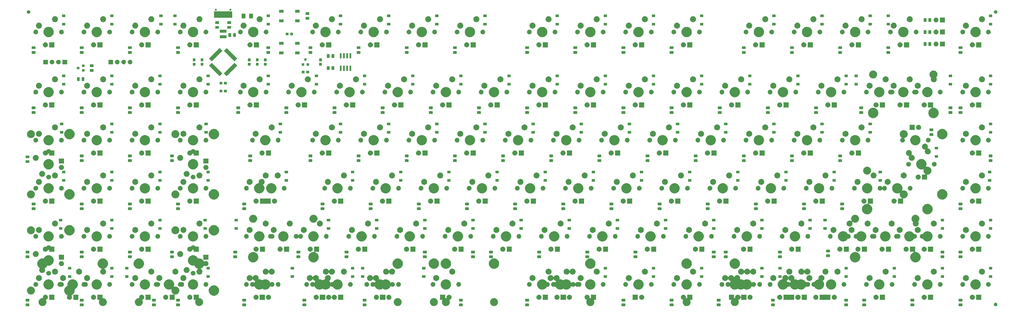
<source format=gbr>
G04 #@! TF.GenerationSoftware,KiCad,Pcbnew,(5.1.4)-1*
G04 #@! TF.CreationDate,2020-03-13T18:53:57+08:00*
G04 #@! TF.ProjectId,Wete,57657465-2e6b-4696-9361-645f70636258,rev?*
G04 #@! TF.SameCoordinates,Original*
G04 #@! TF.FileFunction,Soldermask,Bot*
G04 #@! TF.FilePolarity,Negative*
%FSLAX46Y46*%
G04 Gerber Fmt 4.6, Leading zero omitted, Abs format (unit mm)*
G04 Created by KiCad (PCBNEW (5.1.4)-1) date 2020-03-13 18:53:57*
%MOMM*%
%LPD*%
G04 APERTURE LIST*
%ADD10C,1.000000*%
G04 APERTURE END LIST*
D10*
G36*
X374854473Y-107275938D02*
G01*
X374982049Y-107328782D01*
X375096859Y-107405495D01*
X375194505Y-107503141D01*
X375271218Y-107617951D01*
X375324062Y-107745527D01*
X375351000Y-107880956D01*
X375351000Y-108019044D01*
X375324062Y-108154473D01*
X375271218Y-108282049D01*
X375194505Y-108396859D01*
X375096859Y-108494505D01*
X374982049Y-108571218D01*
X374854473Y-108624062D01*
X374719044Y-108651000D01*
X374580956Y-108651000D01*
X374445527Y-108624062D01*
X374317951Y-108571218D01*
X374203141Y-108494505D01*
X374105495Y-108396859D01*
X374028782Y-108282049D01*
X373975938Y-108154473D01*
X373949000Y-108019044D01*
X373949000Y-107880956D01*
X373975938Y-107745527D01*
X374028782Y-107617951D01*
X374105495Y-107503141D01*
X374203141Y-107405495D01*
X374317951Y-107328782D01*
X374445527Y-107275938D01*
X374580956Y-107249000D01*
X374719044Y-107249000D01*
X374854473Y-107275938D01*
X374854473Y-107275938D01*
G37*
G36*
X323243843Y-107559815D02*
G01*
X323282513Y-107571546D01*
X323318152Y-107590596D01*
X323349392Y-107616233D01*
X323375029Y-107647473D01*
X323394079Y-107683112D01*
X323405810Y-107721782D01*
X323410375Y-107768138D01*
X323410375Y-108419362D01*
X323405810Y-108465718D01*
X323394079Y-108504388D01*
X323375029Y-108540027D01*
X323349392Y-108571267D01*
X323318152Y-108596904D01*
X323282513Y-108615954D01*
X323243843Y-108627685D01*
X323197487Y-108632250D01*
X322121263Y-108632250D01*
X322074907Y-108627685D01*
X322036237Y-108615954D01*
X322000598Y-108596904D01*
X321969358Y-108571267D01*
X321943721Y-108540027D01*
X321924671Y-108504388D01*
X321912940Y-108465718D01*
X321908375Y-108419362D01*
X321908375Y-107768138D01*
X321912940Y-107721782D01*
X321924671Y-107683112D01*
X321943721Y-107647473D01*
X321969358Y-107616233D01*
X322000598Y-107590596D01*
X322036237Y-107571546D01*
X322074907Y-107559815D01*
X322121263Y-107555250D01*
X323197487Y-107555250D01*
X323243843Y-107559815D01*
X323243843Y-107559815D01*
G37*
G36*
X316100093Y-107559815D02*
G01*
X316138763Y-107571546D01*
X316174402Y-107590596D01*
X316205642Y-107616233D01*
X316231279Y-107647473D01*
X316250329Y-107683112D01*
X316262060Y-107721782D01*
X316266625Y-107768138D01*
X316266625Y-108419362D01*
X316262060Y-108465718D01*
X316250329Y-108504388D01*
X316231279Y-108540027D01*
X316205642Y-108571267D01*
X316174402Y-108596904D01*
X316138763Y-108615954D01*
X316100093Y-108627685D01*
X316053737Y-108632250D01*
X314977513Y-108632250D01*
X314931157Y-108627685D01*
X314892487Y-108615954D01*
X314856848Y-108596904D01*
X314825608Y-108571267D01*
X314799971Y-108540027D01*
X314780921Y-108504388D01*
X314769190Y-108465718D01*
X314764625Y-108419362D01*
X314764625Y-107768138D01*
X314769190Y-107721782D01*
X314780921Y-107683112D01*
X314799971Y-107647473D01*
X314825608Y-107616233D01*
X314856848Y-107590596D01*
X314892487Y-107571546D01*
X314931157Y-107559815D01*
X314977513Y-107555250D01*
X316053737Y-107555250D01*
X316100093Y-107559815D01*
X316100093Y-107559815D01*
G37*
G36*
X163700093Y-107559815D02*
G01*
X163738763Y-107571546D01*
X163774402Y-107590596D01*
X163805642Y-107616233D01*
X163831279Y-107647473D01*
X163850329Y-107683112D01*
X163862060Y-107721782D01*
X163866625Y-107768138D01*
X163866625Y-108419362D01*
X163862060Y-108465718D01*
X163850329Y-108504388D01*
X163831279Y-108540027D01*
X163805642Y-108571267D01*
X163774402Y-108596904D01*
X163738763Y-108615954D01*
X163700093Y-108627685D01*
X163653737Y-108632250D01*
X162577513Y-108632250D01*
X162531157Y-108627685D01*
X162492487Y-108615954D01*
X162456848Y-108596904D01*
X162425608Y-108571267D01*
X162399971Y-108540027D01*
X162380921Y-108504388D01*
X162369190Y-108465718D01*
X162364625Y-108419362D01*
X162364625Y-107768138D01*
X162369190Y-107721782D01*
X162380921Y-107683112D01*
X162399971Y-107647473D01*
X162425608Y-107616233D01*
X162456848Y-107590596D01*
X162492487Y-107571546D01*
X162531157Y-107559815D01*
X162577513Y-107555250D01*
X163653737Y-107555250D01*
X163700093Y-107559815D01*
X163700093Y-107559815D01*
G37*
G36*
X247043843Y-107559815D02*
G01*
X247082513Y-107571546D01*
X247118152Y-107590596D01*
X247149392Y-107616233D01*
X247175029Y-107647473D01*
X247194079Y-107683112D01*
X247205810Y-107721782D01*
X247210375Y-107768138D01*
X247210375Y-108419362D01*
X247205810Y-108465718D01*
X247194079Y-108504388D01*
X247175029Y-108540027D01*
X247149392Y-108571267D01*
X247118152Y-108596904D01*
X247082513Y-108615954D01*
X247043843Y-108627685D01*
X246997487Y-108632250D01*
X245921263Y-108632250D01*
X245874907Y-108627685D01*
X245836237Y-108615954D01*
X245800598Y-108596904D01*
X245769358Y-108571267D01*
X245743721Y-108540027D01*
X245724671Y-108504388D01*
X245712940Y-108465718D01*
X245708375Y-108419362D01*
X245708375Y-107768138D01*
X245712940Y-107721782D01*
X245724671Y-107683112D01*
X245743721Y-107647473D01*
X245769358Y-107616233D01*
X245800598Y-107590596D01*
X245836237Y-107571546D01*
X245874907Y-107559815D01*
X245921263Y-107555250D01*
X246997487Y-107555250D01*
X247043843Y-107559815D01*
X247043843Y-107559815D01*
G37*
G36*
X227993843Y-107559815D02*
G01*
X228032513Y-107571546D01*
X228068152Y-107590596D01*
X228099392Y-107616233D01*
X228125029Y-107647473D01*
X228144079Y-107683112D01*
X228155810Y-107721782D01*
X228160375Y-107768138D01*
X228160375Y-108419362D01*
X228155810Y-108465718D01*
X228144079Y-108504388D01*
X228125029Y-108540027D01*
X228099392Y-108571267D01*
X228068152Y-108596904D01*
X228032513Y-108615954D01*
X227993843Y-108627685D01*
X227947487Y-108632250D01*
X226871263Y-108632250D01*
X226824907Y-108627685D01*
X226786237Y-108615954D01*
X226750598Y-108596904D01*
X226719358Y-108571267D01*
X226693721Y-108540027D01*
X226674671Y-108504388D01*
X226662940Y-108465718D01*
X226658375Y-108419362D01*
X226658375Y-107768138D01*
X226662940Y-107721782D01*
X226674671Y-107683112D01*
X226693721Y-107647473D01*
X226719358Y-107616233D01*
X226750598Y-107590596D01*
X226786237Y-107571546D01*
X226824907Y-107559815D01*
X226871263Y-107555250D01*
X227947487Y-107555250D01*
X227993843Y-107559815D01*
X227993843Y-107559815D01*
G37*
G36*
X342293843Y-107559815D02*
G01*
X342332513Y-107571546D01*
X342368152Y-107590596D01*
X342399392Y-107616233D01*
X342425029Y-107647473D01*
X342444079Y-107683112D01*
X342455810Y-107721782D01*
X342460375Y-107768138D01*
X342460375Y-108419362D01*
X342455810Y-108465718D01*
X342444079Y-108504388D01*
X342425029Y-108540027D01*
X342399392Y-108571267D01*
X342368152Y-108596904D01*
X342332513Y-108615954D01*
X342293843Y-108627685D01*
X342247487Y-108632250D01*
X341171263Y-108632250D01*
X341124907Y-108627685D01*
X341086237Y-108615954D01*
X341050598Y-108596904D01*
X341019358Y-108571267D01*
X340993721Y-108540027D01*
X340974671Y-108504388D01*
X340962940Y-108465718D01*
X340958375Y-108419362D01*
X340958375Y-107768138D01*
X340962940Y-107721782D01*
X340974671Y-107683112D01*
X340993721Y-107647473D01*
X341019358Y-107616233D01*
X341050598Y-107590596D01*
X341086237Y-107571546D01*
X341124907Y-107559815D01*
X341171263Y-107555250D01*
X342247487Y-107555250D01*
X342293843Y-107559815D01*
X342293843Y-107559815D01*
G37*
G36*
X287128218Y-107559815D02*
G01*
X287166888Y-107571546D01*
X287202527Y-107590596D01*
X287233767Y-107616233D01*
X287259404Y-107647473D01*
X287278454Y-107683112D01*
X287290185Y-107721782D01*
X287294750Y-107768138D01*
X287294750Y-108419362D01*
X287290185Y-108465718D01*
X287278454Y-108504388D01*
X287259404Y-108540027D01*
X287233767Y-108571267D01*
X287202527Y-108596904D01*
X287166888Y-108615954D01*
X287128218Y-108627685D01*
X287081862Y-108632250D01*
X286005638Y-108632250D01*
X285959282Y-108627685D01*
X285920612Y-108615954D01*
X285884973Y-108596904D01*
X285853733Y-108571267D01*
X285828096Y-108540027D01*
X285809046Y-108504388D01*
X285797315Y-108465718D01*
X285792750Y-108419362D01*
X285792750Y-107768138D01*
X285797315Y-107721782D01*
X285809046Y-107683112D01*
X285828096Y-107647473D01*
X285853733Y-107616233D01*
X285884973Y-107590596D01*
X285920612Y-107571546D01*
X285959282Y-107559815D01*
X286005638Y-107555250D01*
X287081862Y-107555250D01*
X287128218Y-107559815D01*
X287128218Y-107559815D01*
G37*
G36*
X265696968Y-107559815D02*
G01*
X265735638Y-107571546D01*
X265771277Y-107590596D01*
X265802517Y-107616233D01*
X265828154Y-107647473D01*
X265847204Y-107683112D01*
X265858935Y-107721782D01*
X265863500Y-107768138D01*
X265863500Y-108419362D01*
X265858935Y-108465718D01*
X265847204Y-108504388D01*
X265828154Y-108540027D01*
X265802517Y-108571267D01*
X265771277Y-108596904D01*
X265735638Y-108615954D01*
X265696968Y-108627685D01*
X265650612Y-108632250D01*
X264574388Y-108632250D01*
X264528032Y-108627685D01*
X264489362Y-108615954D01*
X264453723Y-108596904D01*
X264422483Y-108571267D01*
X264396846Y-108540027D01*
X264377796Y-108504388D01*
X264366065Y-108465718D01*
X264361500Y-108419362D01*
X264361500Y-107768138D01*
X264366065Y-107721782D01*
X264377796Y-107683112D01*
X264396846Y-107647473D01*
X264422483Y-107616233D01*
X264453723Y-107590596D01*
X264489362Y-107571546D01*
X264528032Y-107559815D01*
X264574388Y-107555250D01*
X265650612Y-107555250D01*
X265696968Y-107559815D01*
X265696968Y-107559815D01*
G37*
G36*
X361343843Y-107559815D02*
G01*
X361382513Y-107571546D01*
X361418152Y-107590596D01*
X361449392Y-107616233D01*
X361475029Y-107647473D01*
X361494079Y-107683112D01*
X361505810Y-107721782D01*
X361510375Y-107768138D01*
X361510375Y-108419362D01*
X361505810Y-108465718D01*
X361494079Y-108504388D01*
X361475029Y-108540027D01*
X361449392Y-108571267D01*
X361418152Y-108596904D01*
X361382513Y-108615954D01*
X361343843Y-108627685D01*
X361297487Y-108632250D01*
X360221263Y-108632250D01*
X360174907Y-108627685D01*
X360136237Y-108615954D01*
X360100598Y-108596904D01*
X360069358Y-108571267D01*
X360043721Y-108540027D01*
X360024671Y-108504388D01*
X360012940Y-108465718D01*
X360008375Y-108419362D01*
X360008375Y-107768138D01*
X360012940Y-107721782D01*
X360024671Y-107683112D01*
X360043721Y-107647473D01*
X360069358Y-107616233D01*
X360100598Y-107590596D01*
X360136237Y-107571546D01*
X360174907Y-107559815D01*
X360221263Y-107555250D01*
X361297487Y-107555250D01*
X361343843Y-107559815D01*
X361343843Y-107559815D01*
G37*
G36*
X125600093Y-107559815D02*
G01*
X125638763Y-107571546D01*
X125674402Y-107590596D01*
X125705642Y-107616233D01*
X125731279Y-107647473D01*
X125750329Y-107683112D01*
X125762060Y-107721782D01*
X125766625Y-107768138D01*
X125766625Y-108419362D01*
X125762060Y-108465718D01*
X125750329Y-108504388D01*
X125731279Y-108540027D01*
X125705642Y-108571267D01*
X125674402Y-108596904D01*
X125638763Y-108615954D01*
X125600093Y-108627685D01*
X125553737Y-108632250D01*
X124477513Y-108632250D01*
X124431157Y-108627685D01*
X124392487Y-108615954D01*
X124356848Y-108596904D01*
X124325608Y-108571267D01*
X124299971Y-108540027D01*
X124280921Y-108504388D01*
X124269190Y-108465718D01*
X124264625Y-108419362D01*
X124264625Y-107768138D01*
X124269190Y-107721782D01*
X124280921Y-107683112D01*
X124299971Y-107647473D01*
X124325608Y-107616233D01*
X124356848Y-107590596D01*
X124392487Y-107571546D01*
X124431157Y-107559815D01*
X124477513Y-107555250D01*
X125553737Y-107555250D01*
X125600093Y-107559815D01*
X125600093Y-107559815D01*
G37*
G36*
X101787593Y-107559815D02*
G01*
X101826263Y-107571546D01*
X101861902Y-107590596D01*
X101893142Y-107616233D01*
X101918779Y-107647473D01*
X101937829Y-107683112D01*
X101949560Y-107721782D01*
X101954125Y-107768138D01*
X101954125Y-108419362D01*
X101949560Y-108465718D01*
X101937829Y-108504388D01*
X101918779Y-108540027D01*
X101893142Y-108571267D01*
X101861902Y-108596904D01*
X101826263Y-108615954D01*
X101787593Y-108627685D01*
X101741237Y-108632250D01*
X100665013Y-108632250D01*
X100618657Y-108627685D01*
X100579987Y-108615954D01*
X100544348Y-108596904D01*
X100513108Y-108571267D01*
X100487471Y-108540027D01*
X100468421Y-108504388D01*
X100456690Y-108465718D01*
X100452125Y-108419362D01*
X100452125Y-107768138D01*
X100456690Y-107721782D01*
X100468421Y-107683112D01*
X100487471Y-107647473D01*
X100513108Y-107616233D01*
X100544348Y-107590596D01*
X100579987Y-107571546D01*
X100618657Y-107559815D01*
X100665013Y-107555250D01*
X101741237Y-107555250D01*
X101787593Y-107559815D01*
X101787593Y-107559815D01*
G37*
G36*
X77975093Y-107559815D02*
G01*
X78013763Y-107571546D01*
X78049402Y-107590596D01*
X78080642Y-107616233D01*
X78106279Y-107647473D01*
X78125329Y-107683112D01*
X78137060Y-107721782D01*
X78141625Y-107768138D01*
X78141625Y-108419362D01*
X78137060Y-108465718D01*
X78125329Y-108504388D01*
X78106279Y-108540027D01*
X78080642Y-108571267D01*
X78049402Y-108596904D01*
X78013763Y-108615954D01*
X77975093Y-108627685D01*
X77928737Y-108632250D01*
X76852513Y-108632250D01*
X76806157Y-108627685D01*
X76767487Y-108615954D01*
X76731848Y-108596904D01*
X76700608Y-108571267D01*
X76674971Y-108540027D01*
X76655921Y-108504388D01*
X76644190Y-108465718D01*
X76639625Y-108419362D01*
X76639625Y-107768138D01*
X76644190Y-107721782D01*
X76655921Y-107683112D01*
X76674971Y-107647473D01*
X76700608Y-107616233D01*
X76731848Y-107590596D01*
X76767487Y-107571546D01*
X76806157Y-107559815D01*
X76852513Y-107555250D01*
X77928737Y-107555250D01*
X77975093Y-107559815D01*
X77975093Y-107559815D01*
G37*
G36*
X51781343Y-107559815D02*
G01*
X51820013Y-107571546D01*
X51855652Y-107590596D01*
X51886892Y-107616233D01*
X51912529Y-107647473D01*
X51931579Y-107683112D01*
X51943310Y-107721782D01*
X51947875Y-107768138D01*
X51947875Y-108419362D01*
X51943310Y-108465718D01*
X51931579Y-108504388D01*
X51912529Y-108540027D01*
X51886892Y-108571267D01*
X51855652Y-108596904D01*
X51820013Y-108615954D01*
X51781343Y-108627685D01*
X51734987Y-108632250D01*
X50658763Y-108632250D01*
X50612407Y-108627685D01*
X50573737Y-108615954D01*
X50538098Y-108596904D01*
X50506858Y-108571267D01*
X50481221Y-108540027D01*
X50462171Y-108504388D01*
X50450440Y-108465718D01*
X50445875Y-108419362D01*
X50445875Y-107768138D01*
X50450440Y-107721782D01*
X50462171Y-107683112D01*
X50481221Y-107647473D01*
X50506858Y-107616233D01*
X50538098Y-107590596D01*
X50573737Y-107571546D01*
X50612407Y-107559815D01*
X50658763Y-107555250D01*
X51734987Y-107555250D01*
X51781343Y-107559815D01*
X51781343Y-107559815D01*
G37*
G36*
X42256343Y-107559815D02*
G01*
X42295013Y-107571546D01*
X42330652Y-107590596D01*
X42361892Y-107616233D01*
X42387529Y-107647473D01*
X42406579Y-107683112D01*
X42418310Y-107721782D01*
X42422875Y-107768138D01*
X42422875Y-108419362D01*
X42418310Y-108465718D01*
X42406579Y-108504388D01*
X42387529Y-108540027D01*
X42361892Y-108571267D01*
X42330652Y-108596904D01*
X42295013Y-108615954D01*
X42256343Y-108627685D01*
X42209987Y-108632250D01*
X41133763Y-108632250D01*
X41087407Y-108627685D01*
X41048737Y-108615954D01*
X41013098Y-108596904D01*
X40981858Y-108571267D01*
X40956221Y-108540027D01*
X40937171Y-108504388D01*
X40925440Y-108465718D01*
X40920875Y-108419362D01*
X40920875Y-107768138D01*
X40925440Y-107721782D01*
X40937171Y-107683112D01*
X40956221Y-107647473D01*
X40981858Y-107616233D01*
X41013098Y-107590596D01*
X41048737Y-107571546D01*
X41087407Y-107559815D01*
X41133763Y-107555250D01*
X42209987Y-107555250D01*
X42256343Y-107559815D01*
X42256343Y-107559815D01*
G37*
G36*
X13681343Y-107559815D02*
G01*
X13720013Y-107571546D01*
X13755652Y-107590596D01*
X13786892Y-107616233D01*
X13812529Y-107647473D01*
X13831579Y-107683112D01*
X13843310Y-107721782D01*
X13847875Y-107768138D01*
X13847875Y-108419362D01*
X13843310Y-108465718D01*
X13831579Y-108504388D01*
X13812529Y-108540027D01*
X13786892Y-108571267D01*
X13755652Y-108596904D01*
X13720013Y-108615954D01*
X13681343Y-108627685D01*
X13634987Y-108632250D01*
X12558763Y-108632250D01*
X12512407Y-108627685D01*
X12473737Y-108615954D01*
X12438098Y-108596904D01*
X12406858Y-108571267D01*
X12381221Y-108540027D01*
X12362171Y-108504388D01*
X12350440Y-108465718D01*
X12345875Y-108419362D01*
X12345875Y-107768138D01*
X12350440Y-107721782D01*
X12362171Y-107683112D01*
X12381221Y-107647473D01*
X12406858Y-107616233D01*
X12438098Y-107590596D01*
X12473737Y-107571546D01*
X12512407Y-107559815D01*
X12558763Y-107555250D01*
X13634987Y-107555250D01*
X13681343Y-107559815D01*
X13681343Y-107559815D01*
G37*
G36*
X-7749907Y-107559815D02*
G01*
X-7711237Y-107571546D01*
X-7675598Y-107590596D01*
X-7644358Y-107616233D01*
X-7618721Y-107647473D01*
X-7599671Y-107683112D01*
X-7587940Y-107721782D01*
X-7583375Y-107768138D01*
X-7583375Y-108419362D01*
X-7587940Y-108465718D01*
X-7599671Y-108504388D01*
X-7618721Y-108540027D01*
X-7644358Y-108571267D01*
X-7675598Y-108596904D01*
X-7711237Y-108615954D01*
X-7749907Y-108627685D01*
X-7796263Y-108632250D01*
X-8872487Y-108632250D01*
X-8918843Y-108627685D01*
X-8957513Y-108615954D01*
X-8993152Y-108596904D01*
X-9024392Y-108571267D01*
X-9050029Y-108540027D01*
X-9069079Y-108504388D01*
X-9080810Y-108465718D01*
X-9085375Y-108419362D01*
X-9085375Y-107768138D01*
X-9080810Y-107721782D01*
X-9069079Y-107683112D01*
X-9050029Y-107647473D01*
X-9024392Y-107616233D01*
X-8993152Y-107590596D01*
X-8957513Y-107571546D01*
X-8918843Y-107559815D01*
X-8872487Y-107555250D01*
X-7796263Y-107555250D01*
X-7749907Y-107559815D01*
X-7749907Y-107559815D01*
G37*
G36*
X189893843Y-107559815D02*
G01*
X189932513Y-107571546D01*
X189968152Y-107590596D01*
X189999392Y-107616233D01*
X190025029Y-107647473D01*
X190044079Y-107683112D01*
X190055810Y-107721782D01*
X190060375Y-107768138D01*
X190060375Y-108419362D01*
X190055810Y-108465718D01*
X190044079Y-108504388D01*
X190025029Y-108540027D01*
X189999392Y-108571267D01*
X189968152Y-108596904D01*
X189932513Y-108615954D01*
X189893843Y-108627685D01*
X189847487Y-108632250D01*
X188771263Y-108632250D01*
X188724907Y-108627685D01*
X188686237Y-108615954D01*
X188650598Y-108596904D01*
X188619358Y-108571267D01*
X188593721Y-108540027D01*
X188574671Y-108504388D01*
X188562940Y-108465718D01*
X188558375Y-108419362D01*
X188558375Y-107768138D01*
X188562940Y-107721782D01*
X188574671Y-107683112D01*
X188593721Y-107647473D01*
X188619358Y-107616233D01*
X188650598Y-107590596D01*
X188686237Y-107571546D01*
X188724907Y-107559815D01*
X188771263Y-107555250D01*
X189847487Y-107555250D01*
X189893843Y-107559815D01*
X189893843Y-107559815D01*
G37*
G36*
X138571911Y-105483026D02*
G01*
X138690637Y-105532204D01*
X138858541Y-105601752D01*
X138858542Y-105601753D01*
X139116504Y-105774117D01*
X139335883Y-105993496D01*
X139421627Y-106121821D01*
X139508248Y-106251459D01*
X139626974Y-106538090D01*
X139669660Y-106752685D01*
X139687500Y-106842376D01*
X139687500Y-107152624D01*
X139637201Y-107405498D01*
X139626974Y-107456910D01*
X139508248Y-107743541D01*
X139506921Y-107745527D01*
X139335883Y-108001504D01*
X139116504Y-108220883D01*
X139024962Y-108282049D01*
X138858541Y-108393248D01*
X138690637Y-108462796D01*
X138571911Y-108511974D01*
X138430878Y-108540027D01*
X138267625Y-108572500D01*
X137957375Y-108572500D01*
X137794122Y-108540027D01*
X137653089Y-108511974D01*
X137534363Y-108462796D01*
X137366459Y-108393248D01*
X137200038Y-108282049D01*
X137108496Y-108220883D01*
X136889117Y-108001504D01*
X136718079Y-107745527D01*
X136716752Y-107743541D01*
X136598026Y-107456910D01*
X136587800Y-107405498D01*
X136537500Y-107152624D01*
X136537500Y-106842376D01*
X136555341Y-106752685D01*
X136598026Y-106538090D01*
X136716752Y-106251459D01*
X136803373Y-106121821D01*
X136889117Y-105993496D01*
X137108496Y-105774117D01*
X137366458Y-105601753D01*
X137366459Y-105601752D01*
X137534363Y-105532204D01*
X137653089Y-105483026D01*
X137957375Y-105422500D01*
X138267625Y-105422500D01*
X138571911Y-105483026D01*
X138571911Y-105483026D01*
G37*
G36*
X152865761Y-105483026D02*
G01*
X152984487Y-105532204D01*
X153152391Y-105601752D01*
X153152392Y-105601753D01*
X153410354Y-105774117D01*
X153629733Y-105993496D01*
X153715477Y-106121821D01*
X153802098Y-106251459D01*
X153920824Y-106538090D01*
X153963510Y-106752685D01*
X153981350Y-106842376D01*
X153981350Y-107152624D01*
X153931051Y-107405498D01*
X153920824Y-107456910D01*
X153802098Y-107743541D01*
X153800771Y-107745527D01*
X153629733Y-108001504D01*
X153410354Y-108220883D01*
X153318812Y-108282049D01*
X153152391Y-108393248D01*
X152984487Y-108462796D01*
X152865761Y-108511974D01*
X152724728Y-108540027D01*
X152561475Y-108572500D01*
X152251225Y-108572500D01*
X152087972Y-108540027D01*
X151946939Y-108511974D01*
X151828213Y-108462796D01*
X151660309Y-108393248D01*
X151493888Y-108282049D01*
X151402346Y-108220883D01*
X151182967Y-108001504D01*
X151011929Y-107745527D01*
X151010602Y-107743541D01*
X150891876Y-107456910D01*
X150881650Y-107405498D01*
X150831350Y-107152624D01*
X150831350Y-106842376D01*
X150849191Y-106752685D01*
X150891876Y-106538090D01*
X151010602Y-106251459D01*
X151097223Y-106121821D01*
X151182967Y-105993496D01*
X151402346Y-105774117D01*
X151660308Y-105601753D01*
X151660309Y-105601752D01*
X151828213Y-105532204D01*
X151946939Y-105483026D01*
X152251225Y-105422500D01*
X152561475Y-105422500D01*
X152865761Y-105483026D01*
X152865761Y-105483026D01*
G37*
G36*
X251268925Y-104094488D02*
G01*
X251435210Y-104127563D01*
X251617836Y-104203209D01*
X251782194Y-104313030D01*
X251921970Y-104452806D01*
X252031791Y-104617164D01*
X252107437Y-104799790D01*
X252146000Y-104993664D01*
X252146000Y-105191336D01*
X252129732Y-105273120D01*
X252127331Y-105297501D01*
X252129733Y-105321887D01*
X252136846Y-105345336D01*
X252148397Y-105366946D01*
X252163942Y-105385888D01*
X252182884Y-105401434D01*
X252204495Y-105412985D01*
X252227944Y-105420098D01*
X252252330Y-105422500D01*
X252554001Y-105422500D01*
X252578387Y-105420098D01*
X252601836Y-105412985D01*
X252623447Y-105401434D01*
X252642389Y-105385889D01*
X252657934Y-105366947D01*
X252669485Y-105345336D01*
X252676598Y-105321887D01*
X252679000Y-105297501D01*
X252679000Y-104089000D01*
X254686000Y-104089000D01*
X254686000Y-106096000D01*
X253930929Y-106096000D01*
X253906543Y-106098402D01*
X253883094Y-106105515D01*
X253861483Y-106117066D01*
X253842541Y-106132611D01*
X253826996Y-106151553D01*
X253815445Y-106173164D01*
X253808332Y-106196613D01*
X253805930Y-106220999D01*
X253808332Y-106245385D01*
X253815445Y-106268834D01*
X253926974Y-106538090D01*
X253969660Y-106752685D01*
X253987500Y-106842376D01*
X253987500Y-107152624D01*
X253937201Y-107405498D01*
X253926974Y-107456910D01*
X253808248Y-107743541D01*
X253806921Y-107745527D01*
X253635883Y-108001504D01*
X253416504Y-108220883D01*
X253324962Y-108282049D01*
X253158541Y-108393248D01*
X252990637Y-108462796D01*
X252871911Y-108511974D01*
X252730878Y-108540027D01*
X252567625Y-108572500D01*
X252251025Y-108572500D01*
X252087772Y-108540027D01*
X251946739Y-108511974D01*
X251828013Y-108462796D01*
X251660109Y-108393248D01*
X251493688Y-108282049D01*
X251402146Y-108220883D01*
X251182767Y-108001504D01*
X251011729Y-107745527D01*
X251010402Y-107743541D01*
X250891676Y-107456910D01*
X250881450Y-107405498D01*
X250831150Y-107152624D01*
X250831150Y-106842376D01*
X250848991Y-106752685D01*
X250891676Y-106538089D01*
X251014138Y-106242438D01*
X251021251Y-106218989D01*
X251023653Y-106194603D01*
X251021251Y-106170217D01*
X251014138Y-106146768D01*
X251002587Y-106125157D01*
X250987041Y-106106215D01*
X250968099Y-106090670D01*
X250946489Y-106079119D01*
X250923049Y-106072009D01*
X250849790Y-106057437D01*
X250667164Y-105981791D01*
X250502806Y-105871970D01*
X250363030Y-105732194D01*
X250253209Y-105567836D01*
X250177563Y-105385210D01*
X250139000Y-105191336D01*
X250139000Y-104993664D01*
X250177563Y-104799790D01*
X250253209Y-104617164D01*
X250363030Y-104452806D01*
X250502806Y-104313030D01*
X250667164Y-104203209D01*
X250849790Y-104127563D01*
X251016075Y-104094488D01*
X251043663Y-104089000D01*
X251241337Y-104089000D01*
X251268925Y-104094488D01*
X251268925Y-104094488D01*
G37*
G36*
X213168925Y-104094488D02*
G01*
X213335210Y-104127563D01*
X213517836Y-104203209D01*
X213682194Y-104313030D01*
X213821970Y-104452806D01*
X213931791Y-104617164D01*
X214007437Y-104799790D01*
X214046000Y-104993664D01*
X214046000Y-105191336D01*
X214029732Y-105273120D01*
X214027331Y-105297501D01*
X214029733Y-105321887D01*
X214036846Y-105345336D01*
X214048397Y-105366946D01*
X214063942Y-105385888D01*
X214082884Y-105401434D01*
X214104495Y-105412985D01*
X214127944Y-105420098D01*
X214152330Y-105422500D01*
X214454001Y-105422500D01*
X214478387Y-105420098D01*
X214501836Y-105412985D01*
X214523447Y-105401434D01*
X214542389Y-105385889D01*
X214557934Y-105366947D01*
X214569485Y-105345336D01*
X214576598Y-105321887D01*
X214579000Y-105297501D01*
X214579000Y-104089000D01*
X216586000Y-104089000D01*
X216586000Y-106096000D01*
X215830929Y-106096000D01*
X215806543Y-106098402D01*
X215783094Y-106105515D01*
X215761483Y-106117066D01*
X215742541Y-106132611D01*
X215726996Y-106151553D01*
X215715445Y-106173164D01*
X215708332Y-106196613D01*
X215705930Y-106220999D01*
X215708332Y-106245385D01*
X215715445Y-106268834D01*
X215826974Y-106538090D01*
X215869660Y-106752685D01*
X215887500Y-106842376D01*
X215887500Y-107152624D01*
X215837201Y-107405498D01*
X215826974Y-107456910D01*
X215708248Y-107743541D01*
X215706921Y-107745527D01*
X215535883Y-108001504D01*
X215316504Y-108220883D01*
X215224962Y-108282049D01*
X215058541Y-108393248D01*
X214890637Y-108462796D01*
X214771911Y-108511974D01*
X214630878Y-108540027D01*
X214467625Y-108572500D01*
X214157375Y-108572500D01*
X213994122Y-108540027D01*
X213853089Y-108511974D01*
X213734363Y-108462796D01*
X213566459Y-108393248D01*
X213400038Y-108282049D01*
X213308496Y-108220883D01*
X213089117Y-108001504D01*
X212918079Y-107745527D01*
X212916752Y-107743541D01*
X212798026Y-107456910D01*
X212787800Y-107405498D01*
X212737500Y-107152624D01*
X212737500Y-106842376D01*
X212755341Y-106752685D01*
X212798026Y-106538089D01*
X212920005Y-106243605D01*
X212927118Y-106220156D01*
X212929520Y-106195770D01*
X212927118Y-106171384D01*
X212920005Y-106147935D01*
X212908454Y-106126324D01*
X212892909Y-106107382D01*
X212873967Y-106091837D01*
X212852356Y-106080286D01*
X212828916Y-106073176D01*
X212749790Y-106057437D01*
X212567164Y-105981791D01*
X212402806Y-105871970D01*
X212263030Y-105732194D01*
X212153209Y-105567836D01*
X212077563Y-105385210D01*
X212039000Y-105191336D01*
X212039000Y-104993664D01*
X212077563Y-104799790D01*
X212153209Y-104617164D01*
X212263030Y-104452806D01*
X212402806Y-104313030D01*
X212567164Y-104203209D01*
X212749790Y-104127563D01*
X212916075Y-104094488D01*
X212943663Y-104089000D01*
X213141337Y-104089000D01*
X213168925Y-104094488D01*
X213168925Y-104094488D01*
G37*
G36*
X176671911Y-105483026D02*
G01*
X176790637Y-105532204D01*
X176958541Y-105601752D01*
X176958542Y-105601753D01*
X177216504Y-105774117D01*
X177435883Y-105993496D01*
X177521627Y-106121821D01*
X177608248Y-106251459D01*
X177726974Y-106538090D01*
X177769660Y-106752685D01*
X177787500Y-106842376D01*
X177787500Y-107152624D01*
X177737201Y-107405498D01*
X177726974Y-107456910D01*
X177608248Y-107743541D01*
X177606921Y-107745527D01*
X177435883Y-108001504D01*
X177216504Y-108220883D01*
X177124962Y-108282049D01*
X176958541Y-108393248D01*
X176790637Y-108462796D01*
X176671911Y-108511974D01*
X176530878Y-108540027D01*
X176367625Y-108572500D01*
X176057375Y-108572500D01*
X175894122Y-108540027D01*
X175753089Y-108511974D01*
X175634363Y-108462796D01*
X175466459Y-108393248D01*
X175300038Y-108282049D01*
X175208496Y-108220883D01*
X174989117Y-108001504D01*
X174818079Y-107745527D01*
X174816752Y-107743541D01*
X174698026Y-107456910D01*
X174687800Y-107405498D01*
X174637500Y-107152624D01*
X174637500Y-106842376D01*
X174655341Y-106752685D01*
X174698026Y-106538090D01*
X174816752Y-106251459D01*
X174903373Y-106121821D01*
X174989117Y-105993496D01*
X175208496Y-105774117D01*
X175466458Y-105601753D01*
X175466459Y-105601752D01*
X175634363Y-105532204D01*
X175753089Y-105483026D01*
X176057375Y-105422500D01*
X176367625Y-105422500D01*
X176671911Y-105483026D01*
X176671911Y-105483026D01*
G37*
G36*
X156896000Y-105297501D02*
G01*
X156898402Y-105321887D01*
X156905515Y-105345336D01*
X156917066Y-105366947D01*
X156932611Y-105385889D01*
X156951553Y-105401434D01*
X156973164Y-105412985D01*
X156996613Y-105420098D01*
X157020999Y-105422500D01*
X157322670Y-105422500D01*
X157347056Y-105420098D01*
X157370505Y-105412985D01*
X157392116Y-105401434D01*
X157411058Y-105385889D01*
X157426603Y-105366947D01*
X157438154Y-105345336D01*
X157445267Y-105321887D01*
X157447669Y-105297501D01*
X157445268Y-105273120D01*
X157429000Y-105191336D01*
X157429000Y-104993664D01*
X157467563Y-104799790D01*
X157543209Y-104617164D01*
X157653030Y-104452806D01*
X157792806Y-104313030D01*
X157957164Y-104203209D01*
X158139790Y-104127563D01*
X158306075Y-104094488D01*
X158333663Y-104089000D01*
X158531337Y-104089000D01*
X158558925Y-104094488D01*
X158725210Y-104127563D01*
X158907836Y-104203209D01*
X159072194Y-104313030D01*
X159211970Y-104452806D01*
X159321791Y-104617164D01*
X159397437Y-104799790D01*
X159436000Y-104993664D01*
X159436000Y-105191336D01*
X159397437Y-105385210D01*
X159321791Y-105567836D01*
X159211970Y-105732194D01*
X159072194Y-105871970D01*
X158907836Y-105981791D01*
X158725210Y-106057437D01*
X158646084Y-106073176D01*
X158622644Y-106080286D01*
X158601034Y-106091837D01*
X158582092Y-106107382D01*
X158566546Y-106126324D01*
X158554995Y-106147935D01*
X158547882Y-106171384D01*
X158545480Y-106195770D01*
X158547882Y-106220156D01*
X158554995Y-106243605D01*
X158676974Y-106538089D01*
X158719660Y-106752685D01*
X158737500Y-106842376D01*
X158737500Y-107152624D01*
X158687201Y-107405498D01*
X158676974Y-107456910D01*
X158558248Y-107743541D01*
X158556921Y-107745527D01*
X158385883Y-108001504D01*
X158166504Y-108220883D01*
X158074962Y-108282049D01*
X157908541Y-108393248D01*
X157740637Y-108462796D01*
X157621911Y-108511974D01*
X157480878Y-108540027D01*
X157317625Y-108572500D01*
X157007375Y-108572500D01*
X156844122Y-108540027D01*
X156703089Y-108511974D01*
X156584363Y-108462796D01*
X156416459Y-108393248D01*
X156250038Y-108282049D01*
X156158496Y-108220883D01*
X155939117Y-108001504D01*
X155768079Y-107745527D01*
X155766752Y-107743541D01*
X155648026Y-107456910D01*
X155637800Y-107405498D01*
X155587500Y-107152624D01*
X155587500Y-106842376D01*
X155605341Y-106752685D01*
X155648026Y-106538090D01*
X155759555Y-106268834D01*
X155766668Y-106245385D01*
X155769070Y-106220999D01*
X155766668Y-106196613D01*
X155759555Y-106173164D01*
X155748004Y-106151553D01*
X155732459Y-106132611D01*
X155713517Y-106117066D01*
X155691906Y-106105515D01*
X155668457Y-106098402D01*
X155644071Y-106096000D01*
X154889000Y-106096000D01*
X154889000Y-104089000D01*
X156896000Y-104089000D01*
X156896000Y-105297501D01*
X156896000Y-105297501D01*
G37*
G36*
X271196000Y-105297501D02*
G01*
X271198402Y-105321887D01*
X271205515Y-105345336D01*
X271217066Y-105366947D01*
X271232611Y-105385889D01*
X271251553Y-105401434D01*
X271273164Y-105412985D01*
X271296613Y-105420098D01*
X271320999Y-105422500D01*
X271463920Y-105422500D01*
X271488306Y-105420098D01*
X271511755Y-105412985D01*
X271533366Y-105401434D01*
X271552308Y-105385889D01*
X271567853Y-105366947D01*
X271579404Y-105345336D01*
X271586517Y-105321887D01*
X271588919Y-105297501D01*
X271586518Y-105273120D01*
X271570250Y-105191336D01*
X271570250Y-104993664D01*
X271608813Y-104799790D01*
X271684459Y-104617164D01*
X271794280Y-104452806D01*
X271934056Y-104313030D01*
X272098414Y-104203209D01*
X272281040Y-104127563D01*
X272447325Y-104094488D01*
X272474913Y-104089000D01*
X272831337Y-104089000D01*
X272858925Y-104094488D01*
X273025210Y-104127563D01*
X273207836Y-104203209D01*
X273372194Y-104313030D01*
X273511970Y-104452806D01*
X273621791Y-104617164D01*
X273697437Y-104799790D01*
X273703907Y-104832315D01*
X273711017Y-104855756D01*
X273722568Y-104877367D01*
X273738114Y-104896309D01*
X273757056Y-104911854D01*
X273778666Y-104923405D01*
X273802115Y-104930518D01*
X273826501Y-104932920D01*
X273850887Y-104930518D01*
X273874336Y-104923405D01*
X273895947Y-104911854D01*
X273914889Y-104896308D01*
X273930434Y-104877366D01*
X273941985Y-104855756D01*
X273949098Y-104832307D01*
X273951500Y-104807921D01*
X273951500Y-104089000D01*
X276117250Y-104089000D01*
X276117250Y-106096000D01*
X273951500Y-106096000D01*
X273951500Y-105377079D01*
X273949098Y-105352693D01*
X273941985Y-105329244D01*
X273930434Y-105307633D01*
X273914889Y-105288691D01*
X273895947Y-105273146D01*
X273874336Y-105261595D01*
X273850887Y-105254482D01*
X273826501Y-105252080D01*
X273802115Y-105254482D01*
X273778666Y-105261595D01*
X273757055Y-105273146D01*
X273738113Y-105288691D01*
X273722568Y-105307633D01*
X273711017Y-105329244D01*
X273703907Y-105352685D01*
X273697437Y-105385210D01*
X273621791Y-105567836D01*
X273511970Y-105732194D01*
X273372194Y-105871970D01*
X273207836Y-105981791D01*
X273025210Y-106057437D01*
X272946084Y-106073176D01*
X272922644Y-106080286D01*
X272901034Y-106091837D01*
X272882092Y-106107382D01*
X272866546Y-106126324D01*
X272854995Y-106147935D01*
X272847882Y-106171384D01*
X272845480Y-106195770D01*
X272847882Y-106220156D01*
X272854995Y-106243605D01*
X272976974Y-106538089D01*
X273019660Y-106752685D01*
X273037500Y-106842376D01*
X273037500Y-107152624D01*
X272987201Y-107405498D01*
X272976974Y-107456910D01*
X272858248Y-107743541D01*
X272856921Y-107745527D01*
X272685883Y-108001504D01*
X272466504Y-108220883D01*
X272374962Y-108282049D01*
X272208541Y-108393248D01*
X272040637Y-108462796D01*
X271921911Y-108511974D01*
X271780878Y-108540027D01*
X271617625Y-108572500D01*
X271307375Y-108572500D01*
X271144122Y-108540027D01*
X271003089Y-108511974D01*
X270884363Y-108462796D01*
X270716459Y-108393248D01*
X270550038Y-108282049D01*
X270458496Y-108220883D01*
X270239117Y-108001504D01*
X270068079Y-107745527D01*
X270066752Y-107743541D01*
X269948026Y-107456910D01*
X269937800Y-107405498D01*
X269887500Y-107152624D01*
X269887500Y-106842376D01*
X269905341Y-106752685D01*
X269948026Y-106538090D01*
X270059555Y-106268834D01*
X270066668Y-106245385D01*
X270069070Y-106220999D01*
X270066668Y-106196613D01*
X270059555Y-106173164D01*
X270048004Y-106151553D01*
X270032459Y-106132611D01*
X270013517Y-106117066D01*
X269991906Y-106105515D01*
X269968457Y-106098402D01*
X269944071Y-106096000D01*
X269189000Y-106096000D01*
X269189000Y-104089000D01*
X271196000Y-104089000D01*
X271196000Y-105297501D01*
X271196000Y-105297501D01*
G37*
G36*
X21323500Y-105297501D02*
G01*
X21325902Y-105321887D01*
X21333015Y-105345336D01*
X21344566Y-105366947D01*
X21360111Y-105385889D01*
X21379053Y-105401434D01*
X21400664Y-105412985D01*
X21424113Y-105420098D01*
X21448499Y-105422500D01*
X21618125Y-105422500D01*
X21922411Y-105483026D01*
X22041137Y-105532204D01*
X22209041Y-105601752D01*
X22209042Y-105601753D01*
X22467004Y-105774117D01*
X22686383Y-105993496D01*
X22772127Y-106121821D01*
X22858748Y-106251459D01*
X22977474Y-106538090D01*
X23020160Y-106752685D01*
X23038000Y-106842376D01*
X23038000Y-107152624D01*
X22987701Y-107405498D01*
X22977474Y-107456910D01*
X22858748Y-107743541D01*
X22857421Y-107745527D01*
X22686383Y-108001504D01*
X22467004Y-108220883D01*
X22375462Y-108282049D01*
X22209041Y-108393248D01*
X22041137Y-108462796D01*
X21922411Y-108511974D01*
X21781378Y-108540027D01*
X21618125Y-108572500D01*
X21307875Y-108572500D01*
X21144622Y-108540027D01*
X21003589Y-108511974D01*
X20884863Y-108462796D01*
X20716959Y-108393248D01*
X20550538Y-108282049D01*
X20458996Y-108220883D01*
X20239617Y-108001504D01*
X20068579Y-107745527D01*
X20067252Y-107743541D01*
X19948526Y-107456910D01*
X19938300Y-107405498D01*
X19888000Y-107152624D01*
X19888000Y-106842376D01*
X19905841Y-106752685D01*
X19948526Y-106538090D01*
X20060055Y-106268834D01*
X20067168Y-106245385D01*
X20069570Y-106220999D01*
X20067168Y-106196613D01*
X20060055Y-106173164D01*
X20048504Y-106151553D01*
X20032959Y-106132611D01*
X20014017Y-106117066D01*
X19992406Y-106105515D01*
X19968957Y-106098402D01*
X19944571Y-106096000D01*
X19316500Y-106096000D01*
X19316500Y-104089000D01*
X21323500Y-104089000D01*
X21323500Y-105297501D01*
X21323500Y-105297501D01*
G37*
G36*
X59423500Y-105297501D02*
G01*
X59425902Y-105321887D01*
X59433015Y-105345336D01*
X59444566Y-105366947D01*
X59460111Y-105385889D01*
X59479053Y-105401434D01*
X59500664Y-105412985D01*
X59524113Y-105420098D01*
X59548499Y-105422500D01*
X59718125Y-105422500D01*
X60022411Y-105483026D01*
X60141137Y-105532204D01*
X60309041Y-105601752D01*
X60309042Y-105601753D01*
X60567004Y-105774117D01*
X60786383Y-105993496D01*
X60872127Y-106121821D01*
X60958748Y-106251459D01*
X61077474Y-106538090D01*
X61120160Y-106752685D01*
X61138000Y-106842376D01*
X61138000Y-107152624D01*
X61087701Y-107405498D01*
X61077474Y-107456910D01*
X60958748Y-107743541D01*
X60957421Y-107745527D01*
X60786383Y-108001504D01*
X60567004Y-108220883D01*
X60475462Y-108282049D01*
X60309041Y-108393248D01*
X60141137Y-108462796D01*
X60022411Y-108511974D01*
X59881378Y-108540027D01*
X59718125Y-108572500D01*
X59407875Y-108572500D01*
X59244622Y-108540027D01*
X59103589Y-108511974D01*
X58984863Y-108462796D01*
X58816959Y-108393248D01*
X58650538Y-108282049D01*
X58558996Y-108220883D01*
X58339617Y-108001504D01*
X58168579Y-107745527D01*
X58167252Y-107743541D01*
X58048526Y-107456910D01*
X58038300Y-107405498D01*
X57988000Y-107152624D01*
X57988000Y-106842376D01*
X58005841Y-106752685D01*
X58048526Y-106538090D01*
X58160055Y-106268834D01*
X58167168Y-106245385D01*
X58169570Y-106220999D01*
X58167168Y-106196613D01*
X58160055Y-106173164D01*
X58148504Y-106151553D01*
X58132959Y-106132611D01*
X58114017Y-106117066D01*
X58092406Y-106105515D01*
X58068957Y-106098402D01*
X58044571Y-106096000D01*
X57416500Y-106096000D01*
X57416500Y-104089000D01*
X59423500Y-104089000D01*
X59423500Y-105297501D01*
X59423500Y-105297501D01*
G37*
G36*
X-1143575Y-104094488D02*
G01*
X-977290Y-104127563D01*
X-794664Y-104203209D01*
X-630306Y-104313030D01*
X-490530Y-104452806D01*
X-380709Y-104617164D01*
X-305063Y-104799790D01*
X-266500Y-104993664D01*
X-266500Y-105191336D01*
X-305063Y-105385210D01*
X-380709Y-105567836D01*
X-490530Y-105732194D01*
X-630306Y-105871970D01*
X-794664Y-105981791D01*
X-969423Y-106054178D01*
X-991021Y-106065723D01*
X-1009963Y-106081268D01*
X-1025509Y-106100210D01*
X-1037060Y-106121821D01*
X-1044173Y-106145269D01*
X-1046575Y-106169656D01*
X-1044173Y-106194042D01*
X-1037060Y-106217491D01*
X-1025508Y-106239103D01*
X-1017252Y-106251458D01*
X-898526Y-106538090D01*
X-855840Y-106752685D01*
X-838000Y-106842376D01*
X-838000Y-107152624D01*
X-888299Y-107405498D01*
X-898526Y-107456910D01*
X-1017252Y-107743541D01*
X-1018579Y-107745527D01*
X-1189617Y-108001504D01*
X-1408996Y-108220883D01*
X-1500538Y-108282049D01*
X-1666959Y-108393248D01*
X-1834863Y-108462796D01*
X-1953589Y-108511974D01*
X-2094622Y-108540027D01*
X-2257875Y-108572500D01*
X-2568125Y-108572500D01*
X-2731378Y-108540027D01*
X-2872411Y-108511974D01*
X-2991137Y-108462796D01*
X-3159041Y-108393248D01*
X-3325462Y-108282049D01*
X-3417004Y-108220883D01*
X-3636383Y-108001504D01*
X-3807421Y-107745527D01*
X-3808748Y-107743541D01*
X-3927474Y-107456910D01*
X-3937700Y-107405498D01*
X-3988000Y-107152624D01*
X-3988000Y-106842376D01*
X-3970159Y-106752685D01*
X-3927474Y-106538090D01*
X-3808748Y-106251459D01*
X-3722127Y-106121821D01*
X-3636383Y-105993496D01*
X-3417004Y-105774117D01*
X-3159042Y-105601753D01*
X-3159041Y-105601752D01*
X-2991137Y-105532204D01*
X-2872411Y-105483026D01*
X-2568125Y-105422500D01*
X-2379830Y-105422500D01*
X-2355444Y-105420098D01*
X-2331995Y-105412985D01*
X-2310384Y-105401434D01*
X-2291442Y-105385889D01*
X-2275897Y-105366947D01*
X-2264346Y-105345336D01*
X-2257233Y-105321887D01*
X-2254831Y-105297501D01*
X-2257232Y-105273120D01*
X-2273500Y-105191336D01*
X-2273500Y-104993664D01*
X-2234937Y-104799790D01*
X-2159291Y-104617164D01*
X-2049470Y-104452806D01*
X-1909694Y-104313030D01*
X-1745336Y-104203209D01*
X-1562710Y-104127563D01*
X-1396425Y-104094488D01*
X-1368837Y-104089000D01*
X-1171163Y-104089000D01*
X-1143575Y-104094488D01*
X-1143575Y-104094488D01*
G37*
G36*
X36956425Y-104094488D02*
G01*
X37122710Y-104127563D01*
X37305336Y-104203209D01*
X37469694Y-104313030D01*
X37609470Y-104452806D01*
X37719291Y-104617164D01*
X37794937Y-104799790D01*
X37833500Y-104993664D01*
X37833500Y-105191336D01*
X37794937Y-105385210D01*
X37719291Y-105567836D01*
X37609470Y-105732194D01*
X37469694Y-105871970D01*
X37305336Y-105981791D01*
X37130577Y-106054178D01*
X37108979Y-106065723D01*
X37090037Y-106081268D01*
X37074491Y-106100210D01*
X37062940Y-106121821D01*
X37055827Y-106145269D01*
X37053425Y-106169656D01*
X37055827Y-106194042D01*
X37062940Y-106217491D01*
X37074492Y-106239103D01*
X37082748Y-106251458D01*
X37201474Y-106538090D01*
X37244160Y-106752685D01*
X37262000Y-106842376D01*
X37262000Y-107152624D01*
X37211701Y-107405498D01*
X37201474Y-107456910D01*
X37082748Y-107743541D01*
X37081421Y-107745527D01*
X36910383Y-108001504D01*
X36691004Y-108220883D01*
X36599462Y-108282049D01*
X36433041Y-108393248D01*
X36265137Y-108462796D01*
X36146411Y-108511974D01*
X36005378Y-108540027D01*
X35842125Y-108572500D01*
X35531875Y-108572500D01*
X35368622Y-108540027D01*
X35227589Y-108511974D01*
X35108863Y-108462796D01*
X34940959Y-108393248D01*
X34774538Y-108282049D01*
X34682996Y-108220883D01*
X34463617Y-108001504D01*
X34292579Y-107745527D01*
X34291252Y-107743541D01*
X34172526Y-107456910D01*
X34162300Y-107405498D01*
X34112000Y-107152624D01*
X34112000Y-106842376D01*
X34129841Y-106752685D01*
X34172526Y-106538090D01*
X34291252Y-106251459D01*
X34377873Y-106121821D01*
X34463617Y-105993496D01*
X34682996Y-105774117D01*
X34940958Y-105601753D01*
X34940959Y-105601752D01*
X35108863Y-105532204D01*
X35227589Y-105483026D01*
X35531875Y-105422500D01*
X35720170Y-105422500D01*
X35744556Y-105420098D01*
X35768005Y-105412985D01*
X35789616Y-105401434D01*
X35808558Y-105385889D01*
X35824103Y-105366947D01*
X35835654Y-105345336D01*
X35842767Y-105321887D01*
X35845169Y-105297501D01*
X35842768Y-105273120D01*
X35826500Y-105191336D01*
X35826500Y-104993664D01*
X35865063Y-104799790D01*
X35940709Y-104617164D01*
X36050530Y-104452806D01*
X36190306Y-104313030D01*
X36354664Y-104203209D01*
X36537290Y-104127563D01*
X36703575Y-104094488D01*
X36731163Y-104089000D01*
X36928837Y-104089000D01*
X36956425Y-104094488D01*
X36956425Y-104094488D01*
G37*
G36*
X101787593Y-105684815D02*
G01*
X101826263Y-105696546D01*
X101861902Y-105715596D01*
X101893142Y-105741233D01*
X101918779Y-105772473D01*
X101937829Y-105808112D01*
X101949560Y-105846782D01*
X101954125Y-105893138D01*
X101954125Y-106544362D01*
X101949560Y-106590718D01*
X101937829Y-106629388D01*
X101918779Y-106665027D01*
X101893142Y-106696267D01*
X101861902Y-106721904D01*
X101826263Y-106740954D01*
X101787593Y-106752685D01*
X101741237Y-106757250D01*
X100665013Y-106757250D01*
X100618657Y-106752685D01*
X100579987Y-106740954D01*
X100544348Y-106721904D01*
X100513108Y-106696267D01*
X100487471Y-106665027D01*
X100468421Y-106629388D01*
X100456690Y-106590718D01*
X100452125Y-106544362D01*
X100452125Y-105893138D01*
X100456690Y-105846782D01*
X100468421Y-105808112D01*
X100487471Y-105772473D01*
X100513108Y-105741233D01*
X100544348Y-105715596D01*
X100579987Y-105696546D01*
X100618657Y-105684815D01*
X100665013Y-105680250D01*
X101741237Y-105680250D01*
X101787593Y-105684815D01*
X101787593Y-105684815D01*
G37*
G36*
X125600093Y-105684815D02*
G01*
X125638763Y-105696546D01*
X125674402Y-105715596D01*
X125705642Y-105741233D01*
X125731279Y-105772473D01*
X125750329Y-105808112D01*
X125762060Y-105846782D01*
X125766625Y-105893138D01*
X125766625Y-106544362D01*
X125762060Y-106590718D01*
X125750329Y-106629388D01*
X125731279Y-106665027D01*
X125705642Y-106696267D01*
X125674402Y-106721904D01*
X125638763Y-106740954D01*
X125600093Y-106752685D01*
X125553737Y-106757250D01*
X124477513Y-106757250D01*
X124431157Y-106752685D01*
X124392487Y-106740954D01*
X124356848Y-106721904D01*
X124325608Y-106696267D01*
X124299971Y-106665027D01*
X124280921Y-106629388D01*
X124269190Y-106590718D01*
X124264625Y-106544362D01*
X124264625Y-105893138D01*
X124269190Y-105846782D01*
X124280921Y-105808112D01*
X124299971Y-105772473D01*
X124325608Y-105741233D01*
X124356848Y-105715596D01*
X124392487Y-105696546D01*
X124431157Y-105684815D01*
X124477513Y-105680250D01*
X125553737Y-105680250D01*
X125600093Y-105684815D01*
X125600093Y-105684815D01*
G37*
G36*
X316100093Y-105684815D02*
G01*
X316138763Y-105696546D01*
X316174402Y-105715596D01*
X316205642Y-105741233D01*
X316231279Y-105772473D01*
X316250329Y-105808112D01*
X316262060Y-105846782D01*
X316266625Y-105893138D01*
X316266625Y-106544362D01*
X316262060Y-106590718D01*
X316250329Y-106629388D01*
X316231279Y-106665027D01*
X316205642Y-106696267D01*
X316174402Y-106721904D01*
X316138763Y-106740954D01*
X316100093Y-106752685D01*
X316053737Y-106757250D01*
X314977513Y-106757250D01*
X314931157Y-106752685D01*
X314892487Y-106740954D01*
X314856848Y-106721904D01*
X314825608Y-106696267D01*
X314799971Y-106665027D01*
X314780921Y-106629388D01*
X314769190Y-106590718D01*
X314764625Y-106544362D01*
X314764625Y-105893138D01*
X314769190Y-105846782D01*
X314780921Y-105808112D01*
X314799971Y-105772473D01*
X314825608Y-105741233D01*
X314856848Y-105715596D01*
X314892487Y-105696546D01*
X314931157Y-105684815D01*
X314977513Y-105680250D01*
X316053737Y-105680250D01*
X316100093Y-105684815D01*
X316100093Y-105684815D01*
G37*
G36*
X13681343Y-105684815D02*
G01*
X13720013Y-105696546D01*
X13755652Y-105715596D01*
X13786892Y-105741233D01*
X13812529Y-105772473D01*
X13831579Y-105808112D01*
X13843310Y-105846782D01*
X13847875Y-105893138D01*
X13847875Y-106544362D01*
X13843310Y-106590718D01*
X13831579Y-106629388D01*
X13812529Y-106665027D01*
X13786892Y-106696267D01*
X13755652Y-106721904D01*
X13720013Y-106740954D01*
X13681343Y-106752685D01*
X13634987Y-106757250D01*
X12558763Y-106757250D01*
X12512407Y-106752685D01*
X12473737Y-106740954D01*
X12438098Y-106721904D01*
X12406858Y-106696267D01*
X12381221Y-106665027D01*
X12362171Y-106629388D01*
X12350440Y-106590718D01*
X12345875Y-106544362D01*
X12345875Y-105893138D01*
X12350440Y-105846782D01*
X12362171Y-105808112D01*
X12381221Y-105772473D01*
X12406858Y-105741233D01*
X12438098Y-105715596D01*
X12473737Y-105696546D01*
X12512407Y-105684815D01*
X12558763Y-105680250D01*
X13634987Y-105680250D01*
X13681343Y-105684815D01*
X13681343Y-105684815D01*
G37*
G36*
X42256343Y-105684815D02*
G01*
X42295013Y-105696546D01*
X42330652Y-105715596D01*
X42361892Y-105741233D01*
X42387529Y-105772473D01*
X42406579Y-105808112D01*
X42418310Y-105846782D01*
X42422875Y-105893138D01*
X42422875Y-106544362D01*
X42418310Y-106590718D01*
X42406579Y-106629388D01*
X42387529Y-106665027D01*
X42361892Y-106696267D01*
X42330652Y-106721904D01*
X42295013Y-106740954D01*
X42256343Y-106752685D01*
X42209987Y-106757250D01*
X41133763Y-106757250D01*
X41087407Y-106752685D01*
X41048737Y-106740954D01*
X41013098Y-106721904D01*
X40981858Y-106696267D01*
X40956221Y-106665027D01*
X40937171Y-106629388D01*
X40925440Y-106590718D01*
X40920875Y-106544362D01*
X40920875Y-105893138D01*
X40925440Y-105846782D01*
X40937171Y-105808112D01*
X40956221Y-105772473D01*
X40981858Y-105741233D01*
X41013098Y-105715596D01*
X41048737Y-105696546D01*
X41087407Y-105684815D01*
X41133763Y-105680250D01*
X42209987Y-105680250D01*
X42256343Y-105684815D01*
X42256343Y-105684815D01*
G37*
G36*
X247043843Y-105684815D02*
G01*
X247082513Y-105696546D01*
X247118152Y-105715596D01*
X247149392Y-105741233D01*
X247175029Y-105772473D01*
X247194079Y-105808112D01*
X247205810Y-105846782D01*
X247210375Y-105893138D01*
X247210375Y-106544362D01*
X247205810Y-106590718D01*
X247194079Y-106629388D01*
X247175029Y-106665027D01*
X247149392Y-106696267D01*
X247118152Y-106721904D01*
X247082513Y-106740954D01*
X247043843Y-106752685D01*
X246997487Y-106757250D01*
X245921263Y-106757250D01*
X245874907Y-106752685D01*
X245836237Y-106740954D01*
X245800598Y-106721904D01*
X245769358Y-106696267D01*
X245743721Y-106665027D01*
X245724671Y-106629388D01*
X245712940Y-106590718D01*
X245708375Y-106544362D01*
X245708375Y-105893138D01*
X245712940Y-105846782D01*
X245724671Y-105808112D01*
X245743721Y-105772473D01*
X245769358Y-105741233D01*
X245800598Y-105715596D01*
X245836237Y-105696546D01*
X245874907Y-105684815D01*
X245921263Y-105680250D01*
X246997487Y-105680250D01*
X247043843Y-105684815D01*
X247043843Y-105684815D01*
G37*
G36*
X51781343Y-105684815D02*
G01*
X51820013Y-105696546D01*
X51855652Y-105715596D01*
X51886892Y-105741233D01*
X51912529Y-105772473D01*
X51931579Y-105808112D01*
X51943310Y-105846782D01*
X51947875Y-105893138D01*
X51947875Y-106544362D01*
X51943310Y-106590718D01*
X51931579Y-106629388D01*
X51912529Y-106665027D01*
X51886892Y-106696267D01*
X51855652Y-106721904D01*
X51820013Y-106740954D01*
X51781343Y-106752685D01*
X51734987Y-106757250D01*
X50658763Y-106757250D01*
X50612407Y-106752685D01*
X50573737Y-106740954D01*
X50538098Y-106721904D01*
X50506858Y-106696267D01*
X50481221Y-106665027D01*
X50462171Y-106629388D01*
X50450440Y-106590718D01*
X50445875Y-106544362D01*
X50445875Y-105893138D01*
X50450440Y-105846782D01*
X50462171Y-105808112D01*
X50481221Y-105772473D01*
X50506858Y-105741233D01*
X50538098Y-105715596D01*
X50573737Y-105696546D01*
X50612407Y-105684815D01*
X50658763Y-105680250D01*
X51734987Y-105680250D01*
X51781343Y-105684815D01*
X51781343Y-105684815D01*
G37*
G36*
X323243843Y-105684815D02*
G01*
X323282513Y-105696546D01*
X323318152Y-105715596D01*
X323349392Y-105741233D01*
X323375029Y-105772473D01*
X323394079Y-105808112D01*
X323405810Y-105846782D01*
X323410375Y-105893138D01*
X323410375Y-106544362D01*
X323405810Y-106590718D01*
X323394079Y-106629388D01*
X323375029Y-106665027D01*
X323349392Y-106696267D01*
X323318152Y-106721904D01*
X323282513Y-106740954D01*
X323243843Y-106752685D01*
X323197487Y-106757250D01*
X322121263Y-106757250D01*
X322074907Y-106752685D01*
X322036237Y-106740954D01*
X322000598Y-106721904D01*
X321969358Y-106696267D01*
X321943721Y-106665027D01*
X321924671Y-106629388D01*
X321912940Y-106590718D01*
X321908375Y-106544362D01*
X321908375Y-105893138D01*
X321912940Y-105846782D01*
X321924671Y-105808112D01*
X321943721Y-105772473D01*
X321969358Y-105741233D01*
X322000598Y-105715596D01*
X322036237Y-105696546D01*
X322074907Y-105684815D01*
X322121263Y-105680250D01*
X323197487Y-105680250D01*
X323243843Y-105684815D01*
X323243843Y-105684815D01*
G37*
G36*
X-7749907Y-105684815D02*
G01*
X-7711237Y-105696546D01*
X-7675598Y-105715596D01*
X-7644358Y-105741233D01*
X-7618721Y-105772473D01*
X-7599671Y-105808112D01*
X-7587940Y-105846782D01*
X-7583375Y-105893138D01*
X-7583375Y-106544362D01*
X-7587940Y-106590718D01*
X-7599671Y-106629388D01*
X-7618721Y-106665027D01*
X-7644358Y-106696267D01*
X-7675598Y-106721904D01*
X-7711237Y-106740954D01*
X-7749907Y-106752685D01*
X-7796263Y-106757250D01*
X-8872487Y-106757250D01*
X-8918843Y-106752685D01*
X-8957513Y-106740954D01*
X-8993152Y-106721904D01*
X-9024392Y-106696267D01*
X-9050029Y-106665027D01*
X-9069079Y-106629388D01*
X-9080810Y-106590718D01*
X-9085375Y-106544362D01*
X-9085375Y-105893138D01*
X-9080810Y-105846782D01*
X-9069079Y-105808112D01*
X-9050029Y-105772473D01*
X-9024392Y-105741233D01*
X-8993152Y-105715596D01*
X-8957513Y-105696546D01*
X-8918843Y-105684815D01*
X-8872487Y-105680250D01*
X-7796263Y-105680250D01*
X-7749907Y-105684815D01*
X-7749907Y-105684815D01*
G37*
G36*
X361343843Y-105684815D02*
G01*
X361382513Y-105696546D01*
X361418152Y-105715596D01*
X361449392Y-105741233D01*
X361475029Y-105772473D01*
X361494079Y-105808112D01*
X361505810Y-105846782D01*
X361510375Y-105893138D01*
X361510375Y-106544362D01*
X361505810Y-106590718D01*
X361494079Y-106629388D01*
X361475029Y-106665027D01*
X361449392Y-106696267D01*
X361418152Y-106721904D01*
X361382513Y-106740954D01*
X361343843Y-106752685D01*
X361297487Y-106757250D01*
X360221263Y-106757250D01*
X360174907Y-106752685D01*
X360136237Y-106740954D01*
X360100598Y-106721904D01*
X360069358Y-106696267D01*
X360043721Y-106665027D01*
X360024671Y-106629388D01*
X360012940Y-106590718D01*
X360008375Y-106544362D01*
X360008375Y-105893138D01*
X360012940Y-105846782D01*
X360024671Y-105808112D01*
X360043721Y-105772473D01*
X360069358Y-105741233D01*
X360100598Y-105715596D01*
X360136237Y-105696546D01*
X360174907Y-105684815D01*
X360221263Y-105680250D01*
X361297487Y-105680250D01*
X361343843Y-105684815D01*
X361343843Y-105684815D01*
G37*
G36*
X342293843Y-105684815D02*
G01*
X342332513Y-105696546D01*
X342368152Y-105715596D01*
X342399392Y-105741233D01*
X342425029Y-105772473D01*
X342444079Y-105808112D01*
X342455810Y-105846782D01*
X342460375Y-105893138D01*
X342460375Y-106544362D01*
X342455810Y-106590718D01*
X342444079Y-106629388D01*
X342425029Y-106665027D01*
X342399392Y-106696267D01*
X342368152Y-106721904D01*
X342332513Y-106740954D01*
X342293843Y-106752685D01*
X342247487Y-106757250D01*
X341171263Y-106757250D01*
X341124907Y-106752685D01*
X341086237Y-106740954D01*
X341050598Y-106721904D01*
X341019358Y-106696267D01*
X340993721Y-106665027D01*
X340974671Y-106629388D01*
X340962940Y-106590718D01*
X340958375Y-106544362D01*
X340958375Y-105893138D01*
X340962940Y-105846782D01*
X340974671Y-105808112D01*
X340993721Y-105772473D01*
X341019358Y-105741233D01*
X341050598Y-105715596D01*
X341086237Y-105696546D01*
X341124907Y-105684815D01*
X341171263Y-105680250D01*
X342247487Y-105680250D01*
X342293843Y-105684815D01*
X342293843Y-105684815D01*
G37*
G36*
X77975093Y-105684815D02*
G01*
X78013763Y-105696546D01*
X78049402Y-105715596D01*
X78080642Y-105741233D01*
X78106279Y-105772473D01*
X78125329Y-105808112D01*
X78137060Y-105846782D01*
X78141625Y-105893138D01*
X78141625Y-106544362D01*
X78137060Y-106590718D01*
X78125329Y-106629388D01*
X78106279Y-106665027D01*
X78080642Y-106696267D01*
X78049402Y-106721904D01*
X78013763Y-106740954D01*
X77975093Y-106752685D01*
X77928737Y-106757250D01*
X76852513Y-106757250D01*
X76806157Y-106752685D01*
X76767487Y-106740954D01*
X76731848Y-106721904D01*
X76700608Y-106696267D01*
X76674971Y-106665027D01*
X76655921Y-106629388D01*
X76644190Y-106590718D01*
X76639625Y-106544362D01*
X76639625Y-105893138D01*
X76644190Y-105846782D01*
X76655921Y-105808112D01*
X76674971Y-105772473D01*
X76700608Y-105741233D01*
X76731848Y-105715596D01*
X76767487Y-105696546D01*
X76806157Y-105684815D01*
X76852513Y-105680250D01*
X77928737Y-105680250D01*
X77975093Y-105684815D01*
X77975093Y-105684815D01*
G37*
G36*
X227993843Y-105684815D02*
G01*
X228032513Y-105696546D01*
X228068152Y-105715596D01*
X228099392Y-105741233D01*
X228125029Y-105772473D01*
X228144079Y-105808112D01*
X228155810Y-105846782D01*
X228160375Y-105893138D01*
X228160375Y-106544362D01*
X228155810Y-106590718D01*
X228144079Y-106629388D01*
X228125029Y-106665027D01*
X228099392Y-106696267D01*
X228068152Y-106721904D01*
X228032513Y-106740954D01*
X227993843Y-106752685D01*
X227947487Y-106757250D01*
X226871263Y-106757250D01*
X226824907Y-106752685D01*
X226786237Y-106740954D01*
X226750598Y-106721904D01*
X226719358Y-106696267D01*
X226693721Y-106665027D01*
X226674671Y-106629388D01*
X226662940Y-106590718D01*
X226658375Y-106544362D01*
X226658375Y-105893138D01*
X226662940Y-105846782D01*
X226674671Y-105808112D01*
X226693721Y-105772473D01*
X226719358Y-105741233D01*
X226750598Y-105715596D01*
X226786237Y-105696546D01*
X226824907Y-105684815D01*
X226871263Y-105680250D01*
X227947487Y-105680250D01*
X227993843Y-105684815D01*
X227993843Y-105684815D01*
G37*
G36*
X189893843Y-105684815D02*
G01*
X189932513Y-105696546D01*
X189968152Y-105715596D01*
X189999392Y-105741233D01*
X190025029Y-105772473D01*
X190044079Y-105808112D01*
X190055810Y-105846782D01*
X190060375Y-105893138D01*
X190060375Y-106544362D01*
X190055810Y-106590718D01*
X190044079Y-106629388D01*
X190025029Y-106665027D01*
X189999392Y-106696267D01*
X189968152Y-106721904D01*
X189932513Y-106740954D01*
X189893843Y-106752685D01*
X189847487Y-106757250D01*
X188771263Y-106757250D01*
X188724907Y-106752685D01*
X188686237Y-106740954D01*
X188650598Y-106721904D01*
X188619358Y-106696267D01*
X188593721Y-106665027D01*
X188574671Y-106629388D01*
X188562940Y-106590718D01*
X188558375Y-106544362D01*
X188558375Y-105893138D01*
X188562940Y-105846782D01*
X188574671Y-105808112D01*
X188593721Y-105772473D01*
X188619358Y-105741233D01*
X188650598Y-105715596D01*
X188686237Y-105696546D01*
X188724907Y-105684815D01*
X188771263Y-105680250D01*
X189847487Y-105680250D01*
X189893843Y-105684815D01*
X189893843Y-105684815D01*
G37*
G36*
X163700093Y-105684815D02*
G01*
X163738763Y-105696546D01*
X163774402Y-105715596D01*
X163805642Y-105741233D01*
X163831279Y-105772473D01*
X163850329Y-105808112D01*
X163862060Y-105846782D01*
X163866625Y-105893138D01*
X163866625Y-106544362D01*
X163862060Y-106590718D01*
X163850329Y-106629388D01*
X163831279Y-106665027D01*
X163805642Y-106696267D01*
X163774402Y-106721904D01*
X163738763Y-106740954D01*
X163700093Y-106752685D01*
X163653737Y-106757250D01*
X162577513Y-106757250D01*
X162531157Y-106752685D01*
X162492487Y-106740954D01*
X162456848Y-106721904D01*
X162425608Y-106696267D01*
X162399971Y-106665027D01*
X162380921Y-106629388D01*
X162369190Y-106590718D01*
X162364625Y-106544362D01*
X162364625Y-105893138D01*
X162369190Y-105846782D01*
X162380921Y-105808112D01*
X162399971Y-105772473D01*
X162425608Y-105741233D01*
X162456848Y-105715596D01*
X162492487Y-105696546D01*
X162531157Y-105684815D01*
X162577513Y-105680250D01*
X163653737Y-105680250D01*
X163700093Y-105684815D01*
X163700093Y-105684815D01*
G37*
G36*
X287128218Y-105684815D02*
G01*
X287166888Y-105696546D01*
X287202527Y-105715596D01*
X287233767Y-105741233D01*
X287259404Y-105772473D01*
X287278454Y-105808112D01*
X287290185Y-105846782D01*
X287294750Y-105893138D01*
X287294750Y-106544362D01*
X287290185Y-106590718D01*
X287278454Y-106629388D01*
X287259404Y-106665027D01*
X287233767Y-106696267D01*
X287202527Y-106721904D01*
X287166888Y-106740954D01*
X287128218Y-106752685D01*
X287081862Y-106757250D01*
X286005638Y-106757250D01*
X285959282Y-106752685D01*
X285920612Y-106740954D01*
X285884973Y-106721904D01*
X285853733Y-106696267D01*
X285828096Y-106665027D01*
X285809046Y-106629388D01*
X285797315Y-106590718D01*
X285792750Y-106544362D01*
X285792750Y-105893138D01*
X285797315Y-105846782D01*
X285809046Y-105808112D01*
X285828096Y-105772473D01*
X285853733Y-105741233D01*
X285884973Y-105715596D01*
X285920612Y-105696546D01*
X285959282Y-105684815D01*
X286005638Y-105680250D01*
X287081862Y-105680250D01*
X287128218Y-105684815D01*
X287128218Y-105684815D01*
G37*
G36*
X265696968Y-105684815D02*
G01*
X265735638Y-105696546D01*
X265771277Y-105715596D01*
X265802517Y-105741233D01*
X265828154Y-105772473D01*
X265847204Y-105808112D01*
X265858935Y-105846782D01*
X265863500Y-105893138D01*
X265863500Y-106544362D01*
X265858935Y-106590718D01*
X265847204Y-106629388D01*
X265828154Y-106665027D01*
X265802517Y-106696267D01*
X265771277Y-106721904D01*
X265735638Y-106740954D01*
X265696968Y-106752685D01*
X265650612Y-106757250D01*
X264574388Y-106757250D01*
X264528032Y-106752685D01*
X264489362Y-106740954D01*
X264453723Y-106721904D01*
X264422483Y-106696267D01*
X264396846Y-106665027D01*
X264377796Y-106629388D01*
X264366065Y-106590718D01*
X264361500Y-106544362D01*
X264361500Y-105893138D01*
X264366065Y-105846782D01*
X264377796Y-105808112D01*
X264396846Y-105772473D01*
X264422483Y-105741233D01*
X264453723Y-105715596D01*
X264489362Y-105696546D01*
X264528032Y-105684815D01*
X264574388Y-105680250D01*
X265650612Y-105680250D01*
X265696968Y-105684815D01*
X265696968Y-105684815D01*
G37*
G36*
X289368925Y-104094488D02*
G01*
X289535210Y-104127563D01*
X289717836Y-104203209D01*
X289882194Y-104313030D01*
X290021970Y-104452806D01*
X290131791Y-104617164D01*
X290207437Y-104799790D01*
X290246000Y-104993664D01*
X290246000Y-105191336D01*
X290207437Y-105385210D01*
X290131791Y-105567836D01*
X290021970Y-105732194D01*
X289882194Y-105871970D01*
X289717836Y-105981791D01*
X289535210Y-106057437D01*
X289368925Y-106090512D01*
X289341337Y-106096000D01*
X289143663Y-106096000D01*
X289116075Y-106090512D01*
X288949790Y-106057437D01*
X288767164Y-105981791D01*
X288602806Y-105871970D01*
X288463030Y-105732194D01*
X288353209Y-105567836D01*
X288277563Y-105385210D01*
X288239000Y-105191336D01*
X288239000Y-104993664D01*
X288277563Y-104799790D01*
X288353209Y-104617164D01*
X288463030Y-104452806D01*
X288602806Y-104313030D01*
X288767164Y-104203209D01*
X288949790Y-104127563D01*
X289116075Y-104094488D01*
X289143663Y-104089000D01*
X289341337Y-104089000D01*
X289368925Y-104094488D01*
X289368925Y-104094488D01*
G37*
G36*
X2273500Y-106096000D02*
G01*
X266500Y-106096000D01*
X266500Y-104089000D01*
X2273500Y-104089000D01*
X2273500Y-106096000D01*
X2273500Y-106096000D01*
G37*
G36*
X110933925Y-104094488D02*
G01*
X111100210Y-104127563D01*
X111282836Y-104203209D01*
X111447194Y-104313030D01*
X111586970Y-104452806D01*
X111696791Y-104617164D01*
X111772437Y-104799790D01*
X111791635Y-104896308D01*
X111796153Y-104919023D01*
X111803266Y-104942472D01*
X111814817Y-104964083D01*
X111830362Y-104983025D01*
X111849304Y-104998570D01*
X111870915Y-105010121D01*
X111894364Y-105017234D01*
X111918750Y-105019636D01*
X111943136Y-105017234D01*
X111966585Y-105010121D01*
X111988196Y-104998570D01*
X112007138Y-104983025D01*
X112022683Y-104964083D01*
X112034234Y-104942472D01*
X112041347Y-104919023D01*
X112045865Y-104896308D01*
X112065063Y-104799790D01*
X112140709Y-104617164D01*
X112250530Y-104452806D01*
X112390306Y-104313030D01*
X112554664Y-104203209D01*
X112737290Y-104127563D01*
X112903575Y-104094488D01*
X112931163Y-104089000D01*
X113128837Y-104089000D01*
X113156425Y-104094488D01*
X113322710Y-104127563D01*
X113505336Y-104203209D01*
X113669694Y-104313030D01*
X113809470Y-104452806D01*
X113919291Y-104617164D01*
X113994937Y-104799790D01*
X114033500Y-104993664D01*
X114033500Y-105191336D01*
X113994937Y-105385210D01*
X113919291Y-105567836D01*
X113809470Y-105732194D01*
X113669694Y-105871970D01*
X113505336Y-105981791D01*
X113322710Y-106057437D01*
X113156425Y-106090512D01*
X113128837Y-106096000D01*
X112931163Y-106096000D01*
X112903575Y-106090512D01*
X112737290Y-106057437D01*
X112554664Y-105981791D01*
X112390306Y-105871970D01*
X112250530Y-105732194D01*
X112140709Y-105567836D01*
X112065063Y-105385210D01*
X112041346Y-105265974D01*
X112034234Y-105242528D01*
X112022683Y-105220917D01*
X112007138Y-105201975D01*
X111988196Y-105186430D01*
X111966585Y-105174879D01*
X111943136Y-105167766D01*
X111918750Y-105165364D01*
X111894364Y-105167766D01*
X111870915Y-105174879D01*
X111849304Y-105186430D01*
X111830362Y-105201975D01*
X111814817Y-105220917D01*
X111803266Y-105242528D01*
X111796154Y-105265974D01*
X111772437Y-105385210D01*
X111696791Y-105567836D01*
X111586970Y-105732194D01*
X111447194Y-105871970D01*
X111282836Y-105981791D01*
X111100210Y-106057437D01*
X110933925Y-106090512D01*
X110906337Y-106096000D01*
X110708663Y-106096000D01*
X110681075Y-106090512D01*
X110514790Y-106057437D01*
X110332164Y-105981791D01*
X110167806Y-105871970D01*
X110028030Y-105732194D01*
X109918209Y-105567836D01*
X109842563Y-105385210D01*
X109804000Y-105191336D01*
X109804000Y-104993664D01*
X109842563Y-104799790D01*
X109918209Y-104617164D01*
X110028030Y-104452806D01*
X110167806Y-104313030D01*
X110332164Y-104203209D01*
X110514790Y-104127563D01*
X110681075Y-104094488D01*
X110708663Y-104089000D01*
X110906337Y-104089000D01*
X110933925Y-104094488D01*
X110933925Y-104094488D01*
G37*
G36*
X310958925Y-104094488D02*
G01*
X311125210Y-104127563D01*
X311307836Y-104203209D01*
X311472194Y-104313030D01*
X311611970Y-104452806D01*
X311721791Y-104617164D01*
X311797437Y-104799790D01*
X311836000Y-104993664D01*
X311836000Y-105191336D01*
X311797437Y-105385210D01*
X311721791Y-105567836D01*
X311611970Y-105732194D01*
X311472194Y-105871970D01*
X311307836Y-105981791D01*
X311125210Y-106057437D01*
X310958925Y-106090512D01*
X310931337Y-106096000D01*
X310733663Y-106096000D01*
X310706075Y-106090512D01*
X310539790Y-106057437D01*
X310357164Y-105981791D01*
X310192806Y-105871970D01*
X310053030Y-105732194D01*
X309943209Y-105567836D01*
X309867563Y-105385210D01*
X309829000Y-105191336D01*
X309829000Y-104993664D01*
X309867563Y-104799790D01*
X309943209Y-104617164D01*
X310053030Y-104452806D01*
X310192806Y-104313030D01*
X310357164Y-104203209D01*
X310539790Y-104127563D01*
X310706075Y-104094488D01*
X310733663Y-104089000D01*
X310931337Y-104089000D01*
X310958925Y-104094488D01*
X310958925Y-104094488D01*
G37*
G36*
X299929750Y-106096000D02*
G01*
X297922750Y-106096000D01*
X297922750Y-104089000D01*
X299929750Y-104089000D01*
X299929750Y-106096000D01*
X299929750Y-106096000D01*
G37*
G36*
X17906425Y-104094488D02*
G01*
X18072710Y-104127563D01*
X18255336Y-104203209D01*
X18419694Y-104313030D01*
X18559470Y-104452806D01*
X18669291Y-104617164D01*
X18744937Y-104799790D01*
X18783500Y-104993664D01*
X18783500Y-105191336D01*
X18744937Y-105385210D01*
X18669291Y-105567836D01*
X18559470Y-105732194D01*
X18419694Y-105871970D01*
X18255336Y-105981791D01*
X18072710Y-106057437D01*
X17906425Y-106090512D01*
X17878837Y-106096000D01*
X17681163Y-106096000D01*
X17653575Y-106090512D01*
X17487290Y-106057437D01*
X17304664Y-105981791D01*
X17140306Y-105871970D01*
X17000530Y-105732194D01*
X16890709Y-105567836D01*
X16815063Y-105385210D01*
X16776500Y-105191336D01*
X16776500Y-104993664D01*
X16815063Y-104799790D01*
X16890709Y-104617164D01*
X17000530Y-104452806D01*
X17140306Y-104313030D01*
X17304664Y-104203209D01*
X17487290Y-104127563D01*
X17653575Y-104094488D01*
X17681163Y-104089000D01*
X17878837Y-104089000D01*
X17906425Y-104094488D01*
X17906425Y-104094488D01*
G37*
G36*
X40373500Y-106096000D02*
G01*
X38366500Y-106096000D01*
X38366500Y-104089000D01*
X40373500Y-104089000D01*
X40373500Y-106096000D01*
X40373500Y-106096000D01*
G37*
G36*
X277621425Y-104094488D02*
G01*
X277787710Y-104127563D01*
X277970336Y-104203209D01*
X278134694Y-104313030D01*
X278274470Y-104452806D01*
X278384291Y-104617164D01*
X278459937Y-104799790D01*
X278498500Y-104993664D01*
X278498500Y-105191336D01*
X278459937Y-105385210D01*
X278384291Y-105567836D01*
X278274470Y-105732194D01*
X278134694Y-105871970D01*
X277970336Y-105981791D01*
X277787710Y-106057437D01*
X277621425Y-106090512D01*
X277593837Y-106096000D01*
X277396163Y-106096000D01*
X277368575Y-106090512D01*
X277202290Y-106057437D01*
X277019664Y-105981791D01*
X276855306Y-105871970D01*
X276715530Y-105732194D01*
X276605709Y-105567836D01*
X276530063Y-105385210D01*
X276491500Y-105191336D01*
X276491500Y-104993664D01*
X276530063Y-104799790D01*
X276605709Y-104617164D01*
X276715530Y-104452806D01*
X276855306Y-104313030D01*
X277019664Y-104203209D01*
X277202290Y-104127563D01*
X277368575Y-104094488D01*
X277396163Y-104089000D01*
X277593837Y-104089000D01*
X277621425Y-104094488D01*
X277621425Y-104094488D01*
G37*
G36*
X56006425Y-104094488D02*
G01*
X56172710Y-104127563D01*
X56355336Y-104203209D01*
X56519694Y-104313030D01*
X56659470Y-104452806D01*
X56769291Y-104617164D01*
X56844937Y-104799790D01*
X56883500Y-104993664D01*
X56883500Y-105191336D01*
X56844937Y-105385210D01*
X56769291Y-105567836D01*
X56659470Y-105732194D01*
X56519694Y-105871970D01*
X56355336Y-105981791D01*
X56172710Y-106057437D01*
X56006425Y-106090512D01*
X55978837Y-106096000D01*
X55781163Y-106096000D01*
X55753575Y-106090512D01*
X55587290Y-106057437D01*
X55404664Y-105981791D01*
X55240306Y-105871970D01*
X55100530Y-105732194D01*
X54990709Y-105567836D01*
X54915063Y-105385210D01*
X54876500Y-105191336D01*
X54876500Y-104993664D01*
X54915063Y-104799790D01*
X54990709Y-104617164D01*
X55100530Y-104452806D01*
X55240306Y-104313030D01*
X55404664Y-104203209D01*
X55587290Y-104127563D01*
X55753575Y-104094488D01*
X55781163Y-104089000D01*
X55978837Y-104089000D01*
X56006425Y-104094488D01*
X56006425Y-104094488D01*
G37*
G36*
X82200175Y-104094488D02*
G01*
X82366460Y-104127563D01*
X82549086Y-104203209D01*
X82713444Y-104313030D01*
X82853220Y-104452806D01*
X82963041Y-104617164D01*
X83038687Y-104799790D01*
X83077250Y-104993664D01*
X83077250Y-105191336D01*
X83038687Y-105385210D01*
X82963041Y-105567836D01*
X82853220Y-105732194D01*
X82713444Y-105871970D01*
X82549086Y-105981791D01*
X82366460Y-106057437D01*
X82200175Y-106090512D01*
X82172587Y-106096000D01*
X81974913Y-106096000D01*
X81947325Y-106090512D01*
X81781040Y-106057437D01*
X81598414Y-105981791D01*
X81434056Y-105871970D01*
X81294280Y-105732194D01*
X81184459Y-105567836D01*
X81108813Y-105385210D01*
X81070250Y-105191336D01*
X81070250Y-104993664D01*
X81108813Y-104799790D01*
X81184459Y-104617164D01*
X81294280Y-104452806D01*
X81434056Y-104313030D01*
X81598414Y-104203209D01*
X81781040Y-104127563D01*
X81947325Y-104094488D01*
X81974913Y-104089000D01*
X82172587Y-104089000D01*
X82200175Y-104094488D01*
X82200175Y-104094488D01*
G37*
G36*
X48221474Y-98046184D02*
G01*
X48439474Y-98136483D01*
X48593623Y-98200333D01*
X48928548Y-98424123D01*
X49213377Y-98708952D01*
X49437167Y-99043877D01*
X49472433Y-99129018D01*
X49591316Y-99416026D01*
X49669900Y-99811094D01*
X49669900Y-100213906D01*
X49591316Y-100608974D01*
X49532107Y-100751917D01*
X49524994Y-100775366D01*
X49522592Y-100799752D01*
X49524994Y-100824138D01*
X49532107Y-100847587D01*
X49543658Y-100869198D01*
X49559203Y-100888140D01*
X49578145Y-100903685D01*
X49599756Y-100915236D01*
X49623205Y-100922349D01*
X49647591Y-100924751D01*
X49671977Y-100922349D01*
X49695423Y-100915237D01*
X49705589Y-100911026D01*
X49915874Y-100869198D01*
X50009875Y-100850500D01*
X50320125Y-100850500D01*
X50414126Y-100869198D01*
X50624411Y-100911026D01*
X50719226Y-100950300D01*
X50911041Y-101029752D01*
X50911042Y-101029753D01*
X51169004Y-101202117D01*
X51388383Y-101421496D01*
X51412024Y-101456878D01*
X51560748Y-101679459D01*
X51578672Y-101722732D01*
X51679474Y-101966089D01*
X51697637Y-102057400D01*
X51740000Y-102270375D01*
X51740000Y-102580625D01*
X51679474Y-102884910D01*
X51560748Y-103171541D01*
X51560747Y-103171542D01*
X51388383Y-103429504D01*
X51169004Y-103648883D01*
X51049028Y-103729048D01*
X50911041Y-103821248D01*
X50743137Y-103890796D01*
X50624411Y-103939974D01*
X50532455Y-103958265D01*
X50320125Y-104000500D01*
X50023499Y-104000500D01*
X49999113Y-104002902D01*
X49975664Y-104010015D01*
X49954053Y-104021566D01*
X49935111Y-104037111D01*
X49919566Y-104056053D01*
X49908015Y-104077664D01*
X49900902Y-104101113D01*
X49898500Y-104125499D01*
X49898500Y-106096000D01*
X47891500Y-106096000D01*
X47891500Y-104089000D01*
X49436957Y-104089000D01*
X49461343Y-104086598D01*
X49484792Y-104079485D01*
X49506403Y-104067934D01*
X49525345Y-104052389D01*
X49540890Y-104033447D01*
X49552441Y-104011836D01*
X49559554Y-103988387D01*
X49561956Y-103964001D01*
X49559554Y-103939615D01*
X49552441Y-103916166D01*
X49540890Y-103894555D01*
X49525345Y-103875613D01*
X49506403Y-103860068D01*
X49484792Y-103848517D01*
X49418959Y-103821248D01*
X49280972Y-103729048D01*
X49160996Y-103648883D01*
X48941617Y-103429504D01*
X48769253Y-103171542D01*
X48769252Y-103171541D01*
X48650526Y-102884910D01*
X48590000Y-102580625D01*
X48590000Y-102270375D01*
X48632363Y-102057400D01*
X48640669Y-102015643D01*
X48643071Y-101991259D01*
X48640669Y-101966873D01*
X48633556Y-101943424D01*
X48622005Y-101921813D01*
X48606460Y-101902871D01*
X48587518Y-101887326D01*
X48565907Y-101875775D01*
X48542458Y-101868662D01*
X48518072Y-101866260D01*
X48493686Y-101868662D01*
X48470237Y-101875775D01*
X48221474Y-101978816D01*
X47826406Y-102057400D01*
X47423594Y-102057400D01*
X47028526Y-101978816D01*
X46756792Y-101866260D01*
X46656377Y-101824667D01*
X46321452Y-101600877D01*
X46036623Y-101316048D01*
X45812833Y-100981123D01*
X45709549Y-100731772D01*
X45658684Y-100608974D01*
X45580100Y-100213906D01*
X45580100Y-99811094D01*
X45658684Y-99416026D01*
X45777567Y-99129018D01*
X45812833Y-99043877D01*
X46036623Y-98708952D01*
X46321452Y-98424123D01*
X46656377Y-98200333D01*
X46810526Y-98136483D01*
X47028526Y-98046184D01*
X47423594Y-97967600D01*
X47826406Y-97967600D01*
X48221474Y-98046184D01*
X48221474Y-98046184D01*
G37*
G36*
X206183925Y-104094488D02*
G01*
X206350210Y-104127563D01*
X206532836Y-104203209D01*
X206697194Y-104313030D01*
X206836970Y-104452806D01*
X206946791Y-104617164D01*
X207022437Y-104799790D01*
X207061000Y-104993664D01*
X207061000Y-105191336D01*
X207022437Y-105385210D01*
X206946791Y-105567836D01*
X206836970Y-105732194D01*
X206697194Y-105871970D01*
X206532836Y-105981791D01*
X206350210Y-106057437D01*
X206183925Y-106090512D01*
X206156337Y-106096000D01*
X205958663Y-106096000D01*
X205931075Y-106090512D01*
X205764790Y-106057437D01*
X205582164Y-105981791D01*
X205417806Y-105871970D01*
X205278030Y-105732194D01*
X205168209Y-105567836D01*
X205092563Y-105385210D01*
X205054000Y-105191336D01*
X205054000Y-104993664D01*
X205092563Y-104799790D01*
X205168209Y-104617164D01*
X205278030Y-104452806D01*
X205417806Y-104313030D01*
X205582164Y-104203209D01*
X205764790Y-104127563D01*
X205931075Y-104094488D01*
X205958663Y-104089000D01*
X206156337Y-104089000D01*
X206183925Y-104094488D01*
X206183925Y-104094488D01*
G37*
G36*
X368986000Y-106096000D02*
G01*
X366979000Y-106096000D01*
X366979000Y-104089000D01*
X368986000Y-104089000D01*
X368986000Y-106096000D01*
X368986000Y-106096000D01*
G37*
G36*
X349936000Y-106096000D02*
G01*
X347929000Y-106096000D01*
X347929000Y-104089000D01*
X349936000Y-104089000D01*
X349936000Y-106096000D01*
X349936000Y-106096000D01*
G37*
G36*
X346518925Y-104094488D02*
G01*
X346685210Y-104127563D01*
X346867836Y-104203209D01*
X347032194Y-104313030D01*
X347171970Y-104452806D01*
X347281791Y-104617164D01*
X347357437Y-104799790D01*
X347396000Y-104993664D01*
X347396000Y-105191336D01*
X347357437Y-105385210D01*
X347281791Y-105567836D01*
X347171970Y-105732194D01*
X347032194Y-105871970D01*
X346867836Y-105981791D01*
X346685210Y-106057437D01*
X346518925Y-106090512D01*
X346491337Y-106096000D01*
X346293663Y-106096000D01*
X346266075Y-106090512D01*
X346099790Y-106057437D01*
X345917164Y-105981791D01*
X345752806Y-105871970D01*
X345613030Y-105732194D01*
X345503209Y-105567836D01*
X345427563Y-105385210D01*
X345389000Y-105191336D01*
X345389000Y-104993664D01*
X345427563Y-104799790D01*
X345503209Y-104617164D01*
X345613030Y-104452806D01*
X345752806Y-104313030D01*
X345917164Y-104203209D01*
X346099790Y-104127563D01*
X346266075Y-104094488D01*
X346293663Y-104089000D01*
X346491337Y-104089000D01*
X346518925Y-104094488D01*
X346518925Y-104094488D01*
G37*
G36*
X134746425Y-104094488D02*
G01*
X134912710Y-104127563D01*
X135095336Y-104203209D01*
X135259694Y-104313030D01*
X135399470Y-104452806D01*
X135509291Y-104617164D01*
X135584937Y-104799790D01*
X135623500Y-104993664D01*
X135623500Y-105191336D01*
X135584937Y-105385210D01*
X135509291Y-105567836D01*
X135399470Y-105732194D01*
X135259694Y-105871970D01*
X135095336Y-105981791D01*
X134912710Y-106057437D01*
X134746425Y-106090512D01*
X134718837Y-106096000D01*
X134521163Y-106096000D01*
X134493575Y-106090512D01*
X134327290Y-106057437D01*
X134144664Y-105981791D01*
X133980306Y-105871970D01*
X133840530Y-105732194D01*
X133730709Y-105567836D01*
X133655063Y-105385210D01*
X133616500Y-105191336D01*
X133616500Y-104993664D01*
X133655063Y-104799790D01*
X133730709Y-104617164D01*
X133840530Y-104452806D01*
X133980306Y-104313030D01*
X134144664Y-104203209D01*
X134327290Y-104127563D01*
X134493575Y-104094488D01*
X134521163Y-104089000D01*
X134718837Y-104089000D01*
X134746425Y-104094488D01*
X134746425Y-104094488D01*
G37*
G36*
X330886000Y-106096000D02*
G01*
X328879000Y-106096000D01*
X328879000Y-104089000D01*
X330886000Y-104089000D01*
X330886000Y-106096000D01*
X330886000Y-106096000D01*
G37*
G36*
X295008500Y-106096000D02*
G01*
X290779000Y-106096000D01*
X290779000Y-104089000D01*
X295008500Y-104089000D01*
X295008500Y-106096000D01*
X295008500Y-106096000D01*
G37*
G36*
X327468925Y-104094488D02*
G01*
X327635210Y-104127563D01*
X327817836Y-104203209D01*
X327982194Y-104313030D01*
X328121970Y-104452806D01*
X328231791Y-104617164D01*
X328307437Y-104799790D01*
X328346000Y-104993664D01*
X328346000Y-105191336D01*
X328307437Y-105385210D01*
X328231791Y-105567836D01*
X328121970Y-105732194D01*
X327982194Y-105871970D01*
X327817836Y-105981791D01*
X327635210Y-106057437D01*
X327468925Y-106090512D01*
X327441337Y-106096000D01*
X327243663Y-106096000D01*
X327216075Y-106090512D01*
X327049790Y-106057437D01*
X326867164Y-105981791D01*
X326702806Y-105871970D01*
X326563030Y-105732194D01*
X326453209Y-105567836D01*
X326377563Y-105385210D01*
X326339000Y-105191336D01*
X326339000Y-104993664D01*
X326377563Y-104799790D01*
X326453209Y-104617164D01*
X326563030Y-104452806D01*
X326702806Y-104313030D01*
X326867164Y-104203209D01*
X327049790Y-104127563D01*
X327216075Y-104094488D01*
X327243663Y-104089000D01*
X327441337Y-104089000D01*
X327468925Y-104094488D01*
X327468925Y-104094488D01*
G37*
G36*
X116573500Y-106096000D02*
G01*
X114566500Y-106096000D01*
X114566500Y-104089000D01*
X116573500Y-104089000D01*
X116573500Y-106096000D01*
X116573500Y-106096000D01*
G37*
G36*
X234758925Y-104094488D02*
G01*
X234925210Y-104127563D01*
X235107836Y-104203209D01*
X235272194Y-104313030D01*
X235411970Y-104452806D01*
X235521791Y-104617164D01*
X235597437Y-104799790D01*
X235636000Y-104993664D01*
X235636000Y-105191336D01*
X235597437Y-105385210D01*
X235521791Y-105567836D01*
X235411970Y-105732194D01*
X235272194Y-105871970D01*
X235107836Y-105981791D01*
X234925210Y-106057437D01*
X234758925Y-106090512D01*
X234731337Y-106096000D01*
X234533663Y-106096000D01*
X234506075Y-106090512D01*
X234339790Y-106057437D01*
X234157164Y-105981791D01*
X233992806Y-105871970D01*
X233853030Y-105732194D01*
X233743209Y-105567836D01*
X233667563Y-105385210D01*
X233629000Y-105191336D01*
X233629000Y-104993664D01*
X233667563Y-104799790D01*
X233743209Y-104617164D01*
X233853030Y-104452806D01*
X233992806Y-104313030D01*
X234157164Y-104203209D01*
X234339790Y-104127563D01*
X234506075Y-104094488D01*
X234533663Y-104089000D01*
X234731337Y-104089000D01*
X234758925Y-104094488D01*
X234758925Y-104094488D01*
G37*
G36*
X233096000Y-106096000D02*
G01*
X231089000Y-106096000D01*
X231089000Y-104089000D01*
X233096000Y-104089000D01*
X233096000Y-106096000D01*
X233096000Y-106096000D01*
G37*
G36*
X109429750Y-106096000D02*
G01*
X107264000Y-106096000D01*
X107264000Y-104089000D01*
X109429750Y-104089000D01*
X109429750Y-106096000D01*
X109429750Y-106096000D01*
G37*
G36*
X106012675Y-104094488D02*
G01*
X106178960Y-104127563D01*
X106361586Y-104203209D01*
X106525944Y-104313030D01*
X106665720Y-104452806D01*
X106775541Y-104617164D01*
X106851187Y-104799790D01*
X106889750Y-104993664D01*
X106889750Y-105191336D01*
X106851187Y-105385210D01*
X106775541Y-105567836D01*
X106665720Y-105732194D01*
X106525944Y-105871970D01*
X106361586Y-105981791D01*
X106178960Y-106057437D01*
X106012675Y-106090512D01*
X105985087Y-106096000D01*
X105787413Y-106096000D01*
X105759825Y-106090512D01*
X105593540Y-106057437D01*
X105410914Y-105981791D01*
X105246556Y-105871970D01*
X105106780Y-105732194D01*
X104996959Y-105567836D01*
X104921313Y-105385210D01*
X104882750Y-105191336D01*
X104882750Y-104993664D01*
X104921313Y-104799790D01*
X104996959Y-104617164D01*
X105106780Y-104452806D01*
X105246556Y-104313030D01*
X105410914Y-104203209D01*
X105593540Y-104127563D01*
X105759825Y-104094488D01*
X105787413Y-104089000D01*
X105985087Y-104089000D01*
X106012675Y-104094488D01*
X106012675Y-104094488D01*
G37*
G36*
X46481425Y-104094488D02*
G01*
X46647710Y-104127563D01*
X46830336Y-104203209D01*
X46994694Y-104313030D01*
X47134470Y-104452806D01*
X47244291Y-104617164D01*
X47319937Y-104799790D01*
X47358500Y-104993664D01*
X47358500Y-105191336D01*
X47319937Y-105385210D01*
X47244291Y-105567836D01*
X47134470Y-105732194D01*
X46994694Y-105871970D01*
X46830336Y-105981791D01*
X46647710Y-106057437D01*
X46481425Y-106090512D01*
X46453837Y-106096000D01*
X46256163Y-106096000D01*
X46228575Y-106090512D01*
X46062290Y-106057437D01*
X45879664Y-105981791D01*
X45715306Y-105871970D01*
X45575530Y-105732194D01*
X45465709Y-105567836D01*
X45390063Y-105385210D01*
X45351500Y-105191336D01*
X45351500Y-104993664D01*
X45390063Y-104799790D01*
X45465709Y-104617164D01*
X45575530Y-104452806D01*
X45715306Y-104313030D01*
X45879664Y-104203209D01*
X46062290Y-104127563D01*
X46228575Y-104094488D01*
X46256163Y-104089000D01*
X46453837Y-104089000D01*
X46481425Y-104094488D01*
X46481425Y-104094488D01*
G37*
G36*
X87121425Y-104094488D02*
G01*
X87287710Y-104127563D01*
X87470336Y-104203209D01*
X87634694Y-104313030D01*
X87774470Y-104452806D01*
X87884291Y-104617164D01*
X87959937Y-104799790D01*
X87998500Y-104993664D01*
X87998500Y-105191336D01*
X87959937Y-105385210D01*
X87884291Y-105567836D01*
X87774470Y-105732194D01*
X87634694Y-105871970D01*
X87470336Y-105981791D01*
X87287710Y-106057437D01*
X87121425Y-106090512D01*
X87093837Y-106096000D01*
X86896163Y-106096000D01*
X86868575Y-106090512D01*
X86702290Y-106057437D01*
X86519664Y-105981791D01*
X86355306Y-105871970D01*
X86215530Y-105732194D01*
X86105709Y-105567836D01*
X86030063Y-105385210D01*
X85991500Y-105191336D01*
X85991500Y-104993664D01*
X86030063Y-104799790D01*
X86105709Y-104617164D01*
X86215530Y-104452806D01*
X86355306Y-104313030D01*
X86519664Y-104203209D01*
X86702290Y-104127563D01*
X86868575Y-104094488D01*
X86896163Y-104089000D01*
X87093837Y-104089000D01*
X87121425Y-104094488D01*
X87121425Y-104094488D01*
G37*
G36*
X309296000Y-106096000D02*
G01*
X305066500Y-106096000D01*
X305066500Y-104089000D01*
X309296000Y-104089000D01*
X309296000Y-106096000D01*
X309296000Y-106096000D01*
G37*
G36*
X303656425Y-104094488D02*
G01*
X303822710Y-104127563D01*
X304005336Y-104203209D01*
X304169694Y-104313030D01*
X304309470Y-104452806D01*
X304419291Y-104617164D01*
X304494937Y-104799790D01*
X304533500Y-104993664D01*
X304533500Y-105191336D01*
X304494937Y-105385210D01*
X304419291Y-105567836D01*
X304309470Y-105732194D01*
X304169694Y-105871970D01*
X304005336Y-105981791D01*
X303822710Y-106057437D01*
X303656425Y-106090512D01*
X303628837Y-106096000D01*
X303431163Y-106096000D01*
X303403575Y-106090512D01*
X303237290Y-106057437D01*
X303054664Y-105981791D01*
X302890306Y-105871970D01*
X302750530Y-105732194D01*
X302640709Y-105567836D01*
X302565063Y-105385210D01*
X302526500Y-105191336D01*
X302526500Y-104993664D01*
X302565063Y-104799790D01*
X302640709Y-104617164D01*
X302750530Y-104452806D01*
X302890306Y-104313030D01*
X303054664Y-104203209D01*
X303237290Y-104127563D01*
X303403575Y-104094488D01*
X303431163Y-104089000D01*
X303628837Y-104089000D01*
X303656425Y-104094488D01*
X303656425Y-104094488D01*
G37*
G36*
X85617250Y-106096000D02*
G01*
X83451500Y-106096000D01*
X83451500Y-104089000D01*
X85617250Y-104089000D01*
X85617250Y-106096000D01*
X85617250Y-106096000D01*
G37*
G36*
X365568925Y-104094488D02*
G01*
X365735210Y-104127563D01*
X365917836Y-104203209D01*
X366082194Y-104313030D01*
X366221970Y-104452806D01*
X366331791Y-104617164D01*
X366407437Y-104799790D01*
X366446000Y-104993664D01*
X366446000Y-105191336D01*
X366407437Y-105385210D01*
X366331791Y-105567836D01*
X366221970Y-105732194D01*
X366082194Y-105871970D01*
X365917836Y-105981791D01*
X365735210Y-106057437D01*
X365568925Y-106090512D01*
X365541337Y-106096000D01*
X365343663Y-106096000D01*
X365316075Y-106090512D01*
X365149790Y-106057437D01*
X364967164Y-105981791D01*
X364802806Y-105871970D01*
X364663030Y-105732194D01*
X364553209Y-105567836D01*
X364477563Y-105385210D01*
X364439000Y-105191336D01*
X364439000Y-104993664D01*
X364477563Y-104799790D01*
X364553209Y-104617164D01*
X364663030Y-104452806D01*
X364802806Y-104313030D01*
X364967164Y-104203209D01*
X365149790Y-104127563D01*
X365316075Y-104094488D01*
X365343663Y-104089000D01*
X365541337Y-104089000D01*
X365568925Y-104094488D01*
X365568925Y-104094488D01*
G37*
G36*
X296671425Y-104094488D02*
G01*
X296837710Y-104127563D01*
X297020336Y-104203209D01*
X297184694Y-104313030D01*
X297324470Y-104452806D01*
X297434291Y-104617164D01*
X297509937Y-104799790D01*
X297548500Y-104993664D01*
X297548500Y-105191336D01*
X297509937Y-105385210D01*
X297434291Y-105567836D01*
X297324470Y-105732194D01*
X297184694Y-105871970D01*
X297020336Y-105981791D01*
X296837710Y-106057437D01*
X296671425Y-106090512D01*
X296643837Y-106096000D01*
X296287413Y-106096000D01*
X296259825Y-106090512D01*
X296093540Y-106057437D01*
X295910914Y-105981791D01*
X295746556Y-105871970D01*
X295606780Y-105732194D01*
X295496959Y-105567836D01*
X295421313Y-105385210D01*
X295382750Y-105191336D01*
X295382750Y-104993664D01*
X295421313Y-104799790D01*
X295496959Y-104617164D01*
X295606780Y-104452806D01*
X295746556Y-104313030D01*
X295910914Y-104203209D01*
X296093540Y-104127563D01*
X296259825Y-104094488D01*
X296287413Y-104089000D01*
X296643837Y-104089000D01*
X296671425Y-104094488D01*
X296671425Y-104094488D01*
G37*
G36*
X10121474Y-98046184D02*
G01*
X10339474Y-98136483D01*
X10493623Y-98200333D01*
X10828548Y-98424123D01*
X11113377Y-98708952D01*
X11337167Y-99043877D01*
X11372433Y-99129018D01*
X11491316Y-99416026D01*
X11569900Y-99811094D01*
X11569900Y-100213906D01*
X11491316Y-100608974D01*
X11440451Y-100731772D01*
X11337167Y-100981123D01*
X11113377Y-101316048D01*
X10828548Y-101600877D01*
X10493623Y-101824667D01*
X10393208Y-101866260D01*
X10336018Y-101889949D01*
X10314407Y-101901500D01*
X10295465Y-101917045D01*
X10279920Y-101935987D01*
X10268369Y-101957598D01*
X10261256Y-101981047D01*
X10258854Y-102005433D01*
X10261256Y-102029819D01*
X10299900Y-102224094D01*
X10299900Y-102626906D01*
X10221316Y-103021974D01*
X10159363Y-103171541D01*
X10067167Y-103394123D01*
X9843377Y-103729048D01*
X9696806Y-103875619D01*
X9681266Y-103894555D01*
X9669715Y-103916166D01*
X9662602Y-103939615D01*
X9660765Y-103958265D01*
X9642115Y-103960102D01*
X9618666Y-103967215D01*
X9597055Y-103978766D01*
X9578119Y-103994306D01*
X9558548Y-104013877D01*
X9223623Y-104237667D01*
X9124454Y-104278744D01*
X9103600Y-104287382D01*
X9081989Y-104298933D01*
X9063047Y-104314478D01*
X9047502Y-104333420D01*
X9035951Y-104355031D01*
X9028838Y-104378480D01*
X9026436Y-104402866D01*
X9028838Y-104427252D01*
X9035951Y-104450701D01*
X9047496Y-104472300D01*
X9144291Y-104617164D01*
X9219937Y-104799790D01*
X9258500Y-104993664D01*
X9258500Y-105191336D01*
X9219937Y-105385210D01*
X9144291Y-105567836D01*
X9034470Y-105732194D01*
X8894694Y-105871970D01*
X8730336Y-105981791D01*
X8547710Y-106057437D01*
X8381425Y-106090512D01*
X8353837Y-106096000D01*
X8156163Y-106096000D01*
X8128575Y-106090512D01*
X7962290Y-106057437D01*
X7779664Y-105981791D01*
X7615306Y-105871970D01*
X7475530Y-105732194D01*
X7365709Y-105567836D01*
X7290063Y-105385210D01*
X7251500Y-105191336D01*
X7251500Y-104993664D01*
X7290063Y-104799790D01*
X7365709Y-104617164D01*
X7462504Y-104472300D01*
X7474049Y-104450701D01*
X7481162Y-104427253D01*
X7483564Y-104402866D01*
X7481162Y-104378480D01*
X7474049Y-104355031D01*
X7462498Y-104333421D01*
X7446953Y-104314479D01*
X7428011Y-104298933D01*
X7406400Y-104287382D01*
X7385546Y-104278744D01*
X7286377Y-104237667D01*
X6951452Y-104013877D01*
X6666623Y-103729048D01*
X6442833Y-103394123D01*
X6350637Y-103171541D01*
X6288684Y-103021974D01*
X6210100Y-102626906D01*
X6210100Y-102224094D01*
X6288684Y-101829026D01*
X6442833Y-101456878D01*
X6442833Y-101456877D01*
X6666623Y-101121952D01*
X6951452Y-100837123D01*
X7286377Y-100613333D01*
X7443982Y-100548051D01*
X7465593Y-100536500D01*
X7484535Y-100520955D01*
X7500080Y-100502013D01*
X7511631Y-100480402D01*
X7518744Y-100456953D01*
X7521146Y-100432567D01*
X7518744Y-100408181D01*
X7480100Y-100213906D01*
X7480100Y-99811094D01*
X7558684Y-99416026D01*
X7677567Y-99129018D01*
X7712833Y-99043877D01*
X7936623Y-98708952D01*
X8221452Y-98424123D01*
X8556377Y-98200333D01*
X8710526Y-98136483D01*
X8928526Y-98046184D01*
X9323594Y-97967600D01*
X9726406Y-97967600D01*
X10121474Y-98046184D01*
X10121474Y-98046184D01*
G37*
G36*
X11798500Y-106096000D02*
G01*
X9791500Y-106096000D01*
X9791500Y-104089000D01*
X11798500Y-104089000D01*
X11798500Y-106096000D01*
X11798500Y-106096000D01*
G37*
G36*
X194118925Y-104094488D02*
G01*
X194285210Y-104127563D01*
X194467836Y-104203209D01*
X194632194Y-104313030D01*
X194771970Y-104452806D01*
X194881791Y-104617164D01*
X194957437Y-104799790D01*
X194996000Y-104993664D01*
X194996000Y-105191336D01*
X194957437Y-105385210D01*
X194881791Y-105567836D01*
X194771970Y-105732194D01*
X194632194Y-105871970D01*
X194467836Y-105981791D01*
X194285210Y-106057437D01*
X194118925Y-106090512D01*
X194091337Y-106096000D01*
X193893663Y-106096000D01*
X193866075Y-106090512D01*
X193699790Y-106057437D01*
X193517164Y-105981791D01*
X193352806Y-105871970D01*
X193213030Y-105732194D01*
X193103209Y-105567836D01*
X193027563Y-105385210D01*
X192989000Y-105191336D01*
X192989000Y-104993664D01*
X193027563Y-104799790D01*
X193103209Y-104617164D01*
X193213030Y-104452806D01*
X193352806Y-104313030D01*
X193517164Y-104203209D01*
X193699790Y-104127563D01*
X193866075Y-104094488D01*
X193893663Y-104089000D01*
X194091337Y-104089000D01*
X194118925Y-104094488D01*
X194118925Y-104094488D01*
G37*
G36*
X197536000Y-106096000D02*
G01*
X195529000Y-106096000D01*
X195529000Y-104089000D01*
X197536000Y-104089000D01*
X197536000Y-106096000D01*
X197536000Y-106096000D01*
G37*
G36*
X204679750Y-106096000D02*
G01*
X202514000Y-106096000D01*
X202514000Y-104089000D01*
X204679750Y-104089000D01*
X204679750Y-106096000D01*
X204679750Y-106096000D01*
G37*
G36*
X201262675Y-104094488D02*
G01*
X201428960Y-104127563D01*
X201611586Y-104203209D01*
X201775944Y-104313030D01*
X201915720Y-104452806D01*
X202025541Y-104617164D01*
X202101187Y-104799790D01*
X202139750Y-104993664D01*
X202139750Y-105191336D01*
X202101187Y-105385210D01*
X202025541Y-105567836D01*
X201915720Y-105732194D01*
X201775944Y-105871970D01*
X201611586Y-105981791D01*
X201428960Y-106057437D01*
X201262675Y-106090512D01*
X201235087Y-106096000D01*
X201037413Y-106096000D01*
X201009825Y-106090512D01*
X200843540Y-106057437D01*
X200660914Y-105981791D01*
X200496556Y-105871970D01*
X200356780Y-105732194D01*
X200246959Y-105567836D01*
X200171313Y-105385210D01*
X200132750Y-105191336D01*
X200132750Y-104993664D01*
X200171313Y-104799790D01*
X200246959Y-104617164D01*
X200356780Y-104452806D01*
X200496556Y-104313030D01*
X200660914Y-104203209D01*
X200843540Y-104127563D01*
X201009825Y-104094488D01*
X201037413Y-104089000D01*
X201235087Y-104089000D01*
X201262675Y-104094488D01*
X201262675Y-104094488D01*
G37*
G36*
X133242250Y-106096000D02*
G01*
X131076500Y-106096000D01*
X131076500Y-104089000D01*
X133242250Y-104089000D01*
X133242250Y-106096000D01*
X133242250Y-106096000D01*
G37*
G36*
X129825175Y-104094488D02*
G01*
X129991460Y-104127563D01*
X130174086Y-104203209D01*
X130338444Y-104313030D01*
X130478220Y-104452806D01*
X130588041Y-104617164D01*
X130663687Y-104799790D01*
X130702250Y-104993664D01*
X130702250Y-105191336D01*
X130663687Y-105385210D01*
X130588041Y-105567836D01*
X130478220Y-105732194D01*
X130338444Y-105871970D01*
X130174086Y-105981791D01*
X129991460Y-106057437D01*
X129825175Y-106090512D01*
X129797587Y-106096000D01*
X129599913Y-106096000D01*
X129572325Y-106090512D01*
X129406040Y-106057437D01*
X129223414Y-105981791D01*
X129059056Y-105871970D01*
X128919280Y-105732194D01*
X128809459Y-105567836D01*
X128733813Y-105385210D01*
X128695250Y-105191336D01*
X128695250Y-104993664D01*
X128733813Y-104799790D01*
X128809459Y-104617164D01*
X128919280Y-104452806D01*
X129059056Y-104313030D01*
X129223414Y-104203209D01*
X129406040Y-104127563D01*
X129572325Y-104094488D01*
X129599913Y-104089000D01*
X129797587Y-104089000D01*
X129825175Y-104094488D01*
X129825175Y-104094488D01*
G37*
G36*
X66001474Y-100459184D02*
G01*
X66188131Y-100536500D01*
X66373623Y-100613333D01*
X66708548Y-100837123D01*
X66993377Y-101121952D01*
X67217167Y-101456877D01*
X67217167Y-101456878D01*
X67371316Y-101829026D01*
X67449900Y-102224094D01*
X67449900Y-102626906D01*
X67371316Y-103021974D01*
X67309363Y-103171541D01*
X67217167Y-103394123D01*
X66993377Y-103729048D01*
X66708548Y-104013877D01*
X66373623Y-104237667D01*
X66253600Y-104287382D01*
X66001474Y-104391816D01*
X65606406Y-104470400D01*
X65203594Y-104470400D01*
X64808526Y-104391816D01*
X64556400Y-104287382D01*
X64436377Y-104237667D01*
X64101452Y-104013877D01*
X63816623Y-103729048D01*
X63592833Y-103394123D01*
X63500637Y-103171541D01*
X63438684Y-103021974D01*
X63360100Y-102626906D01*
X63360100Y-102224094D01*
X63438684Y-101829026D01*
X63592833Y-101456878D01*
X63592833Y-101456877D01*
X63816623Y-101121952D01*
X64101452Y-100837123D01*
X64436377Y-100613333D01*
X64621869Y-100536500D01*
X64808526Y-100459184D01*
X65203594Y-100380600D01*
X65606406Y-100380600D01*
X66001474Y-100459184D01*
X66001474Y-100459184D01*
G37*
G36*
X-6735874Y-100869198D02*
G01*
X-6525589Y-100911026D01*
X-6430774Y-100950300D01*
X-6238959Y-101029752D01*
X-6238958Y-101029753D01*
X-5980996Y-101202117D01*
X-5761617Y-101421496D01*
X-5737976Y-101456878D01*
X-5589252Y-101679459D01*
X-5571328Y-101722732D01*
X-5470526Y-101966089D01*
X-5452363Y-102057400D01*
X-5410000Y-102270375D01*
X-5410000Y-102580625D01*
X-5470526Y-102884910D01*
X-5589252Y-103171541D01*
X-5589253Y-103171542D01*
X-5761617Y-103429504D01*
X-5980996Y-103648883D01*
X-6100972Y-103729048D01*
X-6238959Y-103821248D01*
X-6406863Y-103890796D01*
X-6525589Y-103939974D01*
X-6617545Y-103958265D01*
X-6829875Y-104000500D01*
X-7140125Y-104000500D01*
X-7352455Y-103958265D01*
X-7444411Y-103939974D01*
X-7563137Y-103890796D01*
X-7731041Y-103821248D01*
X-7869028Y-103729048D01*
X-7989004Y-103648883D01*
X-8208383Y-103429504D01*
X-8380747Y-103171542D01*
X-8380748Y-103171541D01*
X-8499474Y-102884910D01*
X-8560000Y-102580625D01*
X-8560000Y-102270375D01*
X-8517637Y-102057400D01*
X-8499474Y-101966089D01*
X-8398672Y-101722732D01*
X-8380748Y-101679459D01*
X-8232024Y-101456878D01*
X-8208383Y-101421496D01*
X-7989004Y-101202117D01*
X-7731042Y-101029753D01*
X-7731041Y-101029752D01*
X-7539226Y-100950300D01*
X-7444411Y-100911026D01*
X-7234126Y-100869198D01*
X-7140125Y-100850500D01*
X-6829875Y-100850500D01*
X-6735874Y-100869198D01*
X-6735874Y-100869198D01*
G37*
G36*
X127350310Y-96311564D02*
G01*
X127501777Y-96341693D01*
X127715795Y-96430342D01*
X127715796Y-96430343D01*
X127908404Y-96559039D01*
X128072211Y-96722846D01*
X128158008Y-96851251D01*
X128200908Y-96915455D01*
X128233894Y-96995091D01*
X128245442Y-97016696D01*
X128260987Y-97035638D01*
X128279929Y-97051183D01*
X128301540Y-97062734D01*
X128324989Y-97069847D01*
X128349375Y-97072249D01*
X128373761Y-97069847D01*
X128397210Y-97062734D01*
X128418821Y-97051183D01*
X128437763Y-97035638D01*
X128453308Y-97016696D01*
X128464856Y-96995091D01*
X128497842Y-96915455D01*
X128540742Y-96851251D01*
X128626539Y-96722846D01*
X128790346Y-96559039D01*
X128982954Y-96430343D01*
X128982955Y-96430342D01*
X129196973Y-96341693D01*
X129348440Y-96311564D01*
X129424173Y-96296500D01*
X129655827Y-96296500D01*
X129731560Y-96311564D01*
X129883027Y-96341693D01*
X130097045Y-96430342D01*
X130097046Y-96430343D01*
X130289654Y-96559039D01*
X130453461Y-96722846D01*
X130539258Y-96851251D01*
X130582158Y-96915455D01*
X130670807Y-97129473D01*
X130670807Y-97129475D01*
X130716000Y-97356673D01*
X130716000Y-97588327D01*
X130670272Y-97818215D01*
X130667870Y-97842601D01*
X130670272Y-97866987D01*
X130677385Y-97890436D01*
X130688936Y-97912047D01*
X130704481Y-97930989D01*
X130723423Y-97946534D01*
X130745034Y-97958085D01*
X130768483Y-97965198D01*
X130792869Y-97967600D01*
X131170156Y-97967600D01*
X131565224Y-98046184D01*
X131783224Y-98136483D01*
X131937373Y-98200333D01*
X131970030Y-98222154D01*
X132089929Y-98302268D01*
X132111540Y-98313819D01*
X132134989Y-98320932D01*
X132159375Y-98323334D01*
X132183761Y-98320932D01*
X132207210Y-98313819D01*
X132228821Y-98302268D01*
X132348720Y-98222154D01*
X132381377Y-98200333D01*
X132535526Y-98136483D01*
X132753526Y-98046184D01*
X133148594Y-97967600D01*
X133551406Y-97967600D01*
X133946474Y-98046184D01*
X134164474Y-98136483D01*
X134318623Y-98200333D01*
X134653548Y-98424123D01*
X134938377Y-98708952D01*
X135162167Y-99043877D01*
X135197433Y-99129018D01*
X135250392Y-99256872D01*
X135261943Y-99278483D01*
X135277488Y-99297425D01*
X135296430Y-99312970D01*
X135318041Y-99324521D01*
X135341490Y-99331634D01*
X135365876Y-99334036D01*
X135390262Y-99331634D01*
X135413711Y-99324521D01*
X135435322Y-99312970D01*
X135454253Y-99297434D01*
X135458459Y-99293228D01*
X135610124Y-99191889D01*
X135778646Y-99122085D01*
X135957547Y-99086500D01*
X136139953Y-99086500D01*
X136318854Y-99122085D01*
X136487376Y-99191889D01*
X136639041Y-99293228D01*
X136768022Y-99422209D01*
X136869361Y-99573874D01*
X136939165Y-99742396D01*
X136974750Y-99921297D01*
X136974750Y-100103703D01*
X136939165Y-100282604D01*
X136869361Y-100451126D01*
X136768022Y-100602791D01*
X136639041Y-100731772D01*
X136487376Y-100833111D01*
X136318854Y-100902915D01*
X136139953Y-100938500D01*
X135957547Y-100938500D01*
X135778646Y-100902915D01*
X135610124Y-100833111D01*
X135458459Y-100731772D01*
X135454253Y-100727566D01*
X135435322Y-100712030D01*
X135413711Y-100700479D01*
X135390262Y-100693366D01*
X135365876Y-100690964D01*
X135341490Y-100693366D01*
X135318041Y-100700479D01*
X135296430Y-100712030D01*
X135277488Y-100727575D01*
X135261943Y-100746517D01*
X135250392Y-100768128D01*
X135162167Y-100981123D01*
X134938377Y-101316048D01*
X134653548Y-101600877D01*
X134318623Y-101824667D01*
X134218208Y-101866260D01*
X133946474Y-101978816D01*
X133551406Y-102057400D01*
X133148594Y-102057400D01*
X132753526Y-101978816D01*
X132481792Y-101866260D01*
X132381377Y-101824667D01*
X132228819Y-101722731D01*
X132207210Y-101711181D01*
X132183761Y-101704068D01*
X132159375Y-101701666D01*
X132134989Y-101704068D01*
X132111540Y-101711181D01*
X132089931Y-101722731D01*
X131937373Y-101824667D01*
X131836958Y-101866260D01*
X131565224Y-101978816D01*
X131170156Y-102057400D01*
X130767344Y-102057400D01*
X130372276Y-101978816D01*
X130100542Y-101866260D01*
X130000127Y-101824667D01*
X129665202Y-101600877D01*
X129380373Y-101316048D01*
X129156583Y-100981123D01*
X129068358Y-100768128D01*
X129056807Y-100746517D01*
X129041262Y-100727575D01*
X129022320Y-100712030D01*
X129000709Y-100700479D01*
X128977260Y-100693366D01*
X128952874Y-100690964D01*
X128928488Y-100693366D01*
X128905039Y-100700479D01*
X128883428Y-100712030D01*
X128864497Y-100727566D01*
X128860291Y-100731772D01*
X128708626Y-100833111D01*
X128540104Y-100902915D01*
X128361203Y-100938500D01*
X128178797Y-100938500D01*
X127999896Y-100902915D01*
X127831374Y-100833111D01*
X127679709Y-100731772D01*
X127550728Y-100602791D01*
X127449389Y-100451126D01*
X127379585Y-100282604D01*
X127344000Y-100103703D01*
X127344000Y-99921297D01*
X127379585Y-99742396D01*
X127449389Y-99573874D01*
X127550728Y-99422209D01*
X127679709Y-99293228D01*
X127831374Y-99191889D01*
X127999896Y-99122085D01*
X128178797Y-99086500D01*
X128361203Y-99086500D01*
X128540104Y-99122085D01*
X128708626Y-99191889D01*
X128860291Y-99293228D01*
X128864497Y-99297434D01*
X128883428Y-99312970D01*
X128905039Y-99324521D01*
X128928488Y-99331634D01*
X128952874Y-99334036D01*
X128977260Y-99331634D01*
X129000709Y-99324521D01*
X129022320Y-99312970D01*
X129041262Y-99297425D01*
X129056807Y-99278483D01*
X129068358Y-99256872D01*
X129121317Y-99129018D01*
X129156583Y-99043877D01*
X129317234Y-98803446D01*
X129328784Y-98781837D01*
X129335897Y-98758388D01*
X129338299Y-98734002D01*
X129335897Y-98709616D01*
X129328784Y-98686167D01*
X129317233Y-98664556D01*
X129301688Y-98645614D01*
X129282746Y-98630069D01*
X129261135Y-98618518D01*
X129237689Y-98611406D01*
X129196973Y-98603307D01*
X128982955Y-98514658D01*
X128847460Y-98424123D01*
X128790346Y-98385961D01*
X128626539Y-98222154D01*
X128497843Y-98029546D01*
X128497842Y-98029545D01*
X128464856Y-97949909D01*
X128453308Y-97928304D01*
X128437763Y-97909362D01*
X128418821Y-97893817D01*
X128397210Y-97882266D01*
X128373761Y-97875153D01*
X128349375Y-97872751D01*
X128324989Y-97875153D01*
X128301540Y-97882266D01*
X128279929Y-97893817D01*
X128260987Y-97909362D01*
X128245442Y-97928304D01*
X128233894Y-97949909D01*
X128200908Y-98029545D01*
X128200907Y-98029546D01*
X128072211Y-98222154D01*
X127908404Y-98385961D01*
X127851290Y-98424123D01*
X127715795Y-98514658D01*
X127501777Y-98603307D01*
X127377375Y-98628052D01*
X127274577Y-98648500D01*
X127042923Y-98648500D01*
X126940125Y-98628052D01*
X126815723Y-98603307D01*
X126601705Y-98514658D01*
X126466210Y-98424123D01*
X126409096Y-98385961D01*
X126245289Y-98222154D01*
X126116593Y-98029546D01*
X126116592Y-98029545D01*
X126027943Y-97815527D01*
X125982750Y-97588326D01*
X125982750Y-97356674D01*
X126027943Y-97129473D01*
X126116592Y-96915455D01*
X126159492Y-96851251D01*
X126245289Y-96722846D01*
X126409096Y-96559039D01*
X126601704Y-96430343D01*
X126601705Y-96430342D01*
X126815723Y-96341693D01*
X126967190Y-96311564D01*
X127042923Y-96296500D01*
X127274577Y-96296500D01*
X127350310Y-96311564D01*
X127350310Y-96311564D01*
G37*
G36*
X291656560Y-96311564D02*
G01*
X291808027Y-96341693D01*
X292022045Y-96430342D01*
X292022046Y-96430343D01*
X292214654Y-96559039D01*
X292378461Y-96722846D01*
X292464258Y-96851251D01*
X292507158Y-96915455D01*
X292540144Y-96995091D01*
X292551692Y-97016696D01*
X292567237Y-97035638D01*
X292586179Y-97051183D01*
X292607790Y-97062734D01*
X292631239Y-97069847D01*
X292655625Y-97072249D01*
X292680011Y-97069847D01*
X292703460Y-97062734D01*
X292725071Y-97051183D01*
X292744013Y-97035638D01*
X292759558Y-97016696D01*
X292771106Y-96995091D01*
X292804092Y-96915455D01*
X292846992Y-96851251D01*
X292932789Y-96722846D01*
X293096596Y-96559039D01*
X293289204Y-96430343D01*
X293289205Y-96430342D01*
X293503223Y-96341693D01*
X293654690Y-96311564D01*
X293730423Y-96296500D01*
X293962077Y-96296500D01*
X294037810Y-96311564D01*
X294189277Y-96341693D01*
X294403295Y-96430342D01*
X294403296Y-96430343D01*
X294595904Y-96559039D01*
X294759711Y-96722846D01*
X294845508Y-96851251D01*
X294888408Y-96915455D01*
X294977057Y-97129473D01*
X294977057Y-97129475D01*
X295022250Y-97356673D01*
X295022250Y-97588327D01*
X294976522Y-97818215D01*
X294974120Y-97842601D01*
X294976522Y-97866987D01*
X294983635Y-97890436D01*
X294995186Y-97912047D01*
X295010731Y-97930989D01*
X295029673Y-97946534D01*
X295051284Y-97958085D01*
X295074733Y-97965198D01*
X295099119Y-97967600D01*
X295476406Y-97967600D01*
X295871474Y-98046184D01*
X296089474Y-98136483D01*
X296243623Y-98200333D01*
X296276280Y-98222154D01*
X296396179Y-98302268D01*
X296417790Y-98313819D01*
X296441239Y-98320932D01*
X296465625Y-98323334D01*
X296490011Y-98320932D01*
X296513460Y-98313819D01*
X296535071Y-98302268D01*
X296654970Y-98222154D01*
X296687627Y-98200333D01*
X296841776Y-98136483D01*
X297059776Y-98046184D01*
X297454844Y-97967600D01*
X297857656Y-97967600D01*
X298252724Y-98046184D01*
X298470724Y-98136483D01*
X298624873Y-98200333D01*
X298959798Y-98424123D01*
X299244627Y-98708952D01*
X299261365Y-98734002D01*
X299465969Y-99040213D01*
X299481515Y-99059155D01*
X299500456Y-99074700D01*
X299522067Y-99086251D01*
X299545516Y-99093364D01*
X299569902Y-99095766D01*
X299594288Y-99093364D01*
X299628796Y-99086500D01*
X299811203Y-99086500D01*
X299990104Y-99122085D01*
X299990110Y-99122088D01*
X299990565Y-99122178D01*
X300013118Y-99129018D01*
X300037504Y-99131419D01*
X300061890Y-99129016D01*
X300084435Y-99122178D01*
X300084890Y-99122088D01*
X300084896Y-99122085D01*
X300263797Y-99086500D01*
X300446203Y-99086500D01*
X300625104Y-99122085D01*
X300793626Y-99191889D01*
X300945291Y-99293228D01*
X301074272Y-99422209D01*
X301175611Y-99573874D01*
X301245415Y-99742396D01*
X301281000Y-99921297D01*
X301281000Y-100103703D01*
X301245415Y-100282604D01*
X301175611Y-100451126D01*
X301074272Y-100602791D01*
X300945291Y-100731772D01*
X300793626Y-100833111D01*
X300625104Y-100902915D01*
X300446203Y-100938500D01*
X300263797Y-100938500D01*
X300084896Y-100902915D01*
X300084890Y-100902912D01*
X300084435Y-100902822D01*
X300061882Y-100895982D01*
X300037496Y-100893581D01*
X300013110Y-100895984D01*
X299990565Y-100902822D01*
X299990110Y-100902912D01*
X299990104Y-100902915D01*
X299811203Y-100938500D01*
X299628796Y-100938500D01*
X299594288Y-100931636D01*
X299569902Y-100929234D01*
X299545516Y-100931636D01*
X299522067Y-100938749D01*
X299500456Y-100950300D01*
X299481514Y-100965846D01*
X299465969Y-100984787D01*
X299381024Y-101111916D01*
X299244627Y-101316048D01*
X298959798Y-101600877D01*
X298624873Y-101824667D01*
X298524458Y-101866260D01*
X298252724Y-101978816D01*
X297857656Y-102057400D01*
X297454844Y-102057400D01*
X297059776Y-101978816D01*
X296788042Y-101866260D01*
X296687627Y-101824667D01*
X296535069Y-101722731D01*
X296513460Y-101711181D01*
X296490011Y-101704068D01*
X296465625Y-101701666D01*
X296441239Y-101704068D01*
X296417790Y-101711181D01*
X296396181Y-101722731D01*
X296243623Y-101824667D01*
X296143208Y-101866260D01*
X295871474Y-101978816D01*
X295476406Y-102057400D01*
X295073594Y-102057400D01*
X294678526Y-101978816D01*
X294406792Y-101866260D01*
X294306377Y-101824667D01*
X293971452Y-101600877D01*
X293686623Y-101316048D01*
X293462833Y-100981123D01*
X293374608Y-100768128D01*
X293363057Y-100746517D01*
X293347512Y-100727575D01*
X293328570Y-100712030D01*
X293306959Y-100700479D01*
X293283510Y-100693366D01*
X293259124Y-100690964D01*
X293234738Y-100693366D01*
X293211289Y-100700479D01*
X293189678Y-100712030D01*
X293170747Y-100727566D01*
X293166541Y-100731772D01*
X293014876Y-100833111D01*
X292846354Y-100902915D01*
X292667453Y-100938500D01*
X292485046Y-100938500D01*
X292450538Y-100931636D01*
X292426152Y-100929234D01*
X292401766Y-100931636D01*
X292378317Y-100938749D01*
X292356706Y-100950300D01*
X292337764Y-100965846D01*
X292322219Y-100984787D01*
X292237274Y-101111916D01*
X292100877Y-101316048D01*
X291816048Y-101600877D01*
X291481123Y-101824667D01*
X291380708Y-101866260D01*
X291108974Y-101978816D01*
X290713906Y-102057400D01*
X290311094Y-102057400D01*
X289916026Y-101978816D01*
X289644292Y-101866260D01*
X289543877Y-101824667D01*
X289208952Y-101600877D01*
X288924123Y-101316048D01*
X288700333Y-100981123D01*
X288597049Y-100731772D01*
X288546184Y-100608974D01*
X288467600Y-100213906D01*
X288467600Y-99811094D01*
X288546184Y-99416026D01*
X288665067Y-99129018D01*
X288700333Y-99043877D01*
X288924123Y-98708952D01*
X289052858Y-98580217D01*
X292023919Y-98580217D01*
X292026321Y-98604603D01*
X292033434Y-98628052D01*
X292044985Y-98649663D01*
X292060525Y-98668600D01*
X292100877Y-98708952D01*
X292117615Y-98734002D01*
X292322219Y-99040213D01*
X292337765Y-99059155D01*
X292356706Y-99074700D01*
X292378317Y-99086251D01*
X292401766Y-99093364D01*
X292426152Y-99095766D01*
X292450538Y-99093364D01*
X292485046Y-99086500D01*
X292667453Y-99086500D01*
X292846354Y-99122085D01*
X293014876Y-99191889D01*
X293166541Y-99293228D01*
X293170747Y-99297434D01*
X293189678Y-99312970D01*
X293211289Y-99324521D01*
X293234738Y-99331634D01*
X293259124Y-99334036D01*
X293283510Y-99331634D01*
X293306959Y-99324521D01*
X293328570Y-99312970D01*
X293347512Y-99297425D01*
X293363057Y-99278483D01*
X293374608Y-99256872D01*
X293427567Y-99129018D01*
X293462833Y-99043877D01*
X293623484Y-98803446D01*
X293635034Y-98781837D01*
X293642147Y-98758388D01*
X293644549Y-98734002D01*
X293642147Y-98709616D01*
X293635034Y-98686167D01*
X293623483Y-98664556D01*
X293607938Y-98645614D01*
X293588996Y-98630069D01*
X293567385Y-98618518D01*
X293543939Y-98611406D01*
X293503223Y-98603307D01*
X293289205Y-98514658D01*
X293153710Y-98424123D01*
X293096596Y-98385961D01*
X292932789Y-98222154D01*
X292804093Y-98029546D01*
X292804092Y-98029545D01*
X292771106Y-97949909D01*
X292759558Y-97928304D01*
X292744013Y-97909362D01*
X292725071Y-97893817D01*
X292703460Y-97882266D01*
X292680011Y-97875153D01*
X292655625Y-97872751D01*
X292631239Y-97875153D01*
X292607790Y-97882266D01*
X292586179Y-97893817D01*
X292567237Y-97909362D01*
X292551692Y-97928304D01*
X292540144Y-97949909D01*
X292507158Y-98029545D01*
X292507157Y-98029546D01*
X292378461Y-98222154D01*
X292214654Y-98385961D01*
X292157540Y-98424123D01*
X292079468Y-98476289D01*
X292060531Y-98491830D01*
X292044986Y-98510772D01*
X292033434Y-98532382D01*
X292026321Y-98555831D01*
X292023919Y-98580217D01*
X289052858Y-98580217D01*
X289208952Y-98424123D01*
X289543877Y-98200333D01*
X289698026Y-98136483D01*
X289916026Y-98046184D01*
X290241246Y-97981494D01*
X290264695Y-97974381D01*
X290286306Y-97962830D01*
X290305248Y-97947285D01*
X290320793Y-97928343D01*
X290332344Y-97906732D01*
X290339457Y-97883283D01*
X290341859Y-97858897D01*
X290339457Y-97834511D01*
X290335136Y-97820266D01*
X290289000Y-97588327D01*
X290289000Y-97356673D01*
X290334193Y-97129475D01*
X290334193Y-97129473D01*
X290422842Y-96915455D01*
X290465742Y-96851251D01*
X290551539Y-96722846D01*
X290715346Y-96559039D01*
X290907954Y-96430343D01*
X290907955Y-96430342D01*
X291121973Y-96341693D01*
X291273440Y-96311564D01*
X291349173Y-96296500D01*
X291580827Y-96296500D01*
X291656560Y-96311564D01*
X291656560Y-96311564D01*
G37*
G36*
X267844060Y-96311564D02*
G01*
X267995527Y-96341693D01*
X268209545Y-96430342D01*
X268209546Y-96430343D01*
X268402154Y-96559039D01*
X268565961Y-96722846D01*
X268651758Y-96851251D01*
X268694658Y-96915455D01*
X268727644Y-96995091D01*
X268739192Y-97016696D01*
X268754737Y-97035638D01*
X268773679Y-97051183D01*
X268795290Y-97062734D01*
X268818739Y-97069847D01*
X268843125Y-97072249D01*
X268867511Y-97069847D01*
X268890960Y-97062734D01*
X268912571Y-97051183D01*
X268931513Y-97035638D01*
X268947058Y-97016696D01*
X268958606Y-96995091D01*
X268991592Y-96915455D01*
X269034492Y-96851251D01*
X269120289Y-96722846D01*
X269284096Y-96559039D01*
X269476704Y-96430343D01*
X269476705Y-96430342D01*
X269690723Y-96341693D01*
X269842190Y-96311564D01*
X269917923Y-96296500D01*
X270149577Y-96296500D01*
X270225310Y-96311564D01*
X270376777Y-96341693D01*
X270590795Y-96430342D01*
X270590796Y-96430343D01*
X270783404Y-96559039D01*
X270947211Y-96722846D01*
X271033008Y-96851251D01*
X271075908Y-96915455D01*
X271108894Y-96995091D01*
X271120442Y-97016696D01*
X271135987Y-97035638D01*
X271154929Y-97051183D01*
X271176540Y-97062734D01*
X271199989Y-97069847D01*
X271224375Y-97072249D01*
X271248761Y-97069847D01*
X271272210Y-97062734D01*
X271293821Y-97051183D01*
X271312763Y-97035638D01*
X271328308Y-97016696D01*
X271339856Y-96995091D01*
X271372842Y-96915455D01*
X271415742Y-96851251D01*
X271501539Y-96722846D01*
X271665346Y-96559039D01*
X271857954Y-96430343D01*
X271857955Y-96430342D01*
X272071973Y-96341693D01*
X272223440Y-96311564D01*
X272299173Y-96296500D01*
X272530827Y-96296500D01*
X272606560Y-96311564D01*
X272758027Y-96341693D01*
X272972045Y-96430342D01*
X272972046Y-96430343D01*
X273164654Y-96559039D01*
X273328461Y-96722846D01*
X273414258Y-96851251D01*
X273457158Y-96915455D01*
X273545807Y-97129473D01*
X273545807Y-97129475D01*
X273591000Y-97356673D01*
X273591000Y-97588327D01*
X273545272Y-97818215D01*
X273542870Y-97842601D01*
X273545272Y-97866987D01*
X273552385Y-97890436D01*
X273563936Y-97912047D01*
X273579481Y-97930989D01*
X273598423Y-97946534D01*
X273620034Y-97958085D01*
X273643483Y-97965198D01*
X273667869Y-97967600D01*
X274045156Y-97967600D01*
X274440224Y-98046184D01*
X274658224Y-98136483D01*
X274812373Y-98200333D01*
X274845030Y-98222154D01*
X274964929Y-98302268D01*
X274986540Y-98313819D01*
X275009989Y-98320932D01*
X275034375Y-98323334D01*
X275058761Y-98320932D01*
X275082210Y-98313819D01*
X275103821Y-98302268D01*
X275223720Y-98222154D01*
X275256377Y-98200333D01*
X275410526Y-98136483D01*
X275628526Y-98046184D01*
X276023594Y-97967600D01*
X276426406Y-97967600D01*
X276821474Y-98046184D01*
X277039474Y-98136483D01*
X277193623Y-98200333D01*
X277528548Y-98424123D01*
X277813377Y-98708952D01*
X278037167Y-99043877D01*
X278072433Y-99129018D01*
X278125392Y-99256872D01*
X278136943Y-99278483D01*
X278152488Y-99297425D01*
X278171430Y-99312970D01*
X278193041Y-99324521D01*
X278216490Y-99331634D01*
X278240876Y-99334036D01*
X278265262Y-99331634D01*
X278288711Y-99324521D01*
X278310322Y-99312970D01*
X278329253Y-99297434D01*
X278333459Y-99293228D01*
X278485124Y-99191889D01*
X278653646Y-99122085D01*
X278832547Y-99086500D01*
X279014953Y-99086500D01*
X279193854Y-99122085D01*
X279362376Y-99191889D01*
X279514041Y-99293228D01*
X279643022Y-99422209D01*
X279744361Y-99573874D01*
X279814165Y-99742396D01*
X279849750Y-99921297D01*
X279849750Y-100103703D01*
X279814165Y-100282604D01*
X279744361Y-100451126D01*
X279643022Y-100602791D01*
X279514041Y-100731772D01*
X279362376Y-100833111D01*
X279193854Y-100902915D01*
X279014953Y-100938500D01*
X278832547Y-100938500D01*
X278653646Y-100902915D01*
X278485124Y-100833111D01*
X278333459Y-100731772D01*
X278329253Y-100727566D01*
X278310322Y-100712030D01*
X278288711Y-100700479D01*
X278265262Y-100693366D01*
X278240876Y-100690964D01*
X278216490Y-100693366D01*
X278193041Y-100700479D01*
X278171430Y-100712030D01*
X278152488Y-100727575D01*
X278136943Y-100746517D01*
X278125392Y-100768128D01*
X278037167Y-100981123D01*
X277813377Y-101316048D01*
X277528548Y-101600877D01*
X277193623Y-101824667D01*
X277093208Y-101866260D01*
X276821474Y-101978816D01*
X276426406Y-102057400D01*
X276023594Y-102057400D01*
X275628526Y-101978816D01*
X275356792Y-101866260D01*
X275256377Y-101824667D01*
X275103819Y-101722731D01*
X275082210Y-101711181D01*
X275058761Y-101704068D01*
X275034375Y-101701666D01*
X275009989Y-101704068D01*
X274986540Y-101711181D01*
X274964931Y-101722731D01*
X274812373Y-101824667D01*
X274711958Y-101866260D01*
X274440224Y-101978816D01*
X274045156Y-102057400D01*
X273642344Y-102057400D01*
X273247276Y-101978816D01*
X272975542Y-101866260D01*
X272875127Y-101824667D01*
X272722569Y-101722731D01*
X272700960Y-101711181D01*
X272677511Y-101704068D01*
X272653125Y-101701666D01*
X272628739Y-101704068D01*
X272605290Y-101711181D01*
X272583681Y-101722731D01*
X272431123Y-101824667D01*
X272330708Y-101866260D01*
X272058974Y-101978816D01*
X271663906Y-102057400D01*
X271261094Y-102057400D01*
X270866026Y-101978816D01*
X270594292Y-101866260D01*
X270493877Y-101824667D01*
X270158952Y-101600877D01*
X269874123Y-101316048D01*
X269650333Y-100981123D01*
X269562108Y-100768128D01*
X269550557Y-100746517D01*
X269535012Y-100727575D01*
X269516070Y-100712030D01*
X269494459Y-100700479D01*
X269471010Y-100693366D01*
X269446624Y-100690964D01*
X269422238Y-100693366D01*
X269398789Y-100700479D01*
X269377178Y-100712030D01*
X269358247Y-100727566D01*
X269354041Y-100731772D01*
X269202376Y-100833111D01*
X269033854Y-100902915D01*
X268854953Y-100938500D01*
X268672547Y-100938500D01*
X268493646Y-100902915D01*
X268325124Y-100833111D01*
X268173459Y-100731772D01*
X268044478Y-100602791D01*
X267943139Y-100451126D01*
X267873335Y-100282604D01*
X267837750Y-100103703D01*
X267837750Y-99921297D01*
X267873335Y-99742396D01*
X267943139Y-99573874D01*
X268044478Y-99422209D01*
X268173459Y-99293228D01*
X268325124Y-99191889D01*
X268493646Y-99122085D01*
X268672547Y-99086500D01*
X268854953Y-99086500D01*
X269033854Y-99122085D01*
X269202376Y-99191889D01*
X269354041Y-99293228D01*
X269358247Y-99297434D01*
X269377178Y-99312970D01*
X269398789Y-99324521D01*
X269422238Y-99331634D01*
X269446624Y-99334036D01*
X269471010Y-99331634D01*
X269494459Y-99324521D01*
X269516070Y-99312970D01*
X269535012Y-99297425D01*
X269550557Y-99278483D01*
X269562108Y-99256872D01*
X269615067Y-99129018D01*
X269650333Y-99043877D01*
X269810984Y-98803446D01*
X269822534Y-98781837D01*
X269829647Y-98758388D01*
X269832049Y-98734002D01*
X269829647Y-98709616D01*
X269822534Y-98686167D01*
X269810983Y-98664556D01*
X269795438Y-98645614D01*
X269776496Y-98630069D01*
X269754885Y-98618518D01*
X269731439Y-98611406D01*
X269690723Y-98603307D01*
X269476705Y-98514658D01*
X269341210Y-98424123D01*
X269284096Y-98385961D01*
X269120289Y-98222154D01*
X268991593Y-98029546D01*
X268991592Y-98029545D01*
X268958606Y-97949909D01*
X268947058Y-97928304D01*
X268931513Y-97909362D01*
X268912571Y-97893817D01*
X268890960Y-97882266D01*
X268867511Y-97875153D01*
X268843125Y-97872751D01*
X268818739Y-97875153D01*
X268795290Y-97882266D01*
X268773679Y-97893817D01*
X268754737Y-97909362D01*
X268739192Y-97928304D01*
X268727644Y-97949909D01*
X268694658Y-98029545D01*
X268694657Y-98029546D01*
X268565961Y-98222154D01*
X268402154Y-98385961D01*
X268345040Y-98424123D01*
X268209545Y-98514658D01*
X267995527Y-98603307D01*
X267871125Y-98628052D01*
X267768327Y-98648500D01*
X267536673Y-98648500D01*
X267433875Y-98628052D01*
X267309473Y-98603307D01*
X267095455Y-98514658D01*
X266959960Y-98424123D01*
X266902846Y-98385961D01*
X266739039Y-98222154D01*
X266610343Y-98029546D01*
X266610342Y-98029545D01*
X266521693Y-97815527D01*
X266476500Y-97588326D01*
X266476500Y-97356674D01*
X266521693Y-97129473D01*
X266610342Y-96915455D01*
X266653242Y-96851251D01*
X266739039Y-96722846D01*
X266902846Y-96559039D01*
X267095454Y-96430343D01*
X267095455Y-96430342D01*
X267309473Y-96341693D01*
X267460940Y-96311564D01*
X267536673Y-96296500D01*
X267768327Y-96296500D01*
X267844060Y-96311564D01*
X267844060Y-96311564D01*
G37*
G36*
X57746474Y-98046184D02*
G01*
X57964474Y-98136483D01*
X58118623Y-98200333D01*
X58453548Y-98424123D01*
X58738377Y-98708952D01*
X58962167Y-99043877D01*
X58997433Y-99129018D01*
X59116316Y-99416026D01*
X59194900Y-99811094D01*
X59194900Y-100213906D01*
X59116316Y-100608974D01*
X59065451Y-100731772D01*
X58962167Y-100981123D01*
X58738377Y-101316048D01*
X58453548Y-101600877D01*
X58118623Y-101824667D01*
X58018208Y-101866260D01*
X57746474Y-101978816D01*
X57351406Y-102057400D01*
X56948594Y-102057400D01*
X56553526Y-101978816D01*
X56281792Y-101866260D01*
X56181377Y-101824667D01*
X55846452Y-101600877D01*
X55561623Y-101316048D01*
X55337833Y-100981123D01*
X55234549Y-100731772D01*
X55183684Y-100608974D01*
X55105100Y-100213906D01*
X55105100Y-99811094D01*
X55183684Y-99416026D01*
X55302567Y-99129018D01*
X55337833Y-99043877D01*
X55561623Y-98708952D01*
X55846452Y-98424123D01*
X56181377Y-98200333D01*
X56335526Y-98136483D01*
X56553526Y-98046184D01*
X56948594Y-97967600D01*
X57351406Y-97967600D01*
X57746474Y-98046184D01*
X57746474Y-98046184D01*
G37*
G36*
X198787810Y-96311564D02*
G01*
X198939277Y-96341693D01*
X199153295Y-96430342D01*
X199153296Y-96430343D01*
X199345904Y-96559039D01*
X199509711Y-96722846D01*
X199595508Y-96851251D01*
X199638408Y-96915455D01*
X199671394Y-96995091D01*
X199682942Y-97016696D01*
X199698487Y-97035638D01*
X199717429Y-97051183D01*
X199739040Y-97062734D01*
X199762489Y-97069847D01*
X199786875Y-97072249D01*
X199811261Y-97069847D01*
X199834710Y-97062734D01*
X199856321Y-97051183D01*
X199875263Y-97035638D01*
X199890808Y-97016696D01*
X199902356Y-96995091D01*
X199935342Y-96915455D01*
X199978242Y-96851251D01*
X200064039Y-96722846D01*
X200227846Y-96559039D01*
X200420454Y-96430343D01*
X200420455Y-96430342D01*
X200634473Y-96341693D01*
X200785940Y-96311564D01*
X200861673Y-96296500D01*
X201093327Y-96296500D01*
X201169060Y-96311564D01*
X201320527Y-96341693D01*
X201534545Y-96430342D01*
X201534546Y-96430343D01*
X201727154Y-96559039D01*
X201890961Y-96722846D01*
X201976758Y-96851251D01*
X202019658Y-96915455D01*
X202108307Y-97129473D01*
X202108307Y-97129475D01*
X202153500Y-97356673D01*
X202153500Y-97588327D01*
X202107772Y-97818215D01*
X202105370Y-97842601D01*
X202107772Y-97866987D01*
X202114885Y-97890436D01*
X202126436Y-97912047D01*
X202141981Y-97930989D01*
X202160923Y-97946534D01*
X202182534Y-97958085D01*
X202205983Y-97965198D01*
X202230369Y-97967600D01*
X202607656Y-97967600D01*
X203002724Y-98046184D01*
X203220724Y-98136483D01*
X203374873Y-98200333D01*
X203407530Y-98222154D01*
X203527429Y-98302268D01*
X203549040Y-98313819D01*
X203572489Y-98320932D01*
X203596875Y-98323334D01*
X203621261Y-98320932D01*
X203644710Y-98313819D01*
X203666321Y-98302268D01*
X203786220Y-98222154D01*
X203818877Y-98200333D01*
X203973026Y-98136483D01*
X204191026Y-98046184D01*
X204586094Y-97967600D01*
X204988906Y-97967600D01*
X205383974Y-98046184D01*
X205601974Y-98136483D01*
X205756123Y-98200333D01*
X206091048Y-98424123D01*
X206375877Y-98708952D01*
X206599667Y-99043877D01*
X206634933Y-99129018D01*
X206687892Y-99256872D01*
X206699443Y-99278483D01*
X206714988Y-99297425D01*
X206733930Y-99312970D01*
X206755541Y-99324521D01*
X206778990Y-99331634D01*
X206803376Y-99334036D01*
X206827762Y-99331634D01*
X206851211Y-99324521D01*
X206872822Y-99312970D01*
X206891753Y-99297434D01*
X206895959Y-99293228D01*
X207047624Y-99191889D01*
X207216146Y-99122085D01*
X207395047Y-99086500D01*
X207577453Y-99086500D01*
X207756354Y-99122085D01*
X207924876Y-99191889D01*
X208076541Y-99293228D01*
X208205522Y-99422209D01*
X208255450Y-99496932D01*
X208270987Y-99515864D01*
X208289929Y-99531409D01*
X208311540Y-99542960D01*
X208334989Y-99550073D01*
X208359375Y-99552475D01*
X208383761Y-99550073D01*
X208407210Y-99542960D01*
X208428821Y-99531409D01*
X208447763Y-99515864D01*
X208463300Y-99496932D01*
X208513228Y-99422209D01*
X208642209Y-99293228D01*
X208793874Y-99191889D01*
X208962396Y-99122085D01*
X209141297Y-99086500D01*
X209323703Y-99086500D01*
X209502604Y-99122085D01*
X209502610Y-99122088D01*
X209503065Y-99122178D01*
X209525618Y-99129018D01*
X209550004Y-99131419D01*
X209574390Y-99129016D01*
X209596935Y-99122178D01*
X209597390Y-99122088D01*
X209597396Y-99122085D01*
X209776297Y-99086500D01*
X209958703Y-99086500D01*
X210137604Y-99122085D01*
X210306126Y-99191889D01*
X210457791Y-99293228D01*
X210586772Y-99422209D01*
X210688111Y-99573874D01*
X210757915Y-99742396D01*
X210793500Y-99921297D01*
X210793500Y-100103703D01*
X210757915Y-100282604D01*
X210688111Y-100451126D01*
X210586772Y-100602791D01*
X210457791Y-100731772D01*
X210306126Y-100833111D01*
X210137604Y-100902915D01*
X209958703Y-100938500D01*
X209776297Y-100938500D01*
X209597396Y-100902915D01*
X209597390Y-100902912D01*
X209596935Y-100902822D01*
X209574382Y-100895982D01*
X209549996Y-100893581D01*
X209525610Y-100895984D01*
X209503065Y-100902822D01*
X209502610Y-100902912D01*
X209502604Y-100902915D01*
X209323703Y-100938500D01*
X209141297Y-100938500D01*
X208962396Y-100902915D01*
X208793874Y-100833111D01*
X208642209Y-100731772D01*
X208513228Y-100602791D01*
X208463300Y-100528068D01*
X208447763Y-100509136D01*
X208428821Y-100493591D01*
X208407210Y-100482040D01*
X208383761Y-100474927D01*
X208359375Y-100472525D01*
X208334989Y-100474927D01*
X208311540Y-100482040D01*
X208289929Y-100493591D01*
X208270987Y-100509136D01*
X208255450Y-100528068D01*
X208205522Y-100602791D01*
X208076541Y-100731772D01*
X207924876Y-100833111D01*
X207756354Y-100902915D01*
X207577453Y-100938500D01*
X207395047Y-100938500D01*
X207216146Y-100902915D01*
X207047624Y-100833111D01*
X206895959Y-100731772D01*
X206891753Y-100727566D01*
X206872822Y-100712030D01*
X206851211Y-100700479D01*
X206827762Y-100693366D01*
X206803376Y-100690964D01*
X206778990Y-100693366D01*
X206755541Y-100700479D01*
X206733930Y-100712030D01*
X206714988Y-100727575D01*
X206699443Y-100746517D01*
X206687892Y-100768128D01*
X206599667Y-100981123D01*
X206375877Y-101316048D01*
X206091048Y-101600877D01*
X205756123Y-101824667D01*
X205655708Y-101866260D01*
X205383974Y-101978816D01*
X204988906Y-102057400D01*
X204586094Y-102057400D01*
X204191026Y-101978816D01*
X203919292Y-101866260D01*
X203818877Y-101824667D01*
X203666319Y-101722731D01*
X203644710Y-101711181D01*
X203621261Y-101704068D01*
X203596875Y-101701666D01*
X203572489Y-101704068D01*
X203549040Y-101711181D01*
X203527431Y-101722731D01*
X203374873Y-101824667D01*
X203274458Y-101866260D01*
X203002724Y-101978816D01*
X202607656Y-102057400D01*
X202204844Y-102057400D01*
X201809776Y-101978816D01*
X201538042Y-101866260D01*
X201437627Y-101824667D01*
X201102702Y-101600877D01*
X200817873Y-101316048D01*
X200681476Y-101111916D01*
X200596531Y-100984787D01*
X200580985Y-100965845D01*
X200562044Y-100950300D01*
X200540433Y-100938749D01*
X200516984Y-100931636D01*
X200492598Y-100929234D01*
X200468212Y-100931636D01*
X200433704Y-100938500D01*
X200251297Y-100938500D01*
X200072396Y-100902915D01*
X200072390Y-100902912D01*
X200071935Y-100902822D01*
X200049382Y-100895982D01*
X200024996Y-100893581D01*
X200000610Y-100895984D01*
X199978065Y-100902822D01*
X199977610Y-100902912D01*
X199977604Y-100902915D01*
X199798703Y-100938500D01*
X199616297Y-100938500D01*
X199437396Y-100902915D01*
X199268874Y-100833111D01*
X199117209Y-100731772D01*
X198988228Y-100602791D01*
X198886889Y-100451126D01*
X198817085Y-100282604D01*
X198781500Y-100103703D01*
X198781500Y-99921297D01*
X198817085Y-99742396D01*
X198886889Y-99573874D01*
X198988228Y-99422209D01*
X199117209Y-99293228D01*
X199268874Y-99191889D01*
X199437396Y-99122085D01*
X199616297Y-99086500D01*
X199798703Y-99086500D01*
X199977604Y-99122085D01*
X199977610Y-99122088D01*
X199978065Y-99122178D01*
X200000618Y-99129018D01*
X200025004Y-99131419D01*
X200049390Y-99129016D01*
X200071935Y-99122178D01*
X200072390Y-99122088D01*
X200072396Y-99122085D01*
X200251297Y-99086500D01*
X200433704Y-99086500D01*
X200468212Y-99093364D01*
X200492598Y-99095766D01*
X200516984Y-99093364D01*
X200540433Y-99086251D01*
X200562044Y-99074700D01*
X200580986Y-99059154D01*
X200596531Y-99040213D01*
X200754733Y-98803448D01*
X200766284Y-98781837D01*
X200773397Y-98758388D01*
X200775799Y-98734002D01*
X200773397Y-98709616D01*
X200766284Y-98686167D01*
X200754733Y-98664556D01*
X200739188Y-98645615D01*
X200720246Y-98630069D01*
X200698635Y-98618518D01*
X200675189Y-98611406D01*
X200634473Y-98603307D01*
X200420455Y-98514658D01*
X200284960Y-98424123D01*
X200227846Y-98385961D01*
X200064039Y-98222154D01*
X199935343Y-98029546D01*
X199935342Y-98029545D01*
X199902356Y-97949909D01*
X199890808Y-97928304D01*
X199875263Y-97909362D01*
X199856321Y-97893817D01*
X199834710Y-97882266D01*
X199811261Y-97875153D01*
X199786875Y-97872751D01*
X199762489Y-97875153D01*
X199739040Y-97882266D01*
X199717429Y-97893817D01*
X199698487Y-97909362D01*
X199682942Y-97928304D01*
X199671394Y-97949909D01*
X199638408Y-98029545D01*
X199638407Y-98029546D01*
X199509711Y-98222154D01*
X199345904Y-98385961D01*
X199288790Y-98424123D01*
X199153295Y-98514658D01*
X198939277Y-98603307D01*
X198814875Y-98628052D01*
X198712077Y-98648500D01*
X198480423Y-98648500D01*
X198377625Y-98628052D01*
X198253223Y-98603307D01*
X198039205Y-98514658D01*
X197903710Y-98424123D01*
X197846596Y-98385961D01*
X197682789Y-98222154D01*
X197554093Y-98029546D01*
X197554092Y-98029545D01*
X197465443Y-97815527D01*
X197420250Y-97588326D01*
X197420250Y-97356674D01*
X197465443Y-97129473D01*
X197554092Y-96915455D01*
X197596992Y-96851251D01*
X197682789Y-96722846D01*
X197846596Y-96559039D01*
X198039204Y-96430343D01*
X198039205Y-96430342D01*
X198253223Y-96341693D01*
X198404690Y-96311564D01*
X198480423Y-96296500D01*
X198712077Y-96296500D01*
X198787810Y-96311564D01*
X198787810Y-96311564D01*
G37*
G36*
X214908974Y-98046184D02*
G01*
X215126974Y-98136483D01*
X215281123Y-98200333D01*
X215616048Y-98424123D01*
X215900877Y-98708952D01*
X216124667Y-99043877D01*
X216159933Y-99129018D01*
X216278816Y-99416026D01*
X216357400Y-99811094D01*
X216357400Y-100213906D01*
X216278816Y-100608974D01*
X216227951Y-100731772D01*
X216124667Y-100981123D01*
X215900877Y-101316048D01*
X215616048Y-101600877D01*
X215281123Y-101824667D01*
X215180708Y-101866260D01*
X214908974Y-101978816D01*
X214513906Y-102057400D01*
X214111094Y-102057400D01*
X213716026Y-101978816D01*
X213444292Y-101866260D01*
X213343877Y-101824667D01*
X213008952Y-101600877D01*
X212724123Y-101316048D01*
X212500333Y-100981123D01*
X212397049Y-100731772D01*
X212346184Y-100608974D01*
X212267600Y-100213906D01*
X212267600Y-99811094D01*
X212346184Y-99416026D01*
X212465067Y-99129018D01*
X212500333Y-99043877D01*
X212724123Y-98708952D01*
X213008952Y-98424123D01*
X213343877Y-98200333D01*
X213498026Y-98136483D01*
X213716026Y-98046184D01*
X214111094Y-97967600D01*
X214513906Y-97967600D01*
X214908974Y-98046184D01*
X214908974Y-98046184D01*
G37*
G36*
X310158974Y-98046184D02*
G01*
X310376974Y-98136483D01*
X310531123Y-98200333D01*
X310866048Y-98424123D01*
X311150877Y-98708952D01*
X311374667Y-99043877D01*
X311409933Y-99129018D01*
X311528816Y-99416026D01*
X311607400Y-99811094D01*
X311607400Y-100213906D01*
X311528816Y-100608974D01*
X311477951Y-100731772D01*
X311374667Y-100981123D01*
X311150877Y-101316048D01*
X310866048Y-101600877D01*
X310531123Y-101824667D01*
X310430708Y-101866260D01*
X310158974Y-101978816D01*
X309763906Y-102057400D01*
X309361094Y-102057400D01*
X308966026Y-101978816D01*
X308694292Y-101866260D01*
X308593877Y-101824667D01*
X308258952Y-101600877D01*
X307974123Y-101316048D01*
X307750333Y-100981123D01*
X307647049Y-100731772D01*
X307596184Y-100608974D01*
X307517600Y-100213906D01*
X307517600Y-99811094D01*
X307596184Y-99416026D01*
X307715067Y-99129018D01*
X307750333Y-99043877D01*
X307974123Y-98708952D01*
X308258952Y-98424123D01*
X308593877Y-98200333D01*
X308748026Y-98136483D01*
X308966026Y-98046184D01*
X309361094Y-97967600D01*
X309763906Y-97967600D01*
X310158974Y-98046184D01*
X310158974Y-98046184D01*
G37*
G36*
X79725310Y-96311564D02*
G01*
X79876777Y-96341693D01*
X80090795Y-96430342D01*
X80090796Y-96430343D01*
X80283404Y-96559039D01*
X80447211Y-96722846D01*
X80533008Y-96851251D01*
X80575908Y-96915455D01*
X80608894Y-96995091D01*
X80620442Y-97016696D01*
X80635987Y-97035638D01*
X80654929Y-97051183D01*
X80676540Y-97062734D01*
X80699989Y-97069847D01*
X80724375Y-97072249D01*
X80748761Y-97069847D01*
X80772210Y-97062734D01*
X80793821Y-97051183D01*
X80812763Y-97035638D01*
X80828308Y-97016696D01*
X80839856Y-96995091D01*
X80872842Y-96915455D01*
X80915742Y-96851251D01*
X81001539Y-96722846D01*
X81165346Y-96559039D01*
X81357954Y-96430343D01*
X81357955Y-96430342D01*
X81571973Y-96341693D01*
X81723440Y-96311564D01*
X81799173Y-96296500D01*
X82030827Y-96296500D01*
X82106560Y-96311564D01*
X82258027Y-96341693D01*
X82472045Y-96430342D01*
X82472046Y-96430343D01*
X82664654Y-96559039D01*
X82828461Y-96722846D01*
X82914258Y-96851251D01*
X82957158Y-96915455D01*
X83045807Y-97129473D01*
X83045807Y-97129475D01*
X83091000Y-97356673D01*
X83091000Y-97588327D01*
X83045272Y-97818215D01*
X83042870Y-97842601D01*
X83045272Y-97866987D01*
X83052385Y-97890436D01*
X83063936Y-97912047D01*
X83079481Y-97930989D01*
X83098423Y-97946534D01*
X83120034Y-97958085D01*
X83143483Y-97965198D01*
X83167869Y-97967600D01*
X83545156Y-97967600D01*
X83940224Y-98046184D01*
X84158224Y-98136483D01*
X84312373Y-98200333D01*
X84345030Y-98222154D01*
X84464929Y-98302268D01*
X84486540Y-98313819D01*
X84509989Y-98320932D01*
X84534375Y-98323334D01*
X84558761Y-98320932D01*
X84582210Y-98313819D01*
X84603821Y-98302268D01*
X84723720Y-98222154D01*
X84756377Y-98200333D01*
X84910526Y-98136483D01*
X85128526Y-98046184D01*
X85523594Y-97967600D01*
X85926406Y-97967600D01*
X86321474Y-98046184D01*
X86539474Y-98136483D01*
X86693623Y-98200333D01*
X87028548Y-98424123D01*
X87313377Y-98708952D01*
X87537167Y-99043877D01*
X87572433Y-99129018D01*
X87625392Y-99256872D01*
X87636943Y-99278483D01*
X87652488Y-99297425D01*
X87671430Y-99312970D01*
X87693041Y-99324521D01*
X87716490Y-99331634D01*
X87740876Y-99334036D01*
X87765262Y-99331634D01*
X87788711Y-99324521D01*
X87810322Y-99312970D01*
X87829253Y-99297434D01*
X87833459Y-99293228D01*
X87985124Y-99191889D01*
X88153646Y-99122085D01*
X88332547Y-99086500D01*
X88514953Y-99086500D01*
X88693854Y-99122085D01*
X88862376Y-99191889D01*
X89014041Y-99293228D01*
X89143022Y-99422209D01*
X89244361Y-99573874D01*
X89314165Y-99742396D01*
X89349750Y-99921297D01*
X89349750Y-100103703D01*
X89314165Y-100282604D01*
X89244361Y-100451126D01*
X89143022Y-100602791D01*
X89014041Y-100731772D01*
X88862376Y-100833111D01*
X88693854Y-100902915D01*
X88514953Y-100938500D01*
X88332547Y-100938500D01*
X88153646Y-100902915D01*
X87985124Y-100833111D01*
X87833459Y-100731772D01*
X87829253Y-100727566D01*
X87810322Y-100712030D01*
X87788711Y-100700479D01*
X87765262Y-100693366D01*
X87740876Y-100690964D01*
X87716490Y-100693366D01*
X87693041Y-100700479D01*
X87671430Y-100712030D01*
X87652488Y-100727575D01*
X87636943Y-100746517D01*
X87625392Y-100768128D01*
X87537167Y-100981123D01*
X87313377Y-101316048D01*
X87028548Y-101600877D01*
X86693623Y-101824667D01*
X86593208Y-101866260D01*
X86321474Y-101978816D01*
X85926406Y-102057400D01*
X85523594Y-102057400D01*
X85128526Y-101978816D01*
X84856792Y-101866260D01*
X84756377Y-101824667D01*
X84603819Y-101722731D01*
X84582210Y-101711181D01*
X84558761Y-101704068D01*
X84534375Y-101701666D01*
X84509989Y-101704068D01*
X84486540Y-101711181D01*
X84464931Y-101722731D01*
X84312373Y-101824667D01*
X84211958Y-101866260D01*
X83940224Y-101978816D01*
X83545156Y-102057400D01*
X83142344Y-102057400D01*
X82747276Y-101978816D01*
X82475542Y-101866260D01*
X82375127Y-101824667D01*
X82040202Y-101600877D01*
X81755373Y-101316048D01*
X81531583Y-100981123D01*
X81443358Y-100768128D01*
X81431807Y-100746517D01*
X81416262Y-100727575D01*
X81397320Y-100712030D01*
X81375709Y-100700479D01*
X81352260Y-100693366D01*
X81327874Y-100690964D01*
X81303488Y-100693366D01*
X81280039Y-100700479D01*
X81258428Y-100712030D01*
X81239497Y-100727566D01*
X81235291Y-100731772D01*
X81083626Y-100833111D01*
X80915104Y-100902915D01*
X80736203Y-100938500D01*
X80553797Y-100938500D01*
X80374896Y-100902915D01*
X80206374Y-100833111D01*
X80054709Y-100731772D01*
X79925728Y-100602791D01*
X79824389Y-100451126D01*
X79754585Y-100282604D01*
X79719000Y-100103703D01*
X79719000Y-99921297D01*
X79754585Y-99742396D01*
X79824389Y-99573874D01*
X79925728Y-99422209D01*
X80054709Y-99293228D01*
X80206374Y-99191889D01*
X80374896Y-99122085D01*
X80553797Y-99086500D01*
X80736203Y-99086500D01*
X80915104Y-99122085D01*
X81083626Y-99191889D01*
X81235291Y-99293228D01*
X81239497Y-99297434D01*
X81258428Y-99312970D01*
X81280039Y-99324521D01*
X81303488Y-99331634D01*
X81327874Y-99334036D01*
X81352260Y-99331634D01*
X81375709Y-99324521D01*
X81397320Y-99312970D01*
X81416262Y-99297425D01*
X81431807Y-99278483D01*
X81443358Y-99256872D01*
X81496317Y-99129018D01*
X81531583Y-99043877D01*
X81692234Y-98803446D01*
X81703784Y-98781837D01*
X81710897Y-98758388D01*
X81713299Y-98734002D01*
X81710897Y-98709616D01*
X81703784Y-98686167D01*
X81692233Y-98664556D01*
X81676688Y-98645614D01*
X81657746Y-98630069D01*
X81636135Y-98618518D01*
X81612689Y-98611406D01*
X81571973Y-98603307D01*
X81357955Y-98514658D01*
X81222460Y-98424123D01*
X81165346Y-98385961D01*
X81001539Y-98222154D01*
X80872843Y-98029546D01*
X80872842Y-98029545D01*
X80839856Y-97949909D01*
X80828308Y-97928304D01*
X80812763Y-97909362D01*
X80793821Y-97893817D01*
X80772210Y-97882266D01*
X80748761Y-97875153D01*
X80724375Y-97872751D01*
X80699989Y-97875153D01*
X80676540Y-97882266D01*
X80654929Y-97893817D01*
X80635987Y-97909362D01*
X80620442Y-97928304D01*
X80608894Y-97949909D01*
X80575908Y-98029545D01*
X80575907Y-98029546D01*
X80447211Y-98222154D01*
X80283404Y-98385961D01*
X80226290Y-98424123D01*
X80090795Y-98514658D01*
X79876777Y-98603307D01*
X79752375Y-98628052D01*
X79649577Y-98648500D01*
X79417923Y-98648500D01*
X79315125Y-98628052D01*
X79190723Y-98603307D01*
X78976705Y-98514658D01*
X78841210Y-98424123D01*
X78784096Y-98385961D01*
X78620289Y-98222154D01*
X78491593Y-98029546D01*
X78491592Y-98029545D01*
X78402943Y-97815527D01*
X78357750Y-97588326D01*
X78357750Y-97356674D01*
X78402943Y-97129473D01*
X78491592Y-96915455D01*
X78534492Y-96851251D01*
X78620289Y-96722846D01*
X78784096Y-96559039D01*
X78976704Y-96430343D01*
X78976705Y-96430342D01*
X79190723Y-96341693D01*
X79342190Y-96311564D01*
X79417923Y-96296500D01*
X79649577Y-96296500D01*
X79725310Y-96311564D01*
X79725310Y-96311564D01*
G37*
G36*
X233958974Y-98046184D02*
G01*
X234176974Y-98136483D01*
X234331123Y-98200333D01*
X234666048Y-98424123D01*
X234950877Y-98708952D01*
X235174667Y-99043877D01*
X235209933Y-99129018D01*
X235328816Y-99416026D01*
X235407400Y-99811094D01*
X235407400Y-100213906D01*
X235328816Y-100608974D01*
X235277951Y-100731772D01*
X235174667Y-100981123D01*
X234950877Y-101316048D01*
X234666048Y-101600877D01*
X234331123Y-101824667D01*
X234230708Y-101866260D01*
X233958974Y-101978816D01*
X233563906Y-102057400D01*
X233161094Y-102057400D01*
X232766026Y-101978816D01*
X232494292Y-101866260D01*
X232393877Y-101824667D01*
X232058952Y-101600877D01*
X231774123Y-101316048D01*
X231550333Y-100981123D01*
X231447049Y-100731772D01*
X231396184Y-100608974D01*
X231317600Y-100213906D01*
X231317600Y-99811094D01*
X231396184Y-99416026D01*
X231515067Y-99129018D01*
X231550333Y-99043877D01*
X231774123Y-98708952D01*
X232058952Y-98424123D01*
X232393877Y-98200333D01*
X232548026Y-98136483D01*
X232766026Y-98046184D01*
X233161094Y-97967600D01*
X233563906Y-97967600D01*
X233958974Y-98046184D01*
X233958974Y-98046184D01*
G37*
G36*
X195858974Y-98046184D02*
G01*
X196076974Y-98136483D01*
X196231123Y-98200333D01*
X196566048Y-98424123D01*
X196850877Y-98708952D01*
X196867615Y-98734002D01*
X197072219Y-99040213D01*
X197087765Y-99059155D01*
X197106706Y-99074700D01*
X197128317Y-99086251D01*
X197151766Y-99093364D01*
X197176152Y-99095766D01*
X197200538Y-99093364D01*
X197235046Y-99086500D01*
X197417453Y-99086500D01*
X197596354Y-99122085D01*
X197764876Y-99191889D01*
X197916541Y-99293228D01*
X198045522Y-99422209D01*
X198146861Y-99573874D01*
X198216665Y-99742396D01*
X198252250Y-99921297D01*
X198252250Y-100103703D01*
X198216665Y-100282604D01*
X198146861Y-100451126D01*
X198045522Y-100602791D01*
X197916541Y-100731772D01*
X197764876Y-100833111D01*
X197596354Y-100902915D01*
X197417453Y-100938500D01*
X197235046Y-100938500D01*
X197200538Y-100931636D01*
X197176152Y-100929234D01*
X197151766Y-100931636D01*
X197128317Y-100938749D01*
X197106706Y-100950300D01*
X197087764Y-100965846D01*
X197072219Y-100984787D01*
X196987274Y-101111916D01*
X196850877Y-101316048D01*
X196566048Y-101600877D01*
X196231123Y-101824667D01*
X196130708Y-101866260D01*
X195858974Y-101978816D01*
X195463906Y-102057400D01*
X195061094Y-102057400D01*
X194666026Y-101978816D01*
X194394292Y-101866260D01*
X194293877Y-101824667D01*
X193958952Y-101600877D01*
X193674123Y-101316048D01*
X193450333Y-100981123D01*
X193347049Y-100731772D01*
X193296184Y-100608974D01*
X193217600Y-100213906D01*
X193217600Y-99811094D01*
X193296184Y-99416026D01*
X193415067Y-99129018D01*
X193450333Y-99043877D01*
X193674123Y-98708952D01*
X193958952Y-98424123D01*
X194293877Y-98200333D01*
X194448026Y-98136483D01*
X194666026Y-98046184D01*
X195061094Y-97967600D01*
X195463906Y-97967600D01*
X195858974Y-98046184D01*
X195858974Y-98046184D01*
G37*
G36*
X253008974Y-98046184D02*
G01*
X253226974Y-98136483D01*
X253381123Y-98200333D01*
X253716048Y-98424123D01*
X254000877Y-98708952D01*
X254224667Y-99043877D01*
X254259933Y-99129018D01*
X254378816Y-99416026D01*
X254457400Y-99811094D01*
X254457400Y-100213906D01*
X254378816Y-100608974D01*
X254327951Y-100731772D01*
X254224667Y-100981123D01*
X254000877Y-101316048D01*
X253716048Y-101600877D01*
X253381123Y-101824667D01*
X253280708Y-101866260D01*
X253008974Y-101978816D01*
X252613906Y-102057400D01*
X252211094Y-102057400D01*
X251816026Y-101978816D01*
X251544292Y-101866260D01*
X251443877Y-101824667D01*
X251108952Y-101600877D01*
X250824123Y-101316048D01*
X250600333Y-100981123D01*
X250497049Y-100731772D01*
X250446184Y-100608974D01*
X250367600Y-100213906D01*
X250367600Y-99811094D01*
X250446184Y-99416026D01*
X250565067Y-99129018D01*
X250600333Y-99043877D01*
X250824123Y-98708952D01*
X251108952Y-98424123D01*
X251443877Y-98200333D01*
X251598026Y-98136483D01*
X251816026Y-98046184D01*
X252211094Y-97967600D01*
X252613906Y-97967600D01*
X253008974Y-98046184D01*
X253008974Y-98046184D01*
G37*
G36*
X596474Y-98046184D02*
G01*
X814474Y-98136483D01*
X968623Y-98200333D01*
X1303548Y-98424123D01*
X1588377Y-98708952D01*
X1812167Y-99043877D01*
X1847433Y-99129018D01*
X1966316Y-99416026D01*
X2044900Y-99811094D01*
X2044900Y-100213906D01*
X1966316Y-100608974D01*
X1915451Y-100731772D01*
X1812167Y-100981123D01*
X1588377Y-101316048D01*
X1303548Y-101600877D01*
X968623Y-101824667D01*
X868208Y-101866260D01*
X596474Y-101978816D01*
X201406Y-102057400D01*
X-201406Y-102057400D01*
X-596474Y-101978816D01*
X-868208Y-101866260D01*
X-968623Y-101824667D01*
X-1303548Y-101600877D01*
X-1588377Y-101316048D01*
X-1812167Y-100981123D01*
X-1915451Y-100731772D01*
X-1966316Y-100608974D01*
X-2044900Y-100213906D01*
X-2044900Y-99811094D01*
X-1966316Y-99416026D01*
X-1847433Y-99129018D01*
X-1812167Y-99043877D01*
X-1588377Y-98708952D01*
X-1303548Y-98424123D01*
X-968623Y-98200333D01*
X-814474Y-98136483D01*
X-596474Y-98046184D01*
X-201406Y-97967600D01*
X201406Y-97967600D01*
X596474Y-98046184D01*
X596474Y-98046184D01*
G37*
G36*
X157758974Y-98046184D02*
G01*
X157976974Y-98136483D01*
X158131123Y-98200333D01*
X158466048Y-98424123D01*
X158750877Y-98708952D01*
X158974667Y-99043877D01*
X159009933Y-99129018D01*
X159128816Y-99416026D01*
X159207400Y-99811094D01*
X159207400Y-100213906D01*
X159128816Y-100608974D01*
X159077951Y-100731772D01*
X158974667Y-100981123D01*
X158750877Y-101316048D01*
X158466048Y-101600877D01*
X158131123Y-101824667D01*
X158030708Y-101866260D01*
X157758974Y-101978816D01*
X157363906Y-102057400D01*
X156961094Y-102057400D01*
X156566026Y-101978816D01*
X156294292Y-101866260D01*
X156193877Y-101824667D01*
X155858952Y-101600877D01*
X155574123Y-101316048D01*
X155350333Y-100981123D01*
X155247049Y-100731772D01*
X155196184Y-100608974D01*
X155117600Y-100213906D01*
X155117600Y-99811094D01*
X155196184Y-99416026D01*
X155315067Y-99129018D01*
X155350333Y-99043877D01*
X155574123Y-98708952D01*
X155858952Y-98424123D01*
X156193877Y-98200333D01*
X156348026Y-98136483D01*
X156566026Y-98046184D01*
X156961094Y-97967600D01*
X157363906Y-97967600D01*
X157758974Y-98046184D01*
X157758974Y-98046184D01*
G37*
G36*
X305944060Y-96311564D02*
G01*
X306095527Y-96341693D01*
X306309545Y-96430342D01*
X306309546Y-96430343D01*
X306502154Y-96559039D01*
X306665961Y-96722846D01*
X306751758Y-96851251D01*
X306794658Y-96915455D01*
X306883307Y-97129473D01*
X306928500Y-97356674D01*
X306928500Y-97588326D01*
X306883307Y-97815527D01*
X306794658Y-98029545D01*
X306794657Y-98029546D01*
X306665961Y-98222154D01*
X306502154Y-98385961D01*
X306445040Y-98424123D01*
X306366968Y-98476289D01*
X306348031Y-98491830D01*
X306332486Y-98510772D01*
X306320934Y-98532382D01*
X306313821Y-98555831D01*
X306311419Y-98580217D01*
X306313821Y-98604603D01*
X306320934Y-98628052D01*
X306332485Y-98649663D01*
X306348025Y-98668600D01*
X306388377Y-98708952D01*
X306612167Y-99043877D01*
X306647433Y-99129018D01*
X306766316Y-99416026D01*
X306844900Y-99811094D01*
X306844900Y-100213906D01*
X306766316Y-100608974D01*
X306715451Y-100731772D01*
X306612167Y-100981123D01*
X306388377Y-101316048D01*
X306103548Y-101600877D01*
X305768623Y-101824667D01*
X305668208Y-101866260D01*
X305396474Y-101978816D01*
X305001406Y-102057400D01*
X304598594Y-102057400D01*
X304203526Y-101978816D01*
X303931792Y-101866260D01*
X303831377Y-101824667D01*
X303496452Y-101600877D01*
X303211623Y-101316048D01*
X303075226Y-101111916D01*
X302990281Y-100984787D01*
X302974735Y-100965845D01*
X302955794Y-100950300D01*
X302934183Y-100938749D01*
X302910734Y-100931636D01*
X302886348Y-100929234D01*
X302861962Y-100931636D01*
X302827454Y-100938500D01*
X302645047Y-100938500D01*
X302466146Y-100902915D01*
X302297624Y-100833111D01*
X302145959Y-100731772D01*
X302016978Y-100602791D01*
X301915639Y-100451126D01*
X301845835Y-100282604D01*
X301810250Y-100103703D01*
X301810250Y-99921297D01*
X301845835Y-99742396D01*
X301915639Y-99573874D01*
X302016978Y-99422209D01*
X302145959Y-99293228D01*
X302297624Y-99191889D01*
X302466146Y-99122085D01*
X302645047Y-99086500D01*
X302827454Y-99086500D01*
X302861962Y-99093364D01*
X302886348Y-99095766D01*
X302910734Y-99093364D01*
X302934183Y-99086251D01*
X302955794Y-99074700D01*
X302974736Y-99059154D01*
X302990281Y-99040213D01*
X303194885Y-98734002D01*
X303211623Y-98708952D01*
X303496452Y-98424123D01*
X303831377Y-98200333D01*
X303985526Y-98136483D01*
X304203526Y-98046184D01*
X304528746Y-97981494D01*
X304552195Y-97974381D01*
X304573806Y-97962830D01*
X304592748Y-97947285D01*
X304608293Y-97928343D01*
X304619844Y-97906732D01*
X304626957Y-97883283D01*
X304629359Y-97858897D01*
X304626957Y-97834511D01*
X304622636Y-97820266D01*
X304576500Y-97588327D01*
X304576500Y-97356673D01*
X304621693Y-97129475D01*
X304621693Y-97129473D01*
X304710342Y-96915455D01*
X304753242Y-96851251D01*
X304839039Y-96722846D01*
X305002846Y-96559039D01*
X305195454Y-96430343D01*
X305195455Y-96430342D01*
X305409473Y-96341693D01*
X305560940Y-96311564D01*
X305636673Y-96296500D01*
X305868327Y-96296500D01*
X305944060Y-96311564D01*
X305944060Y-96311564D01*
G37*
G36*
X367308974Y-98046184D02*
G01*
X367526974Y-98136483D01*
X367681123Y-98200333D01*
X368016048Y-98424123D01*
X368300877Y-98708952D01*
X368524667Y-99043877D01*
X368559933Y-99129018D01*
X368678816Y-99416026D01*
X368757400Y-99811094D01*
X368757400Y-100213906D01*
X368678816Y-100608974D01*
X368627951Y-100731772D01*
X368524667Y-100981123D01*
X368300877Y-101316048D01*
X368016048Y-101600877D01*
X367681123Y-101824667D01*
X367580708Y-101866260D01*
X367308974Y-101978816D01*
X366913906Y-102057400D01*
X366511094Y-102057400D01*
X366116026Y-101978816D01*
X365844292Y-101866260D01*
X365743877Y-101824667D01*
X365408952Y-101600877D01*
X365124123Y-101316048D01*
X364900333Y-100981123D01*
X364797049Y-100731772D01*
X364746184Y-100608974D01*
X364667600Y-100213906D01*
X364667600Y-99811094D01*
X364746184Y-99416026D01*
X364865067Y-99129018D01*
X364900333Y-99043877D01*
X365124123Y-98708952D01*
X365408952Y-98424123D01*
X365743877Y-98200333D01*
X365898026Y-98136483D01*
X366116026Y-98046184D01*
X366511094Y-97967600D01*
X366913906Y-97967600D01*
X367308974Y-98046184D01*
X367308974Y-98046184D01*
G37*
G36*
X348258974Y-98046184D02*
G01*
X348476974Y-98136483D01*
X348631123Y-98200333D01*
X348966048Y-98424123D01*
X349250877Y-98708952D01*
X349474667Y-99043877D01*
X349509933Y-99129018D01*
X349628816Y-99416026D01*
X349707400Y-99811094D01*
X349707400Y-100213906D01*
X349628816Y-100608974D01*
X349577951Y-100731772D01*
X349474667Y-100981123D01*
X349250877Y-101316048D01*
X348966048Y-101600877D01*
X348631123Y-101824667D01*
X348530708Y-101866260D01*
X348258974Y-101978816D01*
X347863906Y-102057400D01*
X347461094Y-102057400D01*
X347066026Y-101978816D01*
X346794292Y-101866260D01*
X346693877Y-101824667D01*
X346358952Y-101600877D01*
X346074123Y-101316048D01*
X345850333Y-100981123D01*
X345747049Y-100731772D01*
X345696184Y-100608974D01*
X345617600Y-100213906D01*
X345617600Y-99811094D01*
X345696184Y-99416026D01*
X345815067Y-99129018D01*
X345850333Y-99043877D01*
X346074123Y-98708952D01*
X346358952Y-98424123D01*
X346693877Y-98200333D01*
X346848026Y-98136483D01*
X347066026Y-98046184D01*
X347461094Y-97967600D01*
X347863906Y-97967600D01*
X348258974Y-98046184D01*
X348258974Y-98046184D01*
G37*
G36*
X103537810Y-96311564D02*
G01*
X103689277Y-96341693D01*
X103903295Y-96430342D01*
X103903296Y-96430343D01*
X104095904Y-96559039D01*
X104259711Y-96722846D01*
X104345508Y-96851251D01*
X104388408Y-96915455D01*
X104421394Y-96995091D01*
X104432942Y-97016696D01*
X104448487Y-97035638D01*
X104467429Y-97051183D01*
X104489040Y-97062734D01*
X104512489Y-97069847D01*
X104536875Y-97072249D01*
X104561261Y-97069847D01*
X104584710Y-97062734D01*
X104606321Y-97051183D01*
X104625263Y-97035638D01*
X104640808Y-97016696D01*
X104652356Y-96995091D01*
X104685342Y-96915455D01*
X104728242Y-96851251D01*
X104814039Y-96722846D01*
X104977846Y-96559039D01*
X105170454Y-96430343D01*
X105170455Y-96430342D01*
X105384473Y-96341693D01*
X105535940Y-96311564D01*
X105611673Y-96296500D01*
X105843327Y-96296500D01*
X105919060Y-96311564D01*
X106070527Y-96341693D01*
X106284545Y-96430342D01*
X106284546Y-96430343D01*
X106477154Y-96559039D01*
X106640961Y-96722846D01*
X106726758Y-96851251D01*
X106769658Y-96915455D01*
X106858307Y-97129473D01*
X106858307Y-97129475D01*
X106903500Y-97356673D01*
X106903500Y-97588327D01*
X106857772Y-97818215D01*
X106855370Y-97842601D01*
X106857772Y-97866987D01*
X106864885Y-97890436D01*
X106876436Y-97912047D01*
X106891981Y-97930989D01*
X106910923Y-97946534D01*
X106932534Y-97958085D01*
X106955983Y-97965198D01*
X106980369Y-97967600D01*
X107357656Y-97967600D01*
X107752724Y-98046184D01*
X107970724Y-98136483D01*
X108124873Y-98200333D01*
X108157530Y-98222154D01*
X108277429Y-98302268D01*
X108299040Y-98313819D01*
X108322489Y-98320932D01*
X108346875Y-98323334D01*
X108371261Y-98320932D01*
X108394710Y-98313819D01*
X108416321Y-98302268D01*
X108536220Y-98222154D01*
X108568877Y-98200333D01*
X108723026Y-98136483D01*
X108941026Y-98046184D01*
X109266246Y-97981494D01*
X109289695Y-97974381D01*
X109311306Y-97962830D01*
X109330248Y-97947285D01*
X109345793Y-97928343D01*
X109357344Y-97906732D01*
X109364457Y-97883283D01*
X109366859Y-97858897D01*
X109364457Y-97834511D01*
X109360136Y-97820266D01*
X109314000Y-97588327D01*
X109314000Y-97356673D01*
X109359193Y-97129475D01*
X109359193Y-97129473D01*
X109447842Y-96915455D01*
X109490742Y-96851251D01*
X109576539Y-96722846D01*
X109740346Y-96559039D01*
X109932954Y-96430343D01*
X109932955Y-96430342D01*
X110146973Y-96341693D01*
X110298440Y-96311564D01*
X110374173Y-96296500D01*
X110605827Y-96296500D01*
X110681560Y-96311564D01*
X110833027Y-96341693D01*
X111047045Y-96430342D01*
X111047046Y-96430343D01*
X111239654Y-96559039D01*
X111403461Y-96722846D01*
X111489258Y-96851251D01*
X111532158Y-96915455D01*
X111620807Y-97129473D01*
X111666000Y-97356674D01*
X111666000Y-97588326D01*
X111620807Y-97815527D01*
X111532158Y-98029545D01*
X111532157Y-98029546D01*
X111403461Y-98222154D01*
X111239654Y-98385961D01*
X111182540Y-98424123D01*
X111104468Y-98476289D01*
X111085531Y-98491830D01*
X111069986Y-98510772D01*
X111058434Y-98532382D01*
X111051321Y-98555831D01*
X111048919Y-98580217D01*
X111051321Y-98604603D01*
X111058434Y-98628052D01*
X111069985Y-98649663D01*
X111085525Y-98668600D01*
X111125877Y-98708952D01*
X111349667Y-99043877D01*
X111384933Y-99129018D01*
X111437892Y-99256872D01*
X111449443Y-99278483D01*
X111464988Y-99297425D01*
X111483930Y-99312970D01*
X111505541Y-99324521D01*
X111528990Y-99331634D01*
X111553376Y-99334036D01*
X111577762Y-99331634D01*
X111601211Y-99324521D01*
X111622822Y-99312970D01*
X111641753Y-99297434D01*
X111645959Y-99293228D01*
X111797624Y-99191889D01*
X111966146Y-99122085D01*
X112145047Y-99086500D01*
X112327454Y-99086500D01*
X112361962Y-99093364D01*
X112386348Y-99095766D01*
X112410734Y-99093364D01*
X112434183Y-99086251D01*
X112455794Y-99074700D01*
X112474736Y-99059154D01*
X112490281Y-99040213D01*
X112694885Y-98734002D01*
X112711623Y-98708952D01*
X112996452Y-98424123D01*
X113331377Y-98200333D01*
X113485526Y-98136483D01*
X113703526Y-98046184D01*
X114098594Y-97967600D01*
X114501406Y-97967600D01*
X114896474Y-98046184D01*
X115114474Y-98136483D01*
X115268623Y-98200333D01*
X115603548Y-98424123D01*
X115888377Y-98708952D01*
X116112167Y-99043877D01*
X116147433Y-99129018D01*
X116266316Y-99416026D01*
X116344900Y-99811094D01*
X116344900Y-100213906D01*
X116266316Y-100608974D01*
X116215451Y-100731772D01*
X116112167Y-100981123D01*
X115888377Y-101316048D01*
X115603548Y-101600877D01*
X115268623Y-101824667D01*
X115168208Y-101866260D01*
X114896474Y-101978816D01*
X114501406Y-102057400D01*
X114098594Y-102057400D01*
X113703526Y-101978816D01*
X113431792Y-101866260D01*
X113331377Y-101824667D01*
X112996452Y-101600877D01*
X112711623Y-101316048D01*
X112575226Y-101111916D01*
X112490281Y-100984787D01*
X112474735Y-100965845D01*
X112455794Y-100950300D01*
X112434183Y-100938749D01*
X112410734Y-100931636D01*
X112386348Y-100929234D01*
X112361962Y-100931636D01*
X112327454Y-100938500D01*
X112145047Y-100938500D01*
X111966146Y-100902915D01*
X111797624Y-100833111D01*
X111645959Y-100731772D01*
X111641753Y-100727566D01*
X111622822Y-100712030D01*
X111601211Y-100700479D01*
X111577762Y-100693366D01*
X111553376Y-100690964D01*
X111528990Y-100693366D01*
X111505541Y-100700479D01*
X111483930Y-100712030D01*
X111464988Y-100727575D01*
X111449443Y-100746517D01*
X111437892Y-100768128D01*
X111349667Y-100981123D01*
X111125877Y-101316048D01*
X110841048Y-101600877D01*
X110506123Y-101824667D01*
X110405708Y-101866260D01*
X110133974Y-101978816D01*
X109738906Y-102057400D01*
X109336094Y-102057400D01*
X108941026Y-101978816D01*
X108669292Y-101866260D01*
X108568877Y-101824667D01*
X108416319Y-101722731D01*
X108394710Y-101711181D01*
X108371261Y-101704068D01*
X108346875Y-101701666D01*
X108322489Y-101704068D01*
X108299040Y-101711181D01*
X108277431Y-101722731D01*
X108124873Y-101824667D01*
X108024458Y-101866260D01*
X107752724Y-101978816D01*
X107357656Y-102057400D01*
X106954844Y-102057400D01*
X106559776Y-101978816D01*
X106288042Y-101866260D01*
X106187627Y-101824667D01*
X105852702Y-101600877D01*
X105567873Y-101316048D01*
X105344083Y-100981123D01*
X105255858Y-100768128D01*
X105244307Y-100746517D01*
X105228762Y-100727575D01*
X105209820Y-100712030D01*
X105188209Y-100700479D01*
X105164760Y-100693366D01*
X105140374Y-100690964D01*
X105115988Y-100693366D01*
X105092539Y-100700479D01*
X105070928Y-100712030D01*
X105051997Y-100727566D01*
X105047791Y-100731772D01*
X104896126Y-100833111D01*
X104727604Y-100902915D01*
X104548703Y-100938500D01*
X104366297Y-100938500D01*
X104187396Y-100902915D01*
X104018874Y-100833111D01*
X103867209Y-100731772D01*
X103738228Y-100602791D01*
X103636889Y-100451126D01*
X103567085Y-100282604D01*
X103531500Y-100103703D01*
X103531500Y-99921297D01*
X103567085Y-99742396D01*
X103636889Y-99573874D01*
X103738228Y-99422209D01*
X103867209Y-99293228D01*
X104018874Y-99191889D01*
X104187396Y-99122085D01*
X104366297Y-99086500D01*
X104548703Y-99086500D01*
X104727604Y-99122085D01*
X104896126Y-99191889D01*
X105047791Y-99293228D01*
X105051997Y-99297434D01*
X105070928Y-99312970D01*
X105092539Y-99324521D01*
X105115988Y-99331634D01*
X105140374Y-99334036D01*
X105164760Y-99331634D01*
X105188209Y-99324521D01*
X105209820Y-99312970D01*
X105228762Y-99297425D01*
X105244307Y-99278483D01*
X105255858Y-99256872D01*
X105308817Y-99129018D01*
X105344083Y-99043877D01*
X105504734Y-98803446D01*
X105516284Y-98781837D01*
X105523397Y-98758388D01*
X105525799Y-98734002D01*
X105523397Y-98709616D01*
X105516284Y-98686167D01*
X105504733Y-98664556D01*
X105489188Y-98645614D01*
X105470246Y-98630069D01*
X105448635Y-98618518D01*
X105425189Y-98611406D01*
X105384473Y-98603307D01*
X105170455Y-98514658D01*
X105034960Y-98424123D01*
X104977846Y-98385961D01*
X104814039Y-98222154D01*
X104685343Y-98029546D01*
X104685342Y-98029545D01*
X104652356Y-97949909D01*
X104640808Y-97928304D01*
X104625263Y-97909362D01*
X104606321Y-97893817D01*
X104584710Y-97882266D01*
X104561261Y-97875153D01*
X104536875Y-97872751D01*
X104512489Y-97875153D01*
X104489040Y-97882266D01*
X104467429Y-97893817D01*
X104448487Y-97909362D01*
X104432942Y-97928304D01*
X104421394Y-97949909D01*
X104388408Y-98029545D01*
X104388407Y-98029546D01*
X104259711Y-98222154D01*
X104095904Y-98385961D01*
X104038790Y-98424123D01*
X103903295Y-98514658D01*
X103689277Y-98603307D01*
X103564875Y-98628052D01*
X103462077Y-98648500D01*
X103230423Y-98648500D01*
X103127625Y-98628052D01*
X103003223Y-98603307D01*
X102789205Y-98514658D01*
X102653710Y-98424123D01*
X102596596Y-98385961D01*
X102432789Y-98222154D01*
X102304093Y-98029546D01*
X102304092Y-98029545D01*
X102215443Y-97815527D01*
X102170250Y-97588326D01*
X102170250Y-97356674D01*
X102215443Y-97129473D01*
X102304092Y-96915455D01*
X102346992Y-96851251D01*
X102432789Y-96722846D01*
X102596596Y-96559039D01*
X102789204Y-96430343D01*
X102789205Y-96430342D01*
X103003223Y-96341693D01*
X103154690Y-96311564D01*
X103230423Y-96296500D01*
X103462077Y-96296500D01*
X103537810Y-96311564D01*
X103537810Y-96311564D01*
G37*
G36*
X19646474Y-98046184D02*
G01*
X19864474Y-98136483D01*
X20018623Y-98200333D01*
X20353548Y-98424123D01*
X20638377Y-98708952D01*
X20862167Y-99043877D01*
X20897433Y-99129018D01*
X21016316Y-99416026D01*
X21094900Y-99811094D01*
X21094900Y-100213906D01*
X21016316Y-100608974D01*
X20965451Y-100731772D01*
X20862167Y-100981123D01*
X20638377Y-101316048D01*
X20353548Y-101600877D01*
X20018623Y-101824667D01*
X19918208Y-101866260D01*
X19646474Y-101978816D01*
X19251406Y-102057400D01*
X18848594Y-102057400D01*
X18453526Y-101978816D01*
X18181792Y-101866260D01*
X18081377Y-101824667D01*
X17746452Y-101600877D01*
X17461623Y-101316048D01*
X17237833Y-100981123D01*
X17134549Y-100731772D01*
X17083684Y-100608974D01*
X17005100Y-100213906D01*
X17005100Y-99811094D01*
X17083684Y-99416026D01*
X17202567Y-99129018D01*
X17237833Y-99043877D01*
X17461623Y-98708952D01*
X17746452Y-98424123D01*
X18081377Y-98200333D01*
X18235526Y-98136483D01*
X18453526Y-98046184D01*
X18848594Y-97967600D01*
X19251406Y-97967600D01*
X19646474Y-98046184D01*
X19646474Y-98046184D01*
G37*
G36*
X329208974Y-98046184D02*
G01*
X329426974Y-98136483D01*
X329581123Y-98200333D01*
X329916048Y-98424123D01*
X330200877Y-98708952D01*
X330424667Y-99043877D01*
X330459933Y-99129018D01*
X330578816Y-99416026D01*
X330657400Y-99811094D01*
X330657400Y-100213906D01*
X330578816Y-100608974D01*
X330527951Y-100731772D01*
X330424667Y-100981123D01*
X330200877Y-101316048D01*
X329916048Y-101600877D01*
X329581123Y-101824667D01*
X329480708Y-101866260D01*
X329208974Y-101978816D01*
X328813906Y-102057400D01*
X328411094Y-102057400D01*
X328016026Y-101978816D01*
X327744292Y-101866260D01*
X327643877Y-101824667D01*
X327308952Y-101600877D01*
X327024123Y-101316048D01*
X326800333Y-100981123D01*
X326697049Y-100731772D01*
X326646184Y-100608974D01*
X326567600Y-100213906D01*
X326567600Y-99811094D01*
X326646184Y-99416026D01*
X326765067Y-99129018D01*
X326800333Y-99043877D01*
X327024123Y-98708952D01*
X327308952Y-98424123D01*
X327643877Y-98200333D01*
X327798026Y-98136483D01*
X328016026Y-98046184D01*
X328411094Y-97967600D01*
X328813906Y-97967600D01*
X329208974Y-98046184D01*
X329208974Y-98046184D01*
G37*
G36*
X38696474Y-98046184D02*
G01*
X38914474Y-98136483D01*
X39068623Y-98200333D01*
X39403548Y-98424123D01*
X39688377Y-98708952D01*
X39912167Y-99043877D01*
X39947433Y-99129018D01*
X40066316Y-99416026D01*
X40144900Y-99811094D01*
X40144900Y-100213906D01*
X40066316Y-100608974D01*
X40015451Y-100731772D01*
X39912167Y-100981123D01*
X39688377Y-101316048D01*
X39403548Y-101600877D01*
X39068623Y-101824667D01*
X38968208Y-101866260D01*
X38696474Y-101978816D01*
X38301406Y-102057400D01*
X37898594Y-102057400D01*
X37503526Y-101978816D01*
X37231792Y-101866260D01*
X37131377Y-101824667D01*
X36796452Y-101600877D01*
X36511623Y-101316048D01*
X36287833Y-100981123D01*
X36184549Y-100731772D01*
X36133684Y-100608974D01*
X36055100Y-100213906D01*
X36055100Y-99811094D01*
X36133684Y-99416026D01*
X36252567Y-99129018D01*
X36287833Y-99043877D01*
X36511623Y-98708952D01*
X36796452Y-98424123D01*
X37131377Y-98200333D01*
X37285526Y-98136483D01*
X37503526Y-98046184D01*
X37898594Y-97967600D01*
X38301406Y-97967600D01*
X38696474Y-98046184D01*
X38696474Y-98046184D01*
G37*
G36*
X119650104Y-99122085D02*
G01*
X119818626Y-99191889D01*
X119970291Y-99293228D01*
X120099272Y-99422209D01*
X120200611Y-99573874D01*
X120270415Y-99742396D01*
X120306000Y-99921297D01*
X120306000Y-100103703D01*
X120270415Y-100282604D01*
X120200611Y-100451126D01*
X120099272Y-100602791D01*
X119970291Y-100731772D01*
X119818626Y-100833111D01*
X119650104Y-100902915D01*
X119471203Y-100938500D01*
X119288797Y-100938500D01*
X119109896Y-100902915D01*
X118941374Y-100833111D01*
X118789709Y-100731772D01*
X118660728Y-100602791D01*
X118559389Y-100451126D01*
X118489585Y-100282604D01*
X118454000Y-100103703D01*
X118454000Y-99921297D01*
X118489585Y-99742396D01*
X118559389Y-99573874D01*
X118660728Y-99422209D01*
X118789709Y-99293228D01*
X118941374Y-99191889D01*
X119109896Y-99122085D01*
X119288797Y-99086500D01*
X119471203Y-99086500D01*
X119650104Y-99122085D01*
X119650104Y-99122085D01*
G37*
G36*
X238712604Y-99122085D02*
G01*
X238881126Y-99191889D01*
X239032791Y-99293228D01*
X239161772Y-99422209D01*
X239263111Y-99573874D01*
X239332915Y-99742396D01*
X239368500Y-99921297D01*
X239368500Y-100103703D01*
X239332915Y-100282604D01*
X239263111Y-100451126D01*
X239161772Y-100602791D01*
X239032791Y-100731772D01*
X238881126Y-100833111D01*
X238712604Y-100902915D01*
X238533703Y-100938500D01*
X238351297Y-100938500D01*
X238172396Y-100902915D01*
X238003874Y-100833111D01*
X237852209Y-100731772D01*
X237723228Y-100602791D01*
X237621889Y-100451126D01*
X237552085Y-100282604D01*
X237516500Y-100103703D01*
X237516500Y-99921297D01*
X237552085Y-99742396D01*
X237621889Y-99573874D01*
X237723228Y-99422209D01*
X237852209Y-99293228D01*
X238003874Y-99191889D01*
X238172396Y-99122085D01*
X238351297Y-99086500D01*
X238533703Y-99086500D01*
X238712604Y-99122085D01*
X238712604Y-99122085D01*
G37*
G36*
X-4809896Y-99122085D02*
G01*
X-4641374Y-99191889D01*
X-4489709Y-99293228D01*
X-4360728Y-99422209D01*
X-4259389Y-99573874D01*
X-4189585Y-99742396D01*
X-4154000Y-99921297D01*
X-4154000Y-100103703D01*
X-4189585Y-100282604D01*
X-4259389Y-100451126D01*
X-4360728Y-100602791D01*
X-4489709Y-100731772D01*
X-4641374Y-100833111D01*
X-4809896Y-100902915D01*
X-4988797Y-100938500D01*
X-5171203Y-100938500D01*
X-5350104Y-100902915D01*
X-5518626Y-100833111D01*
X-5670291Y-100731772D01*
X-5799272Y-100602791D01*
X-5900611Y-100451126D01*
X-5970415Y-100282604D01*
X-6006000Y-100103703D01*
X-6006000Y-99921297D01*
X-5970415Y-99742396D01*
X-5900611Y-99573874D01*
X-5799272Y-99422209D01*
X-5670291Y-99293228D01*
X-5518626Y-99191889D01*
X-5350104Y-99122085D01*
X-5171203Y-99086500D01*
X-4988797Y-99086500D01*
X-4809896Y-99122085D01*
X-4809896Y-99122085D01*
G37*
G36*
X4715104Y-99122085D02*
G01*
X4715110Y-99122088D01*
X4715565Y-99122178D01*
X4738118Y-99129018D01*
X4762504Y-99131419D01*
X4786890Y-99129016D01*
X4809435Y-99122178D01*
X4809890Y-99122088D01*
X4809896Y-99122085D01*
X4988797Y-99086500D01*
X5171203Y-99086500D01*
X5350104Y-99122085D01*
X5518626Y-99191889D01*
X5670291Y-99293228D01*
X5799272Y-99422209D01*
X5900611Y-99573874D01*
X5970415Y-99742396D01*
X6006000Y-99921297D01*
X6006000Y-100103703D01*
X5970415Y-100282604D01*
X5900611Y-100451126D01*
X5799272Y-100602791D01*
X5670291Y-100731772D01*
X5518626Y-100833111D01*
X5350104Y-100902915D01*
X5171203Y-100938500D01*
X4988797Y-100938500D01*
X4809896Y-100902915D01*
X4809890Y-100902912D01*
X4809435Y-100902822D01*
X4786882Y-100895982D01*
X4762496Y-100893581D01*
X4738110Y-100895984D01*
X4715565Y-100902822D01*
X4715110Y-100902912D01*
X4715104Y-100902915D01*
X4536203Y-100938500D01*
X4353797Y-100938500D01*
X4174896Y-100902915D01*
X4006374Y-100833111D01*
X3854709Y-100731772D01*
X3725728Y-100602791D01*
X3624389Y-100451126D01*
X3554585Y-100282604D01*
X3519000Y-100103703D01*
X3519000Y-99921297D01*
X3554585Y-99742396D01*
X3624389Y-99573874D01*
X3725728Y-99422209D01*
X3854709Y-99293228D01*
X4006374Y-99191889D01*
X4174896Y-99122085D01*
X4353797Y-99086500D01*
X4536203Y-99086500D01*
X4715104Y-99122085D01*
X4715104Y-99122085D01*
G37*
G36*
X14240104Y-99122085D02*
G01*
X14240110Y-99122088D01*
X14240565Y-99122178D01*
X14263118Y-99129018D01*
X14287504Y-99131419D01*
X14311890Y-99129016D01*
X14334435Y-99122178D01*
X14334890Y-99122088D01*
X14334896Y-99122085D01*
X14513797Y-99086500D01*
X14696203Y-99086500D01*
X14875104Y-99122085D01*
X15043626Y-99191889D01*
X15195291Y-99293228D01*
X15324272Y-99422209D01*
X15425611Y-99573874D01*
X15495415Y-99742396D01*
X15531000Y-99921297D01*
X15531000Y-100103703D01*
X15495415Y-100282604D01*
X15425611Y-100451126D01*
X15324272Y-100602791D01*
X15195291Y-100731772D01*
X15043626Y-100833111D01*
X14875104Y-100902915D01*
X14696203Y-100938500D01*
X14513797Y-100938500D01*
X14334896Y-100902915D01*
X14334890Y-100902912D01*
X14334435Y-100902822D01*
X14311882Y-100895982D01*
X14287496Y-100893581D01*
X14263110Y-100895984D01*
X14240565Y-100902822D01*
X14240110Y-100902912D01*
X14240104Y-100902915D01*
X14061203Y-100938500D01*
X13878797Y-100938500D01*
X13699896Y-100902915D01*
X13531374Y-100833111D01*
X13379709Y-100731772D01*
X13250728Y-100602791D01*
X13149389Y-100451126D01*
X13079585Y-100282604D01*
X13044000Y-100103703D01*
X13044000Y-99921297D01*
X13079585Y-99742396D01*
X13149389Y-99573874D01*
X13250728Y-99422209D01*
X13379709Y-99293228D01*
X13531374Y-99191889D01*
X13699896Y-99122085D01*
X13878797Y-99086500D01*
X14061203Y-99086500D01*
X14240104Y-99122085D01*
X14240104Y-99122085D01*
G37*
G36*
X228552604Y-99122085D02*
G01*
X228721126Y-99191889D01*
X228872791Y-99293228D01*
X229001772Y-99422209D01*
X229103111Y-99573874D01*
X229172915Y-99742396D01*
X229208500Y-99921297D01*
X229208500Y-100103703D01*
X229172915Y-100282604D01*
X229103111Y-100451126D01*
X229001772Y-100602791D01*
X228872791Y-100731772D01*
X228721126Y-100833111D01*
X228552604Y-100902915D01*
X228373703Y-100938500D01*
X228191297Y-100938500D01*
X228012396Y-100902915D01*
X227843874Y-100833111D01*
X227692209Y-100731772D01*
X227563228Y-100602791D01*
X227461889Y-100451126D01*
X227392085Y-100282604D01*
X227356500Y-100103703D01*
X227356500Y-99921297D01*
X227392085Y-99742396D01*
X227461889Y-99573874D01*
X227563228Y-99422209D01*
X227692209Y-99293228D01*
X227843874Y-99191889D01*
X228012396Y-99122085D01*
X228191297Y-99086500D01*
X228373703Y-99086500D01*
X228552604Y-99122085D01*
X228552604Y-99122085D01*
G37*
G36*
X257762604Y-99122085D02*
G01*
X257931126Y-99191889D01*
X258082791Y-99293228D01*
X258211772Y-99422209D01*
X258313111Y-99573874D01*
X258382915Y-99742396D01*
X258418500Y-99921297D01*
X258418500Y-100103703D01*
X258382915Y-100282604D01*
X258313111Y-100451126D01*
X258211772Y-100602791D01*
X258082791Y-100731772D01*
X257931126Y-100833111D01*
X257762604Y-100902915D01*
X257583703Y-100938500D01*
X257401297Y-100938500D01*
X257222396Y-100902915D01*
X257053874Y-100833111D01*
X256902209Y-100731772D01*
X256773228Y-100602791D01*
X256671889Y-100451126D01*
X256602085Y-100282604D01*
X256566500Y-100103703D01*
X256566500Y-99921297D01*
X256602085Y-99742396D01*
X256671889Y-99573874D01*
X256773228Y-99422209D01*
X256902209Y-99293228D01*
X257053874Y-99191889D01*
X257222396Y-99122085D01*
X257401297Y-99086500D01*
X257583703Y-99086500D01*
X257762604Y-99122085D01*
X257762604Y-99122085D01*
G37*
G36*
X219662604Y-99122085D02*
G01*
X219831126Y-99191889D01*
X219982791Y-99293228D01*
X220111772Y-99422209D01*
X220213111Y-99573874D01*
X220282915Y-99742396D01*
X220318500Y-99921297D01*
X220318500Y-100103703D01*
X220282915Y-100282604D01*
X220213111Y-100451126D01*
X220111772Y-100602791D01*
X219982791Y-100731772D01*
X219831126Y-100833111D01*
X219662604Y-100902915D01*
X219483703Y-100938500D01*
X219301297Y-100938500D01*
X219122396Y-100902915D01*
X218953874Y-100833111D01*
X218802209Y-100731772D01*
X218673228Y-100602791D01*
X218571889Y-100451126D01*
X218502085Y-100282604D01*
X218466500Y-100103703D01*
X218466500Y-99921297D01*
X218502085Y-99742396D01*
X218571889Y-99573874D01*
X218673228Y-99422209D01*
X218802209Y-99293228D01*
X218953874Y-99191889D01*
X219122396Y-99122085D01*
X219301297Y-99086500D01*
X219483703Y-99086500D01*
X219662604Y-99122085D01*
X219662604Y-99122085D01*
G37*
G36*
X91075104Y-99122085D02*
G01*
X91243626Y-99191889D01*
X91395291Y-99293228D01*
X91524272Y-99422209D01*
X91625611Y-99573874D01*
X91695415Y-99742396D01*
X91731000Y-99921297D01*
X91731000Y-100103703D01*
X91695415Y-100282604D01*
X91625611Y-100451126D01*
X91524272Y-100602791D01*
X91395291Y-100731772D01*
X91243626Y-100833111D01*
X91075104Y-100902915D01*
X90896203Y-100938500D01*
X90713797Y-100938500D01*
X90534896Y-100902915D01*
X90366374Y-100833111D01*
X90214709Y-100731772D01*
X90085728Y-100602791D01*
X89984389Y-100451126D01*
X89914585Y-100282604D01*
X89879000Y-100103703D01*
X89879000Y-99921297D01*
X89914585Y-99742396D01*
X89984389Y-99573874D01*
X90085728Y-99422209D01*
X90214709Y-99293228D01*
X90366374Y-99191889D01*
X90534896Y-99122085D01*
X90713797Y-99086500D01*
X90896203Y-99086500D01*
X91075104Y-99122085D01*
X91075104Y-99122085D01*
G37*
G36*
X138700104Y-99122085D02*
G01*
X138868626Y-99191889D01*
X139020291Y-99293228D01*
X139149272Y-99422209D01*
X139250611Y-99573874D01*
X139320415Y-99742396D01*
X139356000Y-99921297D01*
X139356000Y-100103703D01*
X139320415Y-100282604D01*
X139250611Y-100451126D01*
X139149272Y-100602791D01*
X139020291Y-100731772D01*
X138868626Y-100833111D01*
X138700104Y-100902915D01*
X138521203Y-100938500D01*
X138338797Y-100938500D01*
X138159896Y-100902915D01*
X137991374Y-100833111D01*
X137839709Y-100731772D01*
X137710728Y-100602791D01*
X137609389Y-100451126D01*
X137539585Y-100282604D01*
X137504000Y-100103703D01*
X137504000Y-99921297D01*
X137539585Y-99742396D01*
X137609389Y-99573874D01*
X137710728Y-99422209D01*
X137839709Y-99293228D01*
X137991374Y-99191889D01*
X138159896Y-99122085D01*
X138338797Y-99086500D01*
X138521203Y-99086500D01*
X138700104Y-99122085D01*
X138700104Y-99122085D01*
G37*
G36*
X361902604Y-99122085D02*
G01*
X362071126Y-99191889D01*
X362222791Y-99293228D01*
X362351772Y-99422209D01*
X362453111Y-99573874D01*
X362522915Y-99742396D01*
X362558500Y-99921297D01*
X362558500Y-100103703D01*
X362522915Y-100282604D01*
X362453111Y-100451126D01*
X362351772Y-100602791D01*
X362222791Y-100731772D01*
X362071126Y-100833111D01*
X361902604Y-100902915D01*
X361723703Y-100938500D01*
X361541297Y-100938500D01*
X361362396Y-100902915D01*
X361193874Y-100833111D01*
X361042209Y-100731772D01*
X360913228Y-100602791D01*
X360811889Y-100451126D01*
X360742085Y-100282604D01*
X360706500Y-100103703D01*
X360706500Y-99921297D01*
X360742085Y-99742396D01*
X360811889Y-99573874D01*
X360913228Y-99422209D01*
X361042209Y-99293228D01*
X361193874Y-99191889D01*
X361362396Y-99122085D01*
X361541297Y-99086500D01*
X361723703Y-99086500D01*
X361902604Y-99122085D01*
X361902604Y-99122085D01*
G37*
G36*
X372062604Y-99122085D02*
G01*
X372231126Y-99191889D01*
X372382791Y-99293228D01*
X372511772Y-99422209D01*
X372613111Y-99573874D01*
X372682915Y-99742396D01*
X372718500Y-99921297D01*
X372718500Y-100103703D01*
X372682915Y-100282604D01*
X372613111Y-100451126D01*
X372511772Y-100602791D01*
X372382791Y-100731772D01*
X372231126Y-100833111D01*
X372062604Y-100902915D01*
X371883703Y-100938500D01*
X371701297Y-100938500D01*
X371522396Y-100902915D01*
X371353874Y-100833111D01*
X371202209Y-100731772D01*
X371073228Y-100602791D01*
X370971889Y-100451126D01*
X370902085Y-100282604D01*
X370866500Y-100103703D01*
X370866500Y-99921297D01*
X370902085Y-99742396D01*
X370971889Y-99573874D01*
X371073228Y-99422209D01*
X371202209Y-99293228D01*
X371353874Y-99191889D01*
X371522396Y-99122085D01*
X371701297Y-99086500D01*
X371883703Y-99086500D01*
X372062604Y-99122085D01*
X372062604Y-99122085D01*
G37*
G36*
X285702604Y-99122085D02*
G01*
X285871126Y-99191889D01*
X286022791Y-99293228D01*
X286151772Y-99422209D01*
X286253111Y-99573874D01*
X286322915Y-99742396D01*
X286358500Y-99921297D01*
X286358500Y-100103703D01*
X286322915Y-100282604D01*
X286253111Y-100451126D01*
X286151772Y-100602791D01*
X286022791Y-100731772D01*
X285871126Y-100833111D01*
X285702604Y-100902915D01*
X285523703Y-100938500D01*
X285341297Y-100938500D01*
X285162396Y-100902915D01*
X284993874Y-100833111D01*
X284842209Y-100731772D01*
X284713228Y-100602791D01*
X284611889Y-100451126D01*
X284542085Y-100282604D01*
X284506500Y-100103703D01*
X284506500Y-99921297D01*
X284542085Y-99742396D01*
X284611889Y-99573874D01*
X284713228Y-99422209D01*
X284842209Y-99293228D01*
X284993874Y-99191889D01*
X285162396Y-99122085D01*
X285341297Y-99086500D01*
X285523703Y-99086500D01*
X285702604Y-99122085D01*
X285702604Y-99122085D01*
G37*
G36*
X314912604Y-99122085D02*
G01*
X315081126Y-99191889D01*
X315232791Y-99293228D01*
X315361772Y-99422209D01*
X315463111Y-99573874D01*
X315532915Y-99742396D01*
X315568500Y-99921297D01*
X315568500Y-100103703D01*
X315532915Y-100282604D01*
X315463111Y-100451126D01*
X315361772Y-100602791D01*
X315232791Y-100731772D01*
X315081126Y-100833111D01*
X314912604Y-100902915D01*
X314733703Y-100938500D01*
X314551297Y-100938500D01*
X314372396Y-100902915D01*
X314203874Y-100833111D01*
X314052209Y-100731772D01*
X313923228Y-100602791D01*
X313821889Y-100451126D01*
X313752085Y-100282604D01*
X313716500Y-100103703D01*
X313716500Y-99921297D01*
X313752085Y-99742396D01*
X313821889Y-99573874D01*
X313923228Y-99422209D01*
X314052209Y-99293228D01*
X314203874Y-99191889D01*
X314372396Y-99122085D01*
X314551297Y-99086500D01*
X314733703Y-99086500D01*
X314912604Y-99122085D01*
X314912604Y-99122085D01*
G37*
G36*
X266652604Y-99122085D02*
G01*
X266821126Y-99191889D01*
X266972791Y-99293228D01*
X267101772Y-99422209D01*
X267203111Y-99573874D01*
X267272915Y-99742396D01*
X267308500Y-99921297D01*
X267308500Y-100103703D01*
X267272915Y-100282604D01*
X267203111Y-100451126D01*
X267101772Y-100602791D01*
X266972791Y-100731772D01*
X266821126Y-100833111D01*
X266652604Y-100902915D01*
X266473703Y-100938500D01*
X266291297Y-100938500D01*
X266112396Y-100902915D01*
X265943874Y-100833111D01*
X265792209Y-100731772D01*
X265663228Y-100602791D01*
X265561889Y-100451126D01*
X265492085Y-100282604D01*
X265456500Y-100103703D01*
X265456500Y-99921297D01*
X265492085Y-99742396D01*
X265561889Y-99573874D01*
X265663228Y-99422209D01*
X265792209Y-99293228D01*
X265943874Y-99191889D01*
X266112396Y-99122085D01*
X266291297Y-99086500D01*
X266473703Y-99086500D01*
X266652604Y-99122085D01*
X266652604Y-99122085D01*
G37*
G36*
X152352604Y-99122085D02*
G01*
X152521126Y-99191889D01*
X152672791Y-99293228D01*
X152801772Y-99422209D01*
X152903111Y-99573874D01*
X152972915Y-99742396D01*
X153008500Y-99921297D01*
X153008500Y-100103703D01*
X152972915Y-100282604D01*
X152903111Y-100451126D01*
X152801772Y-100602791D01*
X152672791Y-100731772D01*
X152521126Y-100833111D01*
X152352604Y-100902915D01*
X152173703Y-100938500D01*
X151991297Y-100938500D01*
X151812396Y-100902915D01*
X151643874Y-100833111D01*
X151492209Y-100731772D01*
X151363228Y-100602791D01*
X151261889Y-100451126D01*
X151192085Y-100282604D01*
X151156500Y-100103703D01*
X151156500Y-99921297D01*
X151192085Y-99742396D01*
X151261889Y-99573874D01*
X151363228Y-99422209D01*
X151492209Y-99293228D01*
X151643874Y-99191889D01*
X151812396Y-99122085D01*
X151991297Y-99086500D01*
X152173703Y-99086500D01*
X152352604Y-99122085D01*
X152352604Y-99122085D01*
G37*
G36*
X162512604Y-99122085D02*
G01*
X162681126Y-99191889D01*
X162832791Y-99293228D01*
X162961772Y-99422209D01*
X163063111Y-99573874D01*
X163132915Y-99742396D01*
X163168500Y-99921297D01*
X163168500Y-100103703D01*
X163132915Y-100282604D01*
X163063111Y-100451126D01*
X162961772Y-100602791D01*
X162832791Y-100731772D01*
X162681126Y-100833111D01*
X162512604Y-100902915D01*
X162333703Y-100938500D01*
X162151297Y-100938500D01*
X161972396Y-100902915D01*
X161803874Y-100833111D01*
X161652209Y-100731772D01*
X161523228Y-100602791D01*
X161421889Y-100451126D01*
X161352085Y-100282604D01*
X161316500Y-100103703D01*
X161316500Y-99921297D01*
X161352085Y-99742396D01*
X161421889Y-99573874D01*
X161523228Y-99422209D01*
X161652209Y-99293228D01*
X161803874Y-99191889D01*
X161972396Y-99122085D01*
X162151297Y-99086500D01*
X162333703Y-99086500D01*
X162512604Y-99122085D01*
X162512604Y-99122085D01*
G37*
G36*
X353012604Y-99122085D02*
G01*
X353181126Y-99191889D01*
X353332791Y-99293228D01*
X353461772Y-99422209D01*
X353563111Y-99573874D01*
X353632915Y-99742396D01*
X353668500Y-99921297D01*
X353668500Y-100103703D01*
X353632915Y-100282604D01*
X353563111Y-100451126D01*
X353461772Y-100602791D01*
X353332791Y-100731772D01*
X353181126Y-100833111D01*
X353012604Y-100902915D01*
X352833703Y-100938500D01*
X352651297Y-100938500D01*
X352472396Y-100902915D01*
X352303874Y-100833111D01*
X352152209Y-100731772D01*
X352023228Y-100602791D01*
X351921889Y-100451126D01*
X351852085Y-100282604D01*
X351816500Y-100103703D01*
X351816500Y-99921297D01*
X351852085Y-99742396D01*
X351921889Y-99573874D01*
X352023228Y-99422209D01*
X352152209Y-99293228D01*
X352303874Y-99191889D01*
X352472396Y-99122085D01*
X352651297Y-99086500D01*
X352833703Y-99086500D01*
X353012604Y-99122085D01*
X353012604Y-99122085D01*
G37*
G36*
X190452604Y-99122085D02*
G01*
X190621126Y-99191889D01*
X190772791Y-99293228D01*
X190901772Y-99422209D01*
X191003111Y-99573874D01*
X191072915Y-99742396D01*
X191108500Y-99921297D01*
X191108500Y-100103703D01*
X191072915Y-100282604D01*
X191003111Y-100451126D01*
X190901772Y-100602791D01*
X190772791Y-100731772D01*
X190621126Y-100833111D01*
X190452604Y-100902915D01*
X190273703Y-100938500D01*
X190091297Y-100938500D01*
X189912396Y-100902915D01*
X189743874Y-100833111D01*
X189592209Y-100731772D01*
X189463228Y-100602791D01*
X189361889Y-100451126D01*
X189292085Y-100282604D01*
X189256500Y-100103703D01*
X189256500Y-99921297D01*
X189292085Y-99742396D01*
X189361889Y-99573874D01*
X189463228Y-99422209D01*
X189592209Y-99293228D01*
X189743874Y-99191889D01*
X189912396Y-99122085D01*
X190091297Y-99086500D01*
X190273703Y-99086500D01*
X190452604Y-99122085D01*
X190452604Y-99122085D01*
G37*
G36*
X247602604Y-99122085D02*
G01*
X247771126Y-99191889D01*
X247922791Y-99293228D01*
X248051772Y-99422209D01*
X248153111Y-99573874D01*
X248222915Y-99742396D01*
X248258500Y-99921297D01*
X248258500Y-100103703D01*
X248222915Y-100282604D01*
X248153111Y-100451126D01*
X248051772Y-100602791D01*
X247922791Y-100731772D01*
X247771126Y-100833111D01*
X247602604Y-100902915D01*
X247423703Y-100938500D01*
X247241297Y-100938500D01*
X247062396Y-100902915D01*
X246893874Y-100833111D01*
X246742209Y-100731772D01*
X246613228Y-100602791D01*
X246511889Y-100451126D01*
X246442085Y-100282604D01*
X246406500Y-100103703D01*
X246406500Y-99921297D01*
X246442085Y-99742396D01*
X246511889Y-99573874D01*
X246613228Y-99422209D01*
X246742209Y-99293228D01*
X246893874Y-99191889D01*
X247062396Y-99122085D01*
X247241297Y-99086500D01*
X247423703Y-99086500D01*
X247602604Y-99122085D01*
X247602604Y-99122085D01*
G37*
G36*
X323802604Y-99122085D02*
G01*
X323971126Y-99191889D01*
X324122791Y-99293228D01*
X324251772Y-99422209D01*
X324353111Y-99573874D01*
X324422915Y-99742396D01*
X324458500Y-99921297D01*
X324458500Y-100103703D01*
X324422915Y-100282604D01*
X324353111Y-100451126D01*
X324251772Y-100602791D01*
X324122791Y-100731772D01*
X323971126Y-100833111D01*
X323802604Y-100902915D01*
X323623703Y-100938500D01*
X323441297Y-100938500D01*
X323262396Y-100902915D01*
X323093874Y-100833111D01*
X322942209Y-100731772D01*
X322813228Y-100602791D01*
X322711889Y-100451126D01*
X322642085Y-100282604D01*
X322606500Y-100103703D01*
X322606500Y-99921297D01*
X322642085Y-99742396D01*
X322711889Y-99573874D01*
X322813228Y-99422209D01*
X322942209Y-99293228D01*
X323093874Y-99191889D01*
X323262396Y-99122085D01*
X323441297Y-99086500D01*
X323623703Y-99086500D01*
X323802604Y-99122085D01*
X323802604Y-99122085D01*
G37*
G36*
X52340104Y-99122085D02*
G01*
X52340110Y-99122088D01*
X52340565Y-99122178D01*
X52363118Y-99129018D01*
X52387504Y-99131419D01*
X52411890Y-99129016D01*
X52434435Y-99122178D01*
X52434890Y-99122088D01*
X52434896Y-99122085D01*
X52613797Y-99086500D01*
X52796203Y-99086500D01*
X52975104Y-99122085D01*
X53143626Y-99191889D01*
X53295291Y-99293228D01*
X53424272Y-99422209D01*
X53525611Y-99573874D01*
X53595415Y-99742396D01*
X53631000Y-99921297D01*
X53631000Y-100103703D01*
X53595415Y-100282604D01*
X53525611Y-100451126D01*
X53424272Y-100602791D01*
X53295291Y-100731772D01*
X53143626Y-100833111D01*
X52975104Y-100902915D01*
X52796203Y-100938500D01*
X52613797Y-100938500D01*
X52434896Y-100902915D01*
X52434890Y-100902912D01*
X52434435Y-100902822D01*
X52411882Y-100895982D01*
X52387496Y-100893581D01*
X52363110Y-100895984D01*
X52340565Y-100902822D01*
X52340110Y-100902912D01*
X52340104Y-100902915D01*
X52161203Y-100938500D01*
X51978797Y-100938500D01*
X51799896Y-100902915D01*
X51631374Y-100833111D01*
X51479709Y-100731772D01*
X51350728Y-100602791D01*
X51249389Y-100451126D01*
X51179585Y-100282604D01*
X51144000Y-100103703D01*
X51144000Y-99921297D01*
X51179585Y-99742396D01*
X51249389Y-99573874D01*
X51350728Y-99422209D01*
X51479709Y-99293228D01*
X51631374Y-99191889D01*
X51799896Y-99122085D01*
X51978797Y-99086500D01*
X52161203Y-99086500D01*
X52340104Y-99122085D01*
X52340104Y-99122085D01*
G37*
G36*
X42815104Y-99122085D02*
G01*
X42815110Y-99122088D01*
X42815565Y-99122178D01*
X42838118Y-99129018D01*
X42862504Y-99131419D01*
X42886890Y-99129016D01*
X42909435Y-99122178D01*
X42909890Y-99122088D01*
X42909896Y-99122085D01*
X43088797Y-99086500D01*
X43271203Y-99086500D01*
X43450104Y-99122085D01*
X43618626Y-99191889D01*
X43770291Y-99293228D01*
X43899272Y-99422209D01*
X44000611Y-99573874D01*
X44070415Y-99742396D01*
X44106000Y-99921297D01*
X44106000Y-100103703D01*
X44070415Y-100282604D01*
X44000611Y-100451126D01*
X43899272Y-100602791D01*
X43770291Y-100731772D01*
X43618626Y-100833111D01*
X43450104Y-100902915D01*
X43271203Y-100938500D01*
X43088797Y-100938500D01*
X42909896Y-100902915D01*
X42909890Y-100902912D01*
X42909435Y-100902822D01*
X42886882Y-100895982D01*
X42862496Y-100893581D01*
X42838110Y-100895984D01*
X42815565Y-100902822D01*
X42815110Y-100902912D01*
X42815104Y-100902915D01*
X42636203Y-100938500D01*
X42453797Y-100938500D01*
X42274896Y-100902915D01*
X42106374Y-100833111D01*
X41954709Y-100731772D01*
X41825728Y-100602791D01*
X41724389Y-100451126D01*
X41654585Y-100282604D01*
X41619000Y-100103703D01*
X41619000Y-99921297D01*
X41654585Y-99742396D01*
X41724389Y-99573874D01*
X41825728Y-99422209D01*
X41954709Y-99293228D01*
X42106374Y-99191889D01*
X42274896Y-99122085D01*
X42453797Y-99086500D01*
X42636203Y-99086500D01*
X42815104Y-99122085D01*
X42815104Y-99122085D01*
G37*
G36*
X62500104Y-99122085D02*
G01*
X62668626Y-99191889D01*
X62820291Y-99293228D01*
X62949272Y-99422209D01*
X63050611Y-99573874D01*
X63120415Y-99742396D01*
X63156000Y-99921297D01*
X63156000Y-100103703D01*
X63120415Y-100282604D01*
X63050611Y-100451126D01*
X62949272Y-100602791D01*
X62820291Y-100731772D01*
X62668626Y-100833111D01*
X62500104Y-100902915D01*
X62321203Y-100938500D01*
X62138797Y-100938500D01*
X61959896Y-100902915D01*
X61791374Y-100833111D01*
X61639709Y-100731772D01*
X61510728Y-100602791D01*
X61409389Y-100451126D01*
X61339585Y-100282604D01*
X61304000Y-100103703D01*
X61304000Y-99921297D01*
X61339585Y-99742396D01*
X61409389Y-99573874D01*
X61510728Y-99422209D01*
X61639709Y-99293228D01*
X61791374Y-99191889D01*
X61959896Y-99122085D01*
X62138797Y-99086500D01*
X62321203Y-99086500D01*
X62500104Y-99122085D01*
X62500104Y-99122085D01*
G37*
G36*
X78533854Y-99122085D02*
G01*
X78702376Y-99191889D01*
X78854041Y-99293228D01*
X78983022Y-99422209D01*
X79084361Y-99573874D01*
X79154165Y-99742396D01*
X79189750Y-99921297D01*
X79189750Y-100103703D01*
X79154165Y-100282604D01*
X79084361Y-100451126D01*
X78983022Y-100602791D01*
X78854041Y-100731772D01*
X78702376Y-100833111D01*
X78533854Y-100902915D01*
X78354953Y-100938500D01*
X78172547Y-100938500D01*
X77993646Y-100902915D01*
X77825124Y-100833111D01*
X77673459Y-100731772D01*
X77544478Y-100602791D01*
X77443139Y-100451126D01*
X77373335Y-100282604D01*
X77337750Y-100103703D01*
X77337750Y-99921297D01*
X77373335Y-99742396D01*
X77443139Y-99573874D01*
X77544478Y-99422209D01*
X77673459Y-99293228D01*
X77825124Y-99191889D01*
X77993646Y-99122085D01*
X78172547Y-99086500D01*
X78354953Y-99086500D01*
X78533854Y-99122085D01*
X78533854Y-99122085D01*
G37*
G36*
X126158854Y-99122085D02*
G01*
X126327376Y-99191889D01*
X126479041Y-99293228D01*
X126608022Y-99422209D01*
X126709361Y-99573874D01*
X126779165Y-99742396D01*
X126814750Y-99921297D01*
X126814750Y-100103703D01*
X126779165Y-100282604D01*
X126709361Y-100451126D01*
X126608022Y-100602791D01*
X126479041Y-100731772D01*
X126327376Y-100833111D01*
X126158854Y-100902915D01*
X125979953Y-100938500D01*
X125797547Y-100938500D01*
X125618646Y-100902915D01*
X125450124Y-100833111D01*
X125298459Y-100731772D01*
X125169478Y-100602791D01*
X125068139Y-100451126D01*
X124998335Y-100282604D01*
X124962750Y-100103703D01*
X124962750Y-99921297D01*
X124998335Y-99742396D01*
X125068139Y-99573874D01*
X125169478Y-99422209D01*
X125298459Y-99293228D01*
X125450124Y-99191889D01*
X125618646Y-99122085D01*
X125797547Y-99086500D01*
X125979953Y-99086500D01*
X126158854Y-99122085D01*
X126158854Y-99122085D01*
G37*
G36*
X281575104Y-99122085D02*
G01*
X281743626Y-99191889D01*
X281895291Y-99293228D01*
X282024272Y-99422209D01*
X282125611Y-99573874D01*
X282195415Y-99742396D01*
X282231000Y-99921297D01*
X282231000Y-100103703D01*
X282195415Y-100282604D01*
X282125611Y-100451126D01*
X282024272Y-100602791D01*
X281895291Y-100731772D01*
X281743626Y-100833111D01*
X281575104Y-100902915D01*
X281396203Y-100938500D01*
X281213797Y-100938500D01*
X281034896Y-100902915D01*
X280866374Y-100833111D01*
X280714709Y-100731772D01*
X280585728Y-100602791D01*
X280484389Y-100451126D01*
X280414585Y-100282604D01*
X280379000Y-100103703D01*
X280379000Y-99921297D01*
X280414585Y-99742396D01*
X280484389Y-99573874D01*
X280585728Y-99422209D01*
X280714709Y-99293228D01*
X280866374Y-99191889D01*
X281034896Y-99122085D01*
X281213797Y-99086500D01*
X281396203Y-99086500D01*
X281575104Y-99122085D01*
X281575104Y-99122085D01*
G37*
G36*
X24400104Y-99122085D02*
G01*
X24568626Y-99191889D01*
X24720291Y-99293228D01*
X24849272Y-99422209D01*
X24950611Y-99573874D01*
X25020415Y-99742396D01*
X25056000Y-99921297D01*
X25056000Y-100103703D01*
X25020415Y-100282604D01*
X24950611Y-100451126D01*
X24849272Y-100602791D01*
X24720291Y-100731772D01*
X24568626Y-100833111D01*
X24400104Y-100902915D01*
X24221203Y-100938500D01*
X24038797Y-100938500D01*
X23859896Y-100902915D01*
X23691374Y-100833111D01*
X23539709Y-100731772D01*
X23410728Y-100602791D01*
X23309389Y-100451126D01*
X23239585Y-100282604D01*
X23204000Y-100103703D01*
X23204000Y-99921297D01*
X23239585Y-99742396D01*
X23309389Y-99573874D01*
X23410728Y-99422209D01*
X23539709Y-99293228D01*
X23691374Y-99191889D01*
X23859896Y-99122085D01*
X24038797Y-99086500D01*
X24221203Y-99086500D01*
X24400104Y-99122085D01*
X24400104Y-99122085D01*
G37*
G36*
X33290104Y-99122085D02*
G01*
X33458626Y-99191889D01*
X33610291Y-99293228D01*
X33739272Y-99422209D01*
X33840611Y-99573874D01*
X33910415Y-99742396D01*
X33946000Y-99921297D01*
X33946000Y-100103703D01*
X33910415Y-100282604D01*
X33840611Y-100451126D01*
X33739272Y-100602791D01*
X33610291Y-100731772D01*
X33458626Y-100833111D01*
X33290104Y-100902915D01*
X33111203Y-100938500D01*
X32928797Y-100938500D01*
X32749896Y-100902915D01*
X32581374Y-100833111D01*
X32429709Y-100731772D01*
X32300728Y-100602791D01*
X32199389Y-100451126D01*
X32129585Y-100282604D01*
X32094000Y-100103703D01*
X32094000Y-99921297D01*
X32129585Y-99742396D01*
X32199389Y-99573874D01*
X32300728Y-99422209D01*
X32429709Y-99293228D01*
X32581374Y-99191889D01*
X32749896Y-99122085D01*
X32928797Y-99086500D01*
X33111203Y-99086500D01*
X33290104Y-99122085D01*
X33290104Y-99122085D01*
G37*
G36*
X333962604Y-99122085D02*
G01*
X334131126Y-99191889D01*
X334282791Y-99293228D01*
X334411772Y-99422209D01*
X334513111Y-99573874D01*
X334582915Y-99742396D01*
X334618500Y-99921297D01*
X334618500Y-100103703D01*
X334582915Y-100282604D01*
X334513111Y-100451126D01*
X334411772Y-100602791D01*
X334282791Y-100731772D01*
X334131126Y-100833111D01*
X333962604Y-100902915D01*
X333783703Y-100938500D01*
X333601297Y-100938500D01*
X333422396Y-100902915D01*
X333253874Y-100833111D01*
X333102209Y-100731772D01*
X332973228Y-100602791D01*
X332871889Y-100451126D01*
X332802085Y-100282604D01*
X332766500Y-100103703D01*
X332766500Y-99921297D01*
X332802085Y-99742396D01*
X332871889Y-99573874D01*
X332973228Y-99422209D01*
X333102209Y-99293228D01*
X333253874Y-99191889D01*
X333422396Y-99122085D01*
X333601297Y-99086500D01*
X333783703Y-99086500D01*
X333962604Y-99122085D01*
X333962604Y-99122085D01*
G37*
G36*
X102346354Y-99122085D02*
G01*
X102514876Y-99191889D01*
X102666541Y-99293228D01*
X102795522Y-99422209D01*
X102896861Y-99573874D01*
X102966665Y-99742396D01*
X103002250Y-99921297D01*
X103002250Y-100103703D01*
X102966665Y-100282604D01*
X102896861Y-100451126D01*
X102795522Y-100602791D01*
X102666541Y-100731772D01*
X102514876Y-100833111D01*
X102346354Y-100902915D01*
X102167453Y-100938500D01*
X101985047Y-100938500D01*
X101806146Y-100902915D01*
X101637624Y-100833111D01*
X101485959Y-100731772D01*
X101356978Y-100602791D01*
X101255639Y-100451126D01*
X101185835Y-100282604D01*
X101150250Y-100103703D01*
X101150250Y-99921297D01*
X101185835Y-99742396D01*
X101255639Y-99573874D01*
X101356978Y-99422209D01*
X101485959Y-99293228D01*
X101637624Y-99191889D01*
X101806146Y-99122085D01*
X101985047Y-99086500D01*
X102167453Y-99086500D01*
X102346354Y-99122085D01*
X102346354Y-99122085D01*
G37*
G36*
X342852604Y-99122085D02*
G01*
X343021126Y-99191889D01*
X343172791Y-99293228D01*
X343301772Y-99422209D01*
X343403111Y-99573874D01*
X343472915Y-99742396D01*
X343508500Y-99921297D01*
X343508500Y-100103703D01*
X343472915Y-100282604D01*
X343403111Y-100451126D01*
X343301772Y-100602791D01*
X343172791Y-100731772D01*
X343021126Y-100833111D01*
X342852604Y-100902915D01*
X342673703Y-100938500D01*
X342491297Y-100938500D01*
X342312396Y-100902915D01*
X342143874Y-100833111D01*
X341992209Y-100731772D01*
X341863228Y-100602791D01*
X341761889Y-100451126D01*
X341692085Y-100282604D01*
X341656500Y-100103703D01*
X341656500Y-99921297D01*
X341692085Y-99742396D01*
X341761889Y-99573874D01*
X341863228Y-99422209D01*
X341992209Y-99293228D01*
X342143874Y-99191889D01*
X342312396Y-99122085D01*
X342491297Y-99086500D01*
X342673703Y-99086500D01*
X342852604Y-99122085D01*
X342852604Y-99122085D01*
G37*
G36*
X229744060Y-96311564D02*
G01*
X229895527Y-96341693D01*
X230109545Y-96430342D01*
X230109546Y-96430343D01*
X230302154Y-96559039D01*
X230465961Y-96722846D01*
X230551758Y-96851251D01*
X230594658Y-96915455D01*
X230683307Y-97129473D01*
X230728500Y-97356674D01*
X230728500Y-97588326D01*
X230683307Y-97815527D01*
X230594658Y-98029545D01*
X230594657Y-98029546D01*
X230465961Y-98222154D01*
X230302154Y-98385961D01*
X230245040Y-98424123D01*
X230109545Y-98514658D01*
X229895527Y-98603307D01*
X229771125Y-98628052D01*
X229668327Y-98648500D01*
X229436673Y-98648500D01*
X229333875Y-98628052D01*
X229209473Y-98603307D01*
X228995455Y-98514658D01*
X228859960Y-98424123D01*
X228802846Y-98385961D01*
X228639039Y-98222154D01*
X228510343Y-98029546D01*
X228510342Y-98029545D01*
X228421693Y-97815527D01*
X228376500Y-97588326D01*
X228376500Y-97356674D01*
X228421693Y-97129473D01*
X228510342Y-96915455D01*
X228553242Y-96851251D01*
X228639039Y-96722846D01*
X228802846Y-96559039D01*
X228995454Y-96430343D01*
X228995455Y-96430342D01*
X229209473Y-96341693D01*
X229360940Y-96311564D01*
X229436673Y-96296500D01*
X229668327Y-96296500D01*
X229744060Y-96311564D01*
X229744060Y-96311564D01*
G37*
G36*
X15431560Y-96311564D02*
G01*
X15583027Y-96341693D01*
X15797045Y-96430342D01*
X15797046Y-96430343D01*
X15989654Y-96559039D01*
X16153461Y-96722846D01*
X16239258Y-96851251D01*
X16282158Y-96915455D01*
X16370807Y-97129473D01*
X16416000Y-97356674D01*
X16416000Y-97588326D01*
X16370807Y-97815527D01*
X16282158Y-98029545D01*
X16282157Y-98029546D01*
X16153461Y-98222154D01*
X15989654Y-98385961D01*
X15932540Y-98424123D01*
X15797045Y-98514658D01*
X15583027Y-98603307D01*
X15458625Y-98628052D01*
X15355827Y-98648500D01*
X15124173Y-98648500D01*
X15021375Y-98628052D01*
X14896973Y-98603307D01*
X14682955Y-98514658D01*
X14547460Y-98424123D01*
X14490346Y-98385961D01*
X14326539Y-98222154D01*
X14197843Y-98029546D01*
X14197842Y-98029545D01*
X14109193Y-97815527D01*
X14064000Y-97588326D01*
X14064000Y-97356674D01*
X14109193Y-97129473D01*
X14197842Y-96915455D01*
X14240742Y-96851251D01*
X14326539Y-96722846D01*
X14490346Y-96559039D01*
X14682954Y-96430343D01*
X14682955Y-96430342D01*
X14896973Y-96341693D01*
X15048440Y-96311564D01*
X15124173Y-96296500D01*
X15355827Y-96296500D01*
X15431560Y-96311564D01*
X15431560Y-96311564D01*
G37*
G36*
X191644060Y-96311564D02*
G01*
X191795527Y-96341693D01*
X192009545Y-96430342D01*
X192009546Y-96430343D01*
X192202154Y-96559039D01*
X192365961Y-96722846D01*
X192451758Y-96851251D01*
X192494658Y-96915455D01*
X192583307Y-97129473D01*
X192628500Y-97356674D01*
X192628500Y-97588326D01*
X192583307Y-97815527D01*
X192494658Y-98029545D01*
X192494657Y-98029546D01*
X192365961Y-98222154D01*
X192202154Y-98385961D01*
X192145040Y-98424123D01*
X192009545Y-98514658D01*
X191795527Y-98603307D01*
X191671125Y-98628052D01*
X191568327Y-98648500D01*
X191336673Y-98648500D01*
X191233875Y-98628052D01*
X191109473Y-98603307D01*
X190895455Y-98514658D01*
X190759960Y-98424123D01*
X190702846Y-98385961D01*
X190539039Y-98222154D01*
X190410343Y-98029546D01*
X190410342Y-98029545D01*
X190321693Y-97815527D01*
X190276500Y-97588326D01*
X190276500Y-97356674D01*
X190321693Y-97129473D01*
X190410342Y-96915455D01*
X190453242Y-96851251D01*
X190539039Y-96722846D01*
X190702846Y-96559039D01*
X190895454Y-96430343D01*
X190895455Y-96430342D01*
X191109473Y-96341693D01*
X191260940Y-96311564D01*
X191336673Y-96296500D01*
X191568327Y-96296500D01*
X191644060Y-96311564D01*
X191644060Y-96311564D01*
G37*
G36*
X363094060Y-96311564D02*
G01*
X363245527Y-96341693D01*
X363459545Y-96430342D01*
X363459546Y-96430343D01*
X363652154Y-96559039D01*
X363815961Y-96722846D01*
X363901758Y-96851251D01*
X363944658Y-96915455D01*
X364033307Y-97129473D01*
X364078500Y-97356674D01*
X364078500Y-97588326D01*
X364033307Y-97815527D01*
X363944658Y-98029545D01*
X363944657Y-98029546D01*
X363815961Y-98222154D01*
X363652154Y-98385961D01*
X363595040Y-98424123D01*
X363459545Y-98514658D01*
X363245527Y-98603307D01*
X363121125Y-98628052D01*
X363018327Y-98648500D01*
X362786673Y-98648500D01*
X362683875Y-98628052D01*
X362559473Y-98603307D01*
X362345455Y-98514658D01*
X362209960Y-98424123D01*
X362152846Y-98385961D01*
X361989039Y-98222154D01*
X361860343Y-98029546D01*
X361860342Y-98029545D01*
X361771693Y-97815527D01*
X361726500Y-97588326D01*
X361726500Y-97356674D01*
X361771693Y-97129473D01*
X361860342Y-96915455D01*
X361903242Y-96851251D01*
X361989039Y-96722846D01*
X362152846Y-96559039D01*
X362345454Y-96430343D01*
X362345455Y-96430342D01*
X362559473Y-96341693D01*
X362710940Y-96311564D01*
X362786673Y-96296500D01*
X363018327Y-96296500D01*
X363094060Y-96311564D01*
X363094060Y-96311564D01*
G37*
G36*
X5906560Y-96311564D02*
G01*
X6058027Y-96341693D01*
X6272045Y-96430342D01*
X6272046Y-96430343D01*
X6464654Y-96559039D01*
X6628461Y-96722846D01*
X6714258Y-96851251D01*
X6757158Y-96915455D01*
X6845807Y-97129473D01*
X6891000Y-97356674D01*
X6891000Y-97588326D01*
X6845807Y-97815527D01*
X6757158Y-98029545D01*
X6757157Y-98029546D01*
X6628461Y-98222154D01*
X6464654Y-98385961D01*
X6407540Y-98424123D01*
X6272045Y-98514658D01*
X6058027Y-98603307D01*
X5933625Y-98628052D01*
X5830827Y-98648500D01*
X5599173Y-98648500D01*
X5496375Y-98628052D01*
X5371973Y-98603307D01*
X5157955Y-98514658D01*
X5022460Y-98424123D01*
X4965346Y-98385961D01*
X4801539Y-98222154D01*
X4672843Y-98029546D01*
X4672842Y-98029545D01*
X4584193Y-97815527D01*
X4539000Y-97588326D01*
X4539000Y-97356674D01*
X4584193Y-97129473D01*
X4672842Y-96915455D01*
X4715742Y-96851251D01*
X4801539Y-96722846D01*
X4965346Y-96559039D01*
X5157954Y-96430343D01*
X5157955Y-96430342D01*
X5371973Y-96341693D01*
X5523440Y-96311564D01*
X5599173Y-96296500D01*
X5830827Y-96296500D01*
X5906560Y-96311564D01*
X5906560Y-96311564D01*
G37*
G36*
X286894060Y-96311564D02*
G01*
X287045527Y-96341693D01*
X287259545Y-96430342D01*
X287259546Y-96430343D01*
X287452154Y-96559039D01*
X287615961Y-96722846D01*
X287701758Y-96851251D01*
X287744658Y-96915455D01*
X287833307Y-9
... [1102029 chars truncated]
</source>
